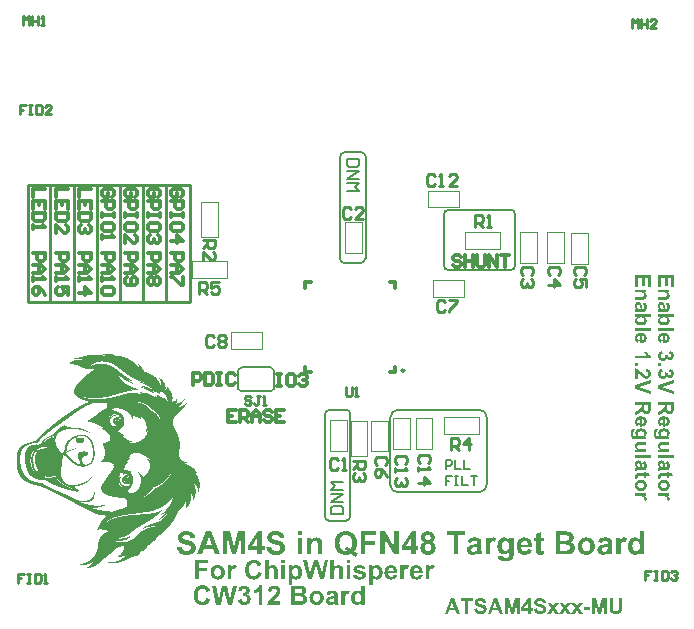
<source format=gto>
G04*
G04 #@! TF.GenerationSoftware,Altium Limited,Altium Designer,22.9.1 (49)*
G04*
G04 Layer_Color=65535*
%FSLAX25Y25*%
%MOIN*%
G70*
G04*
G04 #@! TF.SameCoordinates,F39438FC-3B75-4A19-992D-F472731E60C8*
G04*
G04*
G04 #@! TF.FilePolarity,Positive*
G04*
G01*
G75*
%ADD10C,0.00787*%
%ADD11C,0.00984*%
%ADD12C,0.00500*%
%ADD13C,0.00394*%
%ADD14C,0.01000*%
%ADD15C,0.01181*%
%ADD16C,0.01200*%
%ADD17C,0.00800*%
G36*
X344835Y294693D02*
X345390D01*
Y294669D01*
X345632D01*
Y294645D01*
X345801D01*
Y294621D01*
X345970D01*
Y294597D01*
X346091D01*
Y294573D01*
X346235D01*
Y294548D01*
X346332D01*
Y294524D01*
X346404D01*
Y294500D01*
X346501D01*
Y294476D01*
X346598D01*
Y294452D01*
X346670D01*
Y294428D01*
X346742D01*
Y294404D01*
X346815D01*
Y294379D01*
X346887D01*
Y294355D01*
X346960D01*
Y294331D01*
X347032D01*
Y294307D01*
X347080D01*
Y294283D01*
X347129D01*
Y294259D01*
X347201D01*
Y294235D01*
X347249D01*
Y294210D01*
X347322D01*
Y294186D01*
X347370D01*
Y294162D01*
X347418D01*
Y294138D01*
X347467D01*
Y294114D01*
X347539D01*
Y294090D01*
X347587D01*
Y294066D01*
X347660D01*
Y294041D01*
X347708D01*
Y294017D01*
X347781D01*
Y293993D01*
X347901D01*
Y293969D01*
X348288D01*
Y293945D01*
X348674D01*
Y293921D01*
X348915D01*
Y293897D01*
X349108D01*
Y293872D01*
X349277D01*
Y293848D01*
X349446D01*
Y293824D01*
X349591D01*
Y293800D01*
X349688D01*
Y293776D01*
X349809D01*
Y293752D01*
X349905D01*
Y293728D01*
X350026D01*
Y293703D01*
X350122D01*
Y293679D01*
X350195D01*
Y293655D01*
X350291D01*
Y293631D01*
X350364D01*
Y293607D01*
X350460D01*
Y293583D01*
X350533D01*
Y293559D01*
X350605D01*
Y293534D01*
X350678D01*
Y293510D01*
X350750D01*
Y293486D01*
X350823D01*
Y293462D01*
X350895D01*
Y293438D01*
X350967D01*
Y293414D01*
X351016D01*
Y293390D01*
X351088D01*
Y293365D01*
X351161D01*
Y293341D01*
X351209D01*
Y293317D01*
X351281D01*
Y293293D01*
X351330D01*
Y293269D01*
X351378D01*
Y293245D01*
X351426D01*
Y293221D01*
X351499D01*
Y293196D01*
X351547D01*
Y293172D01*
X351595D01*
Y293148D01*
X351643D01*
Y293124D01*
X351716D01*
Y293100D01*
X351764D01*
Y293076D01*
X351812D01*
Y293052D01*
X351861D01*
Y293027D01*
X351909D01*
Y293003D01*
X351957D01*
Y292979D01*
X352006D01*
Y292955D01*
X352054D01*
Y292931D01*
X352078D01*
Y292907D01*
X352126D01*
Y292883D01*
X352175D01*
Y292858D01*
X352223D01*
Y292834D01*
X352271D01*
Y292810D01*
X352319D01*
Y292786D01*
X352368D01*
Y292762D01*
X352392D01*
Y292738D01*
X352440D01*
Y292714D01*
X352488D01*
Y292689D01*
X352537D01*
Y292665D01*
X352561D01*
Y292641D01*
X352609D01*
Y292617D01*
X352657D01*
Y292593D01*
X352682D01*
Y292569D01*
X352730D01*
Y292545D01*
X352754D01*
Y292520D01*
X352802D01*
Y292496D01*
X352851D01*
Y292472D01*
X352875D01*
Y292448D01*
X352923D01*
Y292424D01*
X352947D01*
Y292400D01*
X352995D01*
Y292376D01*
X353020D01*
Y292351D01*
X353068D01*
Y292327D01*
X353092D01*
Y292303D01*
X353140D01*
Y292279D01*
X353164D01*
Y292255D01*
X353213D01*
Y292231D01*
X353237D01*
Y292207D01*
X353285D01*
Y292182D01*
X353309D01*
Y292158D01*
X353333D01*
Y292134D01*
X353382D01*
Y292110D01*
X353406D01*
Y292086D01*
X353454D01*
Y292062D01*
X353478D01*
Y292038D01*
X353502D01*
Y292013D01*
X353551D01*
Y291989D01*
X353575D01*
Y291965D01*
X353623D01*
Y291941D01*
X353647D01*
Y291917D01*
X353671D01*
Y291893D01*
X353696D01*
Y291869D01*
X353744D01*
Y291844D01*
X353768D01*
Y291820D01*
X353792D01*
Y291796D01*
X353840D01*
Y291772D01*
X353865D01*
Y291748D01*
X353889D01*
Y291724D01*
X353913D01*
Y291700D01*
X353961D01*
Y291675D01*
X353985D01*
Y291651D01*
X354009D01*
Y291627D01*
X354034D01*
Y291603D01*
X354082D01*
Y291579D01*
X354106D01*
Y291555D01*
X354130D01*
Y291531D01*
X354154D01*
Y291506D01*
X354203D01*
Y291482D01*
X354227D01*
Y291458D01*
X354251D01*
Y291434D01*
X354275D01*
Y291410D01*
X354299D01*
Y291386D01*
X354323D01*
Y291362D01*
X354372D01*
Y291337D01*
X354396D01*
Y291313D01*
X354420D01*
Y291289D01*
X354444D01*
Y291265D01*
X354468D01*
Y291241D01*
X354492D01*
Y291217D01*
X354516D01*
Y291193D01*
X354541D01*
Y291168D01*
X354589D01*
Y291144D01*
X354613D01*
Y291120D01*
X354637D01*
Y291096D01*
X354661D01*
Y291072D01*
X354685D01*
Y291048D01*
X354710D01*
Y291024D01*
X354734D01*
Y290999D01*
X354758D01*
Y290975D01*
X354782D01*
Y290951D01*
X354806D01*
Y290927D01*
X354830D01*
Y290903D01*
X354854D01*
Y290879D01*
X354879D01*
Y290855D01*
X354927D01*
Y290830D01*
X354951D01*
Y290806D01*
X354975D01*
Y290782D01*
X354999D01*
Y290758D01*
X355023D01*
Y290734D01*
X355048D01*
Y290710D01*
X355072D01*
Y290686D01*
X355096D01*
Y290661D01*
X355120D01*
Y290637D01*
X355144D01*
Y290613D01*
X355168D01*
Y290589D01*
X355192D01*
Y290565D01*
X355217D01*
Y290541D01*
X355241D01*
Y290517D01*
X355265D01*
Y290492D01*
X355289D01*
Y290468D01*
X355313D01*
Y290444D01*
X355337D01*
Y290420D01*
X355361D01*
Y290396D01*
X355386D01*
Y290372D01*
X355410D01*
Y290348D01*
X355434D01*
Y290323D01*
X355458D01*
Y290299D01*
X355482D01*
Y290275D01*
X355506D01*
Y290251D01*
X355530D01*
Y290203D01*
X355555D01*
Y290179D01*
X355579D01*
Y290154D01*
X355603D01*
Y290130D01*
X355627D01*
Y290106D01*
X355651D01*
Y290082D01*
X355675D01*
Y290058D01*
X355699D01*
Y290034D01*
X355724D01*
Y290010D01*
X355748D01*
Y290058D01*
X355724D01*
Y290154D01*
X355699D01*
Y290227D01*
X355675D01*
Y290323D01*
X355651D01*
Y290396D01*
X355627D01*
Y290468D01*
X355603D01*
Y290541D01*
X355579D01*
Y290613D01*
X355555D01*
Y290686D01*
X355530D01*
Y290758D01*
X355506D01*
Y290806D01*
X355482D01*
Y290855D01*
X355458D01*
Y290927D01*
X355434D01*
Y290975D01*
X355410D01*
Y291048D01*
X355386D01*
Y291072D01*
X355361D01*
Y291120D01*
X355337D01*
Y291168D01*
X355313D01*
Y291193D01*
X355361D01*
Y291168D01*
X355386D01*
Y291144D01*
X355410D01*
Y291120D01*
X355434D01*
Y291096D01*
X355458D01*
Y291072D01*
X355506D01*
Y291048D01*
X355530D01*
Y291024D01*
X355555D01*
Y290999D01*
X355579D01*
Y290975D01*
X355603D01*
Y290951D01*
X355627D01*
Y290927D01*
X355651D01*
Y290903D01*
X355675D01*
Y290879D01*
X355699D01*
Y290855D01*
X355724D01*
Y290830D01*
X355772D01*
Y290806D01*
X355796D01*
Y290782D01*
X355820D01*
Y290758D01*
X355844D01*
Y290734D01*
X355868D01*
Y290710D01*
X355893D01*
Y290686D01*
X355917D01*
Y290661D01*
X355941D01*
Y290637D01*
X355965D01*
Y290613D01*
X355989D01*
Y290589D01*
X356013D01*
Y290565D01*
X356037D01*
Y290541D01*
X356062D01*
Y290492D01*
X356086D01*
Y290468D01*
X356110D01*
Y290444D01*
X356134D01*
Y290420D01*
X356158D01*
Y290396D01*
X356182D01*
Y290372D01*
X356206D01*
Y290348D01*
X356231D01*
Y290323D01*
X356255D01*
Y290299D01*
X356279D01*
Y290275D01*
X356303D01*
Y290227D01*
X356327D01*
Y290203D01*
X356351D01*
Y290179D01*
X356375D01*
Y290154D01*
X356400D01*
Y290130D01*
X356424D01*
Y290082D01*
X356448D01*
Y290058D01*
X356472D01*
Y290034D01*
X356496D01*
Y290010D01*
X356520D01*
Y289961D01*
X356544D01*
Y289937D01*
X356569D01*
Y289913D01*
X356593D01*
Y289865D01*
X356617D01*
Y289841D01*
X356641D01*
Y289816D01*
X356665D01*
Y289768D01*
X356689D01*
Y289744D01*
X356713D01*
Y289696D01*
X356738D01*
Y289672D01*
X356762D01*
Y289647D01*
X356786D01*
Y289599D01*
X356810D01*
Y289551D01*
X356834D01*
Y289527D01*
X356858D01*
Y289478D01*
X356882D01*
Y289454D01*
X356907D01*
Y289406D01*
X356931D01*
Y289358D01*
X356955D01*
Y289334D01*
X356979D01*
Y289285D01*
X357003D01*
Y289237D01*
X357027D01*
Y289189D01*
X357051D01*
Y289140D01*
X357076D01*
Y289092D01*
X357100D01*
Y289044D01*
X357124D01*
Y288996D01*
X357148D01*
Y288947D01*
X357172D01*
Y288899D01*
X357196D01*
Y288827D01*
X357220D01*
Y288778D01*
X357269D01*
Y288754D01*
X357341D01*
Y288730D01*
X357389D01*
Y288706D01*
X357438D01*
Y288682D01*
X357510D01*
Y288658D01*
X357583D01*
Y288633D01*
X357655D01*
Y288609D01*
X357703D01*
Y288585D01*
X357752D01*
Y288561D01*
X357824D01*
Y288537D01*
X357896D01*
Y288513D01*
X357969D01*
Y288489D01*
X358017D01*
Y288464D01*
X358065D01*
Y288440D01*
X358138D01*
Y288416D01*
X358210D01*
Y288392D01*
X358259D01*
Y288368D01*
X358331D01*
Y288344D01*
X358379D01*
Y288320D01*
X358428D01*
Y288295D01*
X358500D01*
Y288271D01*
X358548D01*
Y288247D01*
X358597D01*
Y288223D01*
X358645D01*
Y288199D01*
X358717D01*
Y288175D01*
X358766D01*
Y288151D01*
X358838D01*
Y288126D01*
X358886D01*
Y288102D01*
X358935D01*
Y288078D01*
X358983D01*
Y288054D01*
X359031D01*
Y288030D01*
X359079D01*
Y288006D01*
X359152D01*
Y287982D01*
X359176D01*
Y287957D01*
X359224D01*
Y287933D01*
X359297D01*
Y287909D01*
X359345D01*
Y287885D01*
X359393D01*
Y287861D01*
X359442D01*
Y287837D01*
X359466D01*
Y287813D01*
X359514D01*
Y287788D01*
X359562D01*
Y287764D01*
X359611D01*
Y287740D01*
X359659D01*
Y287716D01*
X359707D01*
Y287692D01*
X359755D01*
Y287668D01*
X359804D01*
Y287644D01*
X359828D01*
Y287619D01*
X359876D01*
Y287595D01*
X359924D01*
Y287571D01*
X359949D01*
Y287547D01*
X359997D01*
Y287523D01*
X360045D01*
Y287499D01*
X360069D01*
Y287475D01*
X360118D01*
Y287450D01*
X360142D01*
Y287426D01*
X360190D01*
Y287402D01*
X360238D01*
Y287378D01*
X360262D01*
Y287354D01*
X360311D01*
Y287330D01*
X360335D01*
Y287306D01*
X360383D01*
Y287281D01*
X360407D01*
Y287257D01*
X360456D01*
Y287233D01*
X360480D01*
Y287209D01*
X360504D01*
Y287185D01*
X360552D01*
Y287161D01*
X360576D01*
Y287137D01*
X360625D01*
Y287112D01*
X360649D01*
Y287088D01*
X360673D01*
Y287064D01*
X360721D01*
Y287040D01*
X360745D01*
Y287016D01*
X360769D01*
Y286992D01*
X360818D01*
Y286968D01*
X360842D01*
Y286943D01*
X360866D01*
Y286919D01*
X360890D01*
Y286895D01*
X360914D01*
Y286871D01*
X360963D01*
Y286847D01*
X360987D01*
Y286823D01*
X361011D01*
Y286799D01*
X361035D01*
Y286774D01*
X361059D01*
Y286750D01*
X361083D01*
Y286726D01*
X361107D01*
Y286702D01*
X361156D01*
Y286678D01*
X361180D01*
Y286654D01*
X361204D01*
Y286630D01*
X361228D01*
Y286605D01*
X361252D01*
Y286581D01*
X361276D01*
Y286557D01*
X361301D01*
Y286533D01*
X361325D01*
Y286509D01*
X361349D01*
Y286485D01*
X361373D01*
Y286461D01*
X361397D01*
Y286436D01*
X361421D01*
Y286412D01*
X361445D01*
Y286388D01*
X361470D01*
Y286364D01*
X361494D01*
Y286340D01*
X361518D01*
Y286292D01*
X361542D01*
Y286267D01*
X361566D01*
Y286243D01*
X361590D01*
Y286219D01*
X361614D01*
Y286195D01*
X361639D01*
Y286171D01*
X361663D01*
Y286123D01*
X361687D01*
Y286098D01*
X361711D01*
Y286074D01*
X361735D01*
Y286050D01*
X361759D01*
Y286026D01*
X361783D01*
Y285978D01*
X361808D01*
Y285954D01*
X361832D01*
Y285929D01*
X361856D01*
Y285881D01*
X361880D01*
Y285857D01*
X361904D01*
Y285833D01*
X361928D01*
Y285785D01*
X361952D01*
Y285760D01*
X361977D01*
Y285712D01*
X362001D01*
Y285688D01*
X362025D01*
Y285640D01*
X362049D01*
Y285616D01*
X362073D01*
Y285567D01*
X362097D01*
Y285543D01*
X362121D01*
Y285495D01*
X362146D01*
Y285447D01*
X362170D01*
Y285422D01*
X362194D01*
Y285374D01*
X362218D01*
Y285326D01*
X362242D01*
Y285278D01*
X362266D01*
Y285229D01*
X362290D01*
Y285205D01*
X362315D01*
Y285157D01*
X362339D01*
Y285109D01*
X362363D01*
Y285060D01*
X362387D01*
Y285012D01*
X362411D01*
Y284964D01*
X362435D01*
Y284915D01*
X362459D01*
Y284843D01*
X362484D01*
Y284795D01*
X362508D01*
Y284722D01*
X362532D01*
Y284674D01*
X362556D01*
Y284626D01*
X362580D01*
Y284553D01*
X362604D01*
Y284481D01*
X362628D01*
Y284408D01*
X362653D01*
Y284360D01*
X362677D01*
Y284288D01*
X362701D01*
Y284215D01*
X362725D01*
Y284143D01*
X362749D01*
Y284046D01*
X362773D01*
Y283950D01*
X362797D01*
Y283926D01*
X362822D01*
Y284070D01*
X362846D01*
Y284819D01*
X362822D01*
Y285036D01*
X362797D01*
Y285181D01*
X362773D01*
Y285326D01*
X362749D01*
Y285447D01*
X362725D01*
Y285543D01*
X362701D01*
Y285640D01*
X362677D01*
Y285712D01*
X362653D01*
Y285760D01*
X362628D01*
Y285857D01*
X362604D01*
Y285905D01*
X362580D01*
Y285978D01*
X362556D01*
Y286026D01*
X362532D01*
Y286074D01*
X362508D01*
Y286123D01*
X362484D01*
Y286195D01*
X362459D01*
Y286243D01*
X362435D01*
Y286267D01*
X362411D01*
Y286316D01*
X362387D01*
Y286364D01*
X362363D01*
Y286412D01*
X362339D01*
Y286461D01*
X362315D01*
Y286485D01*
X362290D01*
Y286509D01*
X362266D01*
Y286557D01*
X362242D01*
Y286581D01*
X362218D01*
Y286630D01*
X362194D01*
Y286654D01*
X362170D01*
Y286678D01*
X362146D01*
Y286726D01*
X362121D01*
Y286750D01*
X362097D01*
Y286774D01*
X362073D01*
Y286799D01*
X362049D01*
Y286823D01*
X362025D01*
Y286847D01*
X362001D01*
Y286871D01*
X361977D01*
Y286919D01*
X362001D01*
Y286895D01*
X362049D01*
Y286871D01*
X362073D01*
Y286847D01*
X362121D01*
Y286823D01*
X362146D01*
Y286799D01*
X362194D01*
Y286774D01*
X362242D01*
Y286750D01*
X362266D01*
Y286726D01*
X362315D01*
Y286702D01*
X362339D01*
Y286678D01*
X362387D01*
Y286654D01*
X362411D01*
Y286630D01*
X362459D01*
Y286605D01*
X362484D01*
Y286581D01*
X362508D01*
Y286557D01*
X362556D01*
Y286533D01*
X362580D01*
Y286509D01*
X362628D01*
Y286485D01*
X362653D01*
Y286461D01*
X362677D01*
Y286436D01*
X362701D01*
Y286412D01*
X362749D01*
Y286388D01*
X362773D01*
Y286364D01*
X362797D01*
Y286340D01*
X362822D01*
Y286316D01*
X362846D01*
Y286292D01*
X362894D01*
Y286267D01*
X362918D01*
Y286243D01*
X362942D01*
Y286219D01*
X362966D01*
Y286195D01*
X362991D01*
Y286171D01*
X363015D01*
Y286147D01*
X363039D01*
Y286123D01*
X363063D01*
Y286098D01*
X363087D01*
Y286074D01*
X363111D01*
Y286050D01*
X363135D01*
Y286026D01*
X363160D01*
Y286002D01*
X363184D01*
Y285978D01*
X363208D01*
Y285954D01*
X363232D01*
Y285929D01*
X363256D01*
Y285905D01*
X363280D01*
Y285881D01*
X363304D01*
Y285857D01*
X363329D01*
Y285833D01*
X363353D01*
Y285809D01*
X363377D01*
Y285785D01*
X363401D01*
Y285760D01*
X363425D01*
Y285736D01*
X363449D01*
Y285688D01*
X363473D01*
Y285664D01*
X363498D01*
Y285640D01*
X363522D01*
Y285616D01*
X363546D01*
Y285591D01*
X363570D01*
Y285543D01*
X363594D01*
Y285519D01*
X363618D01*
Y285495D01*
X363642D01*
Y285447D01*
X363667D01*
Y285422D01*
X363691D01*
Y285374D01*
X363715D01*
Y285350D01*
X363739D01*
Y285302D01*
X363763D01*
Y285278D01*
X363787D01*
Y285253D01*
X363811D01*
Y285205D01*
X363836D01*
Y285157D01*
X363860D01*
Y285133D01*
X363884D01*
Y285084D01*
X363908D01*
Y285036D01*
X363932D01*
Y285012D01*
X363956D01*
Y284964D01*
X363980D01*
Y284915D01*
X364005D01*
Y284867D01*
X364029D01*
Y284819D01*
X364053D01*
Y284771D01*
X364077D01*
Y284722D01*
X364101D01*
Y284650D01*
X364125D01*
Y284602D01*
X364149D01*
Y284529D01*
X364174D01*
Y284481D01*
X364198D01*
Y284408D01*
X364222D01*
Y284336D01*
X364246D01*
Y284264D01*
X364270D01*
Y284191D01*
X364294D01*
Y284095D01*
X364318D01*
Y283974D01*
X364343D01*
Y283853D01*
X364367D01*
Y283708D01*
X364391D01*
Y283491D01*
X364415D01*
Y282912D01*
X364391D01*
Y282694D01*
X364367D01*
Y282525D01*
X364343D01*
Y282453D01*
X364367D01*
Y282477D01*
X364391D01*
Y282501D01*
X364439D01*
Y282525D01*
X364463D01*
Y282549D01*
X364487D01*
Y282574D01*
X364536D01*
Y282598D01*
X364560D01*
Y282622D01*
X364584D01*
Y282646D01*
X364608D01*
Y282670D01*
X364632D01*
Y282694D01*
X364656D01*
Y282718D01*
X364681D01*
Y282743D01*
X364705D01*
Y282767D01*
X364729D01*
Y282815D01*
X364753D01*
Y282839D01*
X364777D01*
Y282863D01*
X364801D01*
Y282912D01*
X364825D01*
Y282936D01*
X364850D01*
Y282984D01*
X364874D01*
Y283032D01*
X364898D01*
Y283081D01*
X364922D01*
Y283129D01*
X364946D01*
Y283201D01*
X364970D01*
Y283298D01*
X364994D01*
Y283443D01*
X365019D01*
Y283612D01*
X364994D01*
Y283636D01*
X365019D01*
Y283660D01*
X365043D01*
Y283612D01*
X365067D01*
Y283588D01*
X365091D01*
Y283563D01*
X365115D01*
Y283539D01*
X365139D01*
Y283515D01*
X365163D01*
Y283491D01*
X365188D01*
Y283443D01*
X365212D01*
Y283419D01*
X365236D01*
Y283394D01*
X365260D01*
Y283370D01*
X365284D01*
Y283346D01*
X365308D01*
Y283298D01*
X365332D01*
Y283274D01*
X365357D01*
Y283250D01*
X365381D01*
Y283201D01*
X365405D01*
Y283177D01*
X365429D01*
Y283153D01*
X365453D01*
Y283105D01*
X365477D01*
Y283081D01*
X365501D01*
Y283056D01*
X365526D01*
Y283008D01*
X365550D01*
Y282984D01*
X365574D01*
Y282936D01*
X365598D01*
Y282912D01*
X365622D01*
Y282887D01*
X365646D01*
Y282839D01*
X365670D01*
Y282815D01*
X365695D01*
Y282767D01*
X365719D01*
Y282743D01*
X365743D01*
Y282694D01*
X365767D01*
Y282670D01*
X365791D01*
Y282622D01*
X365815D01*
Y282598D01*
X365839D01*
Y282549D01*
X365864D01*
Y282525D01*
X365888D01*
Y282477D01*
X365912D01*
Y282429D01*
X365936D01*
Y282405D01*
X365960D01*
Y282356D01*
X365984D01*
Y282308D01*
X366008D01*
Y282284D01*
X366033D01*
Y282236D01*
X366057D01*
Y282187D01*
X366081D01*
Y282139D01*
X366105D01*
Y282091D01*
X366129D01*
Y282067D01*
X366153D01*
Y282018D01*
X366177D01*
Y281970D01*
X366202D01*
Y281922D01*
X366226D01*
Y281873D01*
X366250D01*
Y281825D01*
X366274D01*
Y281777D01*
X366298D01*
Y281704D01*
X366322D01*
Y281656D01*
X366346D01*
Y281608D01*
X366371D01*
Y281560D01*
X366395D01*
Y281511D01*
X366419D01*
Y281439D01*
X366443D01*
Y281366D01*
X366467D01*
Y281318D01*
X366491D01*
Y281246D01*
X366515D01*
Y281197D01*
X366540D01*
Y281101D01*
X366564D01*
Y281028D01*
X366588D01*
Y280932D01*
X366612D01*
Y280859D01*
X366636D01*
Y280787D01*
X366660D01*
Y280666D01*
X366684D01*
Y280546D01*
X366709D01*
Y280401D01*
X366733D01*
Y280183D01*
X366757D01*
Y279701D01*
X366733D01*
Y279507D01*
X366709D01*
Y279363D01*
X366684D01*
Y279242D01*
X366660D01*
Y279145D01*
X366636D01*
Y279097D01*
X366612D01*
Y279025D01*
X366588D01*
Y278952D01*
X366564D01*
Y278904D01*
X366540D01*
Y278831D01*
X366515D01*
Y278783D01*
X366491D01*
Y278735D01*
X366467D01*
Y278662D01*
X366515D01*
Y278687D01*
X366709D01*
Y278711D01*
X366829D01*
Y278735D01*
X366950D01*
Y278759D01*
X367071D01*
Y278783D01*
X367143D01*
Y278807D01*
X367216D01*
Y278831D01*
X367288D01*
Y278856D01*
X367336D01*
Y278880D01*
X367409D01*
Y278904D01*
X367457D01*
Y278928D01*
X367505D01*
Y278952D01*
X367554D01*
Y278976D01*
X367578D01*
Y279000D01*
X367626D01*
Y279025D01*
X367674D01*
Y279049D01*
X367698D01*
Y279073D01*
X367747D01*
Y279097D01*
X367771D01*
Y279121D01*
X367795D01*
Y279145D01*
X367819D01*
Y279169D01*
X367843D01*
Y279194D01*
X367867D01*
Y279218D01*
X367916D01*
Y279266D01*
X367940D01*
Y279290D01*
X367964D01*
Y279314D01*
X367988D01*
Y279338D01*
X368012D01*
Y279363D01*
X368036D01*
Y279411D01*
X368061D01*
Y279435D01*
X368085D01*
Y279483D01*
X368109D01*
Y279532D01*
X368133D01*
Y279580D01*
X368157D01*
Y279652D01*
X368205D01*
Y279556D01*
X368230D01*
Y279483D01*
X368254D01*
Y279338D01*
X368278D01*
Y278735D01*
X368254D01*
Y278614D01*
X368230D01*
Y278542D01*
X368205D01*
Y278469D01*
X368181D01*
Y278397D01*
X368157D01*
Y278349D01*
X368133D01*
Y278300D01*
X368109D01*
Y278252D01*
X368085D01*
Y278204D01*
X368061D01*
Y278180D01*
X368036D01*
Y278131D01*
X368012D01*
Y278107D01*
X367988D01*
Y278083D01*
X367964D01*
Y278035D01*
X367940D01*
Y278011D01*
X367916D01*
Y277986D01*
X367892D01*
Y277962D01*
X367867D01*
Y277938D01*
X367843D01*
Y277914D01*
X367819D01*
Y277890D01*
X367892D01*
Y277914D01*
X367988D01*
Y277938D01*
X368061D01*
Y277962D01*
X368109D01*
Y277986D01*
X368181D01*
Y278011D01*
X368254D01*
Y278035D01*
X368326D01*
Y278059D01*
X368399D01*
Y278083D01*
X368447D01*
Y278107D01*
X368495D01*
Y278131D01*
X368568D01*
Y278155D01*
X368616D01*
Y278180D01*
X368688D01*
Y278204D01*
X368737D01*
Y278228D01*
X368785D01*
Y278252D01*
X368833D01*
Y278276D01*
X368906D01*
Y278300D01*
X368954D01*
Y278324D01*
X369002D01*
Y278349D01*
X369050D01*
Y278373D01*
X369099D01*
Y278397D01*
X369147D01*
Y278421D01*
X369195D01*
Y278445D01*
X369244D01*
Y278469D01*
X369268D01*
Y278493D01*
X369316D01*
Y278518D01*
X369364D01*
Y278542D01*
X369413D01*
Y278566D01*
X369461D01*
Y278590D01*
X369485D01*
Y278614D01*
X369533D01*
Y278638D01*
X369582D01*
Y278662D01*
X369630D01*
Y278687D01*
X369678D01*
Y278711D01*
X369702D01*
Y278735D01*
X369751D01*
Y278759D01*
X369799D01*
Y278783D01*
X369823D01*
Y278807D01*
X369871D01*
Y278831D01*
X369895D01*
Y278856D01*
X369944D01*
Y278880D01*
X369968D01*
Y278904D01*
X370016D01*
Y278928D01*
X370064D01*
Y278952D01*
X370089D01*
Y278976D01*
X370113D01*
Y279000D01*
X370161D01*
Y279025D01*
X370185D01*
Y279049D01*
X370233D01*
Y279073D01*
X370258D01*
Y279097D01*
X370306D01*
Y279121D01*
X370330D01*
Y279145D01*
X370354D01*
Y279169D01*
X370402D01*
Y279194D01*
X370427D01*
Y279218D01*
X370451D01*
Y279242D01*
X370499D01*
Y279266D01*
X370523D01*
Y279290D01*
X370547D01*
Y279314D01*
X370596D01*
Y279338D01*
X370620D01*
Y279363D01*
X370644D01*
Y279387D01*
X370668D01*
Y279411D01*
X370716D01*
Y279435D01*
X370740D01*
Y279459D01*
X370765D01*
Y279483D01*
X370789D01*
Y279507D01*
X370837D01*
Y279532D01*
X370861D01*
Y279556D01*
X370885D01*
Y279580D01*
X370909D01*
Y279604D01*
X370934D01*
Y279628D01*
X370958D01*
Y279652D01*
X371006D01*
Y279676D01*
X371030D01*
Y279701D01*
X371054D01*
Y279725D01*
X371078D01*
Y279749D01*
X371103D01*
Y279773D01*
X371127D01*
Y279797D01*
X371151D01*
Y279821D01*
X371175D01*
Y279845D01*
X371199D01*
Y279870D01*
X371223D01*
Y279894D01*
X371247D01*
Y279918D01*
X371272D01*
Y279870D01*
X371247D01*
Y279845D01*
X371223D01*
Y279821D01*
X371199D01*
Y279773D01*
X371175D01*
Y279749D01*
X371151D01*
Y279725D01*
X371127D01*
Y279701D01*
X371103D01*
Y279652D01*
X371078D01*
Y279628D01*
X371054D01*
Y279604D01*
X371030D01*
Y279580D01*
X371006D01*
Y279532D01*
X370982D01*
Y279507D01*
X370958D01*
Y279483D01*
X370934D01*
Y279459D01*
X370909D01*
Y279411D01*
X370885D01*
Y279387D01*
X370861D01*
Y279363D01*
X370837D01*
Y279338D01*
X370813D01*
Y279290D01*
X370789D01*
Y279266D01*
X370765D01*
Y279242D01*
X370740D01*
Y279218D01*
X370716D01*
Y279169D01*
X370692D01*
Y279145D01*
X370668D01*
Y279121D01*
X370644D01*
Y279097D01*
X370620D01*
Y279073D01*
X370596D01*
Y279025D01*
X370571D01*
Y279000D01*
X370547D01*
Y278976D01*
X370523D01*
Y278952D01*
X370499D01*
Y278904D01*
X370475D01*
Y278880D01*
X370451D01*
Y278856D01*
X370427D01*
Y278831D01*
X370402D01*
Y278807D01*
X370378D01*
Y278783D01*
X370354D01*
Y278735D01*
X370330D01*
Y278711D01*
X370306D01*
Y278687D01*
X370282D01*
Y278662D01*
X370258D01*
Y278638D01*
X370233D01*
Y278590D01*
X370209D01*
Y278566D01*
X370185D01*
Y278542D01*
X370161D01*
Y278518D01*
X370137D01*
Y278493D01*
X370113D01*
Y278469D01*
X370089D01*
Y278445D01*
X370064D01*
Y278421D01*
X370040D01*
Y278373D01*
X370016D01*
Y278349D01*
X369992D01*
Y278324D01*
X369968D01*
Y278300D01*
X369944D01*
Y278276D01*
X369920D01*
Y278252D01*
X369895D01*
Y278228D01*
X369871D01*
Y278204D01*
X369847D01*
Y278155D01*
X369823D01*
Y278131D01*
X369799D01*
Y278107D01*
X369775D01*
Y278083D01*
X369751D01*
Y278059D01*
X369726D01*
Y278035D01*
X369702D01*
Y278011D01*
X369678D01*
Y277986D01*
X369654D01*
Y277962D01*
X369630D01*
Y277938D01*
X369606D01*
Y277914D01*
X369582D01*
Y277890D01*
X369557D01*
Y277866D01*
X369533D01*
Y277817D01*
X369509D01*
Y277793D01*
X369485D01*
Y277769D01*
X369461D01*
Y277745D01*
X369437D01*
Y277721D01*
X369413D01*
Y277697D01*
X369388D01*
Y277673D01*
X369364D01*
Y277648D01*
X369340D01*
Y277624D01*
X369316D01*
Y277600D01*
X369292D01*
Y277576D01*
X369268D01*
Y277552D01*
X369244D01*
Y277528D01*
X369219D01*
Y277504D01*
X369195D01*
Y277479D01*
X369171D01*
Y277455D01*
X369147D01*
Y277431D01*
X369123D01*
Y277407D01*
X369099D01*
Y277383D01*
X369075D01*
Y277359D01*
X369050D01*
Y277335D01*
X369002D01*
Y277310D01*
X368978D01*
Y277286D01*
X368954D01*
Y277262D01*
X368930D01*
Y277238D01*
X368906D01*
Y277214D01*
X368881D01*
Y277190D01*
X368857D01*
Y277166D01*
X368833D01*
Y277141D01*
X368785D01*
Y277117D01*
X368761D01*
Y277093D01*
X368737D01*
Y277069D01*
X368712D01*
Y277045D01*
X368688D01*
Y277021D01*
X368640D01*
Y276997D01*
X368616D01*
Y276972D01*
X368592D01*
Y276948D01*
X368568D01*
Y276924D01*
X368519D01*
Y276900D01*
X368495D01*
Y276876D01*
X368447D01*
Y276852D01*
X368423D01*
Y276828D01*
X368374D01*
Y276803D01*
X368350D01*
Y276779D01*
X368302D01*
Y276755D01*
X368423D01*
Y276779D01*
X368519D01*
Y276803D01*
X368616D01*
Y276828D01*
X368712D01*
Y276852D01*
X368785D01*
Y276876D01*
X368857D01*
Y276900D01*
X368954D01*
Y276924D01*
X369026D01*
Y276948D01*
X369099D01*
Y276972D01*
X369171D01*
Y276997D01*
X369244D01*
Y277021D01*
X369316D01*
Y277045D01*
X369364D01*
Y277069D01*
X369437D01*
Y277093D01*
X369485D01*
Y277117D01*
X369557D01*
Y277141D01*
X369630D01*
Y277166D01*
X369678D01*
Y277190D01*
X369726D01*
Y277214D01*
X369799D01*
Y277238D01*
X369847D01*
Y277262D01*
X369895D01*
Y277286D01*
X369968D01*
Y277310D01*
X370016D01*
Y277335D01*
X370064D01*
Y277359D01*
X370113D01*
Y277383D01*
X370161D01*
Y277407D01*
X370209D01*
Y277431D01*
X370258D01*
Y277455D01*
X370306D01*
Y277479D01*
X370354D01*
Y277504D01*
X370402D01*
Y277528D01*
X370427D01*
Y277552D01*
X370475D01*
Y277576D01*
X370523D01*
Y277600D01*
X370571D01*
Y277624D01*
X370596D01*
Y277648D01*
X370644D01*
Y277673D01*
X370692D01*
Y277697D01*
X370740D01*
Y277721D01*
X370765D01*
Y277745D01*
X370813D01*
Y277769D01*
X370837D01*
Y277793D01*
X370885D01*
Y277817D01*
X370934D01*
Y277842D01*
X370958D01*
Y277866D01*
X371006D01*
Y277890D01*
X371030D01*
Y277914D01*
X371078D01*
Y277938D01*
X371103D01*
Y277962D01*
X371127D01*
Y277986D01*
X371175D01*
Y278011D01*
X371199D01*
Y278035D01*
X371247D01*
Y278059D01*
X371272D01*
Y278083D01*
X371296D01*
Y278107D01*
X371344D01*
Y278131D01*
X371368D01*
Y278155D01*
X371392D01*
Y278180D01*
X371416D01*
Y278204D01*
X371465D01*
Y278228D01*
X371489D01*
Y278252D01*
X371513D01*
Y278276D01*
X371537D01*
Y278300D01*
X371561D01*
Y278324D01*
X371610D01*
Y278300D01*
X371585D01*
Y278276D01*
X371561D01*
Y278228D01*
X371537D01*
Y278204D01*
X371513D01*
Y278155D01*
X371489D01*
Y278107D01*
X371465D01*
Y278083D01*
X371441D01*
Y278035D01*
X371416D01*
Y278011D01*
X371392D01*
Y277962D01*
X371368D01*
Y277914D01*
X371344D01*
Y277890D01*
X371320D01*
Y277842D01*
X371296D01*
Y277817D01*
X371272D01*
Y277769D01*
X371247D01*
Y277745D01*
X371223D01*
Y277697D01*
X371199D01*
Y277673D01*
X371175D01*
Y277648D01*
X371151D01*
Y277600D01*
X371127D01*
Y277576D01*
X371103D01*
Y277528D01*
X371078D01*
Y277504D01*
X371054D01*
Y277455D01*
X371030D01*
Y277431D01*
X371006D01*
Y277383D01*
X370982D01*
Y277359D01*
X370958D01*
Y277335D01*
X370934D01*
Y277286D01*
X370909D01*
Y277262D01*
X370885D01*
Y277238D01*
X370861D01*
Y277190D01*
X370837D01*
Y277166D01*
X370813D01*
Y277141D01*
X370789D01*
Y277093D01*
X370765D01*
Y277069D01*
X370740D01*
Y277021D01*
X370716D01*
Y276997D01*
X370692D01*
Y276972D01*
X370668D01*
Y276948D01*
X370644D01*
Y276900D01*
X370620D01*
Y276876D01*
X370596D01*
Y276852D01*
X370571D01*
Y276803D01*
X370547D01*
Y276779D01*
X370523D01*
Y276755D01*
X370499D01*
Y276707D01*
X370475D01*
Y276683D01*
X370451D01*
Y276659D01*
X370427D01*
Y276634D01*
X370402D01*
Y276610D01*
X370378D01*
Y276562D01*
X370354D01*
Y276538D01*
X370330D01*
Y276514D01*
X370306D01*
Y276490D01*
X370282D01*
Y276441D01*
X370258D01*
Y276417D01*
X370233D01*
Y276393D01*
X370209D01*
Y276369D01*
X370185D01*
Y276345D01*
X370161D01*
Y276296D01*
X370137D01*
Y276272D01*
X370113D01*
Y276248D01*
X370089D01*
Y276224D01*
X370064D01*
Y276200D01*
X370040D01*
Y276176D01*
X370016D01*
Y276127D01*
X369992D01*
Y276103D01*
X369968D01*
Y276079D01*
X369944D01*
Y276055D01*
X369920D01*
Y276031D01*
X369895D01*
Y276007D01*
X369871D01*
Y275983D01*
X369847D01*
Y275958D01*
X369823D01*
Y275934D01*
X369799D01*
Y275910D01*
X369775D01*
Y275862D01*
X369751D01*
Y275838D01*
X369726D01*
Y275814D01*
X369702D01*
Y275789D01*
X369678D01*
Y275765D01*
X369654D01*
Y275741D01*
X369630D01*
Y275717D01*
X369606D01*
Y275693D01*
X369582D01*
Y275669D01*
X369557D01*
Y275645D01*
X369533D01*
Y275620D01*
X369509D01*
Y275596D01*
X369485D01*
Y275572D01*
X369461D01*
Y275548D01*
X369437D01*
Y275524D01*
X369413D01*
Y275500D01*
X369388D01*
Y275476D01*
X369364D01*
Y275451D01*
X369340D01*
Y275427D01*
X369316D01*
Y275403D01*
X369292D01*
Y275379D01*
X369268D01*
Y275355D01*
X369244D01*
Y275331D01*
X369219D01*
Y275307D01*
X369195D01*
Y275282D01*
X369147D01*
Y275258D01*
X369123D01*
Y275234D01*
X369099D01*
Y275210D01*
X369075D01*
Y275186D01*
X369050D01*
Y275162D01*
X369026D01*
Y275138D01*
X369002D01*
Y275113D01*
X368978D01*
Y275089D01*
X368954D01*
Y275065D01*
X368906D01*
Y275041D01*
X368881D01*
Y275017D01*
X368857D01*
Y274993D01*
X368833D01*
Y274969D01*
X368809D01*
Y274944D01*
X368761D01*
Y274920D01*
X368737D01*
Y274896D01*
X368712D01*
Y274872D01*
X368688D01*
Y274848D01*
X368664D01*
Y274824D01*
X368616D01*
Y274800D01*
X368592D01*
Y274775D01*
X368568D01*
Y274751D01*
X368519D01*
Y274727D01*
X368495D01*
Y274703D01*
X368471D01*
Y274679D01*
X368423D01*
Y274655D01*
X368399D01*
Y274631D01*
X368350D01*
Y274606D01*
X368326D01*
Y274582D01*
X368302D01*
Y274558D01*
X368254D01*
Y274534D01*
X368230D01*
Y274510D01*
X368205D01*
Y274486D01*
X368181D01*
Y274462D01*
X368133D01*
Y274437D01*
X368109D01*
Y274413D01*
X368085D01*
Y274389D01*
X368061D01*
Y274365D01*
X368012D01*
Y274341D01*
X367988D01*
Y274317D01*
X367964D01*
Y274293D01*
X367940D01*
Y274268D01*
X367916D01*
Y274244D01*
X367892D01*
Y274220D01*
X367867D01*
Y274196D01*
X367843D01*
Y274172D01*
X367819D01*
Y274148D01*
X367795D01*
Y274124D01*
X367771D01*
Y274099D01*
X367747D01*
Y274075D01*
X367723D01*
Y274051D01*
X367698D01*
Y274027D01*
X367674D01*
Y274003D01*
X367650D01*
Y273979D01*
X367626D01*
Y273955D01*
X367602D01*
Y273906D01*
X367578D01*
Y273882D01*
X367554D01*
Y273858D01*
X367529D01*
Y273834D01*
X367505D01*
Y273786D01*
X367481D01*
Y273761D01*
X367457D01*
Y273737D01*
X367433D01*
Y273689D01*
X367409D01*
Y273665D01*
X367385D01*
Y273617D01*
X367360D01*
Y273592D01*
X367336D01*
Y273568D01*
X367312D01*
Y273520D01*
X367288D01*
Y273472D01*
X367264D01*
Y273423D01*
X367240D01*
Y273399D01*
X367216D01*
Y273351D01*
X367191D01*
Y273303D01*
X367167D01*
Y273254D01*
X367143D01*
Y273206D01*
X367119D01*
Y273158D01*
X367095D01*
Y273085D01*
X367071D01*
Y273037D01*
X367047D01*
Y272965D01*
X367022D01*
Y272892D01*
X366998D01*
Y272820D01*
X366974D01*
Y272747D01*
X366950D01*
Y272651D01*
X366926D01*
Y272530D01*
X366902D01*
Y272385D01*
X366878D01*
Y272192D01*
X366853D01*
Y271589D01*
X366878D01*
Y271395D01*
X366902D01*
Y271251D01*
X366926D01*
Y271106D01*
X366950D01*
Y271009D01*
X366974D01*
Y270913D01*
X366998D01*
Y270816D01*
X367022D01*
Y270744D01*
X367047D01*
Y270647D01*
X367071D01*
Y270575D01*
X367095D01*
Y270502D01*
X367119D01*
Y270454D01*
X367143D01*
Y270381D01*
X367167D01*
Y270309D01*
X367191D01*
Y270261D01*
X367216D01*
Y270188D01*
X367240D01*
Y270140D01*
X367264D01*
Y270092D01*
X367288D01*
Y270043D01*
X367312D01*
Y269971D01*
X367336D01*
Y269923D01*
X367360D01*
Y269874D01*
X367385D01*
Y269826D01*
X367409D01*
Y269778D01*
X367433D01*
Y269730D01*
X367457D01*
Y269681D01*
X367481D01*
Y269633D01*
X367505D01*
Y269609D01*
X367529D01*
Y269561D01*
X367554D01*
Y269512D01*
X367578D01*
Y269464D01*
X367602D01*
Y269416D01*
X367626D01*
Y269392D01*
X367650D01*
Y269343D01*
X367674D01*
Y269295D01*
X367698D01*
Y269247D01*
X367723D01*
Y269223D01*
X367747D01*
Y269174D01*
X367771D01*
Y269150D01*
X367795D01*
Y269102D01*
X367819D01*
Y269054D01*
X367843D01*
Y269005D01*
X367867D01*
Y268981D01*
X367892D01*
Y268933D01*
X367916D01*
Y268885D01*
X367940D01*
Y268836D01*
X367964D01*
Y268788D01*
X367988D01*
Y268764D01*
X368012D01*
Y268716D01*
X368036D01*
Y268667D01*
X368061D01*
Y268619D01*
X368085D01*
Y268571D01*
X368109D01*
Y268522D01*
X368133D01*
Y268474D01*
X368157D01*
Y268426D01*
X368181D01*
Y268378D01*
X368205D01*
Y268329D01*
X368230D01*
Y268281D01*
X368254D01*
Y268233D01*
X368278D01*
Y268160D01*
X368302D01*
Y268112D01*
X368326D01*
Y268064D01*
X368350D01*
Y268015D01*
X368374D01*
Y267943D01*
X368399D01*
Y267895D01*
X368423D01*
Y267822D01*
X368447D01*
Y267774D01*
X368471D01*
Y267702D01*
X368495D01*
Y267653D01*
X368519D01*
Y267581D01*
X368543D01*
Y267508D01*
X368568D01*
Y267436D01*
X368592D01*
Y267388D01*
X368616D01*
Y267315D01*
X368640D01*
Y267243D01*
X368664D01*
Y267170D01*
X368688D01*
Y267098D01*
X368712D01*
Y267026D01*
X368737D01*
Y266953D01*
X368761D01*
Y266857D01*
X368785D01*
Y266784D01*
X368809D01*
Y266688D01*
X368833D01*
Y266591D01*
X368857D01*
Y266519D01*
X368881D01*
Y266422D01*
X368906D01*
Y266301D01*
X368930D01*
Y266205D01*
X368954D01*
Y266084D01*
X368978D01*
Y265987D01*
X369002D01*
Y265843D01*
X369026D01*
Y265698D01*
X369050D01*
Y265553D01*
X369075D01*
Y265384D01*
X369099D01*
Y265215D01*
X369123D01*
Y264949D01*
X369147D01*
Y264587D01*
X369171D01*
Y263718D01*
X369147D01*
Y263356D01*
X369123D01*
Y263139D01*
X369099D01*
Y262994D01*
X369075D01*
Y262849D01*
X369050D01*
Y262704D01*
X369026D01*
Y262583D01*
X369002D01*
Y262463D01*
X368978D01*
Y262366D01*
X368954D01*
Y262269D01*
X368930D01*
Y262173D01*
X368906D01*
Y262052D01*
X368881D01*
Y261931D01*
X368857D01*
Y261811D01*
X368833D01*
Y261618D01*
X368809D01*
Y260966D01*
X368833D01*
Y260797D01*
X368857D01*
Y260676D01*
X368881D01*
Y260579D01*
X368906D01*
Y260483D01*
X368930D01*
Y260386D01*
X368954D01*
Y260338D01*
X368978D01*
Y260266D01*
X369002D01*
Y260217D01*
X369026D01*
Y260145D01*
X369050D01*
Y260097D01*
X369075D01*
Y260048D01*
X369099D01*
Y260000D01*
X369123D01*
Y259952D01*
X369147D01*
Y259903D01*
X369171D01*
Y259855D01*
X369195D01*
Y259831D01*
X369219D01*
Y259783D01*
X369244D01*
Y259759D01*
X369268D01*
Y259710D01*
X369292D01*
Y259686D01*
X369316D01*
Y259662D01*
X369340D01*
Y259614D01*
X369364D01*
Y259590D01*
X369388D01*
Y259565D01*
X369413D01*
Y259541D01*
X369437D01*
Y259493D01*
X369461D01*
Y259469D01*
X369485D01*
Y259445D01*
X369509D01*
Y259421D01*
X369533D01*
Y259396D01*
X369557D01*
Y259372D01*
X369582D01*
Y259348D01*
X369606D01*
Y259324D01*
X369630D01*
Y259300D01*
X369654D01*
Y259276D01*
X369678D01*
Y259252D01*
X369702D01*
Y259227D01*
X369726D01*
Y259203D01*
X369775D01*
Y259179D01*
X369799D01*
Y259155D01*
X369823D01*
Y259131D01*
X369847D01*
Y259107D01*
X369895D01*
Y259083D01*
X369920D01*
Y259058D01*
X369968D01*
Y259034D01*
X369992D01*
Y259010D01*
X370016D01*
Y258986D01*
X370064D01*
Y258962D01*
X370113D01*
Y258938D01*
X370137D01*
Y258914D01*
X370185D01*
Y258889D01*
X370233D01*
Y258865D01*
X370282D01*
Y258841D01*
X370330D01*
Y258817D01*
X370378D01*
Y258793D01*
X370427D01*
Y258769D01*
X370475D01*
Y258745D01*
X370523D01*
Y258720D01*
X370596D01*
Y258696D01*
X370668D01*
Y258672D01*
X370716D01*
Y258648D01*
X370789D01*
Y258624D01*
X370861D01*
Y258600D01*
X370958D01*
Y258576D01*
X371054D01*
Y258551D01*
X371175D01*
Y258527D01*
X371296D01*
Y258503D01*
X371465D01*
Y258479D01*
X371561D01*
Y258455D01*
X371513D01*
Y258431D01*
X371465D01*
Y258407D01*
X371441D01*
Y258382D01*
X371392D01*
Y258358D01*
X371344D01*
Y258334D01*
X371296D01*
Y258310D01*
X371247D01*
Y258286D01*
X371199D01*
Y258262D01*
X371127D01*
Y258238D01*
X371054D01*
Y258213D01*
X370958D01*
Y258189D01*
X370644D01*
Y258141D01*
X370716D01*
Y258117D01*
X370813D01*
Y258093D01*
X370885D01*
Y258069D01*
X370958D01*
Y258044D01*
X371006D01*
Y258020D01*
X371054D01*
Y257996D01*
X371127D01*
Y257972D01*
X371199D01*
Y257948D01*
X371272D01*
Y257924D01*
X371320D01*
Y257900D01*
X371368D01*
Y257875D01*
X371441D01*
Y257851D01*
X371489D01*
Y257827D01*
X371561D01*
Y257803D01*
X371610D01*
Y257779D01*
X371658D01*
Y257755D01*
X371706D01*
Y257731D01*
X371754D01*
Y257706D01*
X371827D01*
Y257682D01*
X371851D01*
Y257658D01*
X371899D01*
Y257634D01*
X371948D01*
Y257610D01*
X372020D01*
Y257586D01*
X372068D01*
Y257562D01*
X372092D01*
Y257537D01*
X372141D01*
Y257513D01*
X372189D01*
Y257489D01*
X372237D01*
Y257465D01*
X372286D01*
Y257441D01*
X372334D01*
Y257417D01*
X372358D01*
Y257393D01*
X372406D01*
Y257368D01*
X372455D01*
Y257344D01*
X372503D01*
Y257320D01*
X372551D01*
Y257296D01*
X372575D01*
Y257272D01*
X372624D01*
Y257248D01*
X372648D01*
Y257224D01*
X372696D01*
Y257199D01*
X372744D01*
Y257175D01*
X372768D01*
Y257151D01*
X372817D01*
Y257127D01*
X372841D01*
Y257103D01*
X372889D01*
Y257079D01*
X372913D01*
Y257055D01*
X372962D01*
Y257030D01*
X372986D01*
Y257006D01*
X373034D01*
Y256982D01*
X373058D01*
Y256958D01*
X373106D01*
Y256934D01*
X373131D01*
Y256910D01*
X373155D01*
Y256886D01*
X373203D01*
Y256861D01*
X373227D01*
Y256837D01*
X373275D01*
Y256813D01*
X373300D01*
Y256789D01*
X373324D01*
Y256765D01*
X373348D01*
Y256741D01*
X373396D01*
Y256717D01*
X373420D01*
Y256692D01*
X373444D01*
Y256668D01*
X373469D01*
Y256644D01*
X373493D01*
Y256620D01*
X373541D01*
Y256596D01*
X373565D01*
Y256572D01*
X373589D01*
Y256548D01*
X373613D01*
Y256523D01*
X373638D01*
Y256499D01*
X373662D01*
Y256475D01*
X373710D01*
Y256451D01*
X373734D01*
Y256427D01*
X373758D01*
Y256403D01*
X373782D01*
Y256379D01*
X373807D01*
Y256354D01*
X373831D01*
Y256330D01*
X373855D01*
Y256306D01*
X373879D01*
Y256282D01*
X373903D01*
Y256258D01*
X373927D01*
Y256234D01*
X373951D01*
Y256210D01*
X373976D01*
Y256185D01*
X374000D01*
Y256161D01*
X374024D01*
Y256137D01*
X374048D01*
Y256113D01*
X374072D01*
Y256089D01*
X374096D01*
Y256041D01*
X374120D01*
Y256016D01*
X374145D01*
Y255992D01*
X374169D01*
Y255968D01*
X374193D01*
Y255944D01*
X374217D01*
Y255896D01*
X374241D01*
Y255872D01*
X374265D01*
Y255847D01*
X374289D01*
Y255823D01*
X374314D01*
Y255775D01*
X374338D01*
Y255751D01*
X374362D01*
Y255727D01*
X374386D01*
Y255678D01*
X374410D01*
Y255654D01*
X374434D01*
Y255630D01*
X374458D01*
Y255582D01*
X374483D01*
Y255558D01*
X374507D01*
Y255509D01*
X374531D01*
Y255485D01*
X374555D01*
Y255437D01*
X374579D01*
Y255389D01*
X374603D01*
Y255365D01*
X374627D01*
Y255316D01*
X374652D01*
Y255268D01*
X374676D01*
Y255244D01*
X374700D01*
Y255196D01*
X374724D01*
Y255147D01*
X374748D01*
Y255075D01*
X374772D01*
Y255051D01*
X374796D01*
Y255002D01*
X374821D01*
Y254930D01*
X374845D01*
Y254882D01*
X374869D01*
Y254809D01*
X374845D01*
Y254833D01*
X374821D01*
Y254858D01*
X374796D01*
Y254882D01*
X374748D01*
Y254906D01*
X374700D01*
Y254930D01*
X374676D01*
Y254954D01*
X374627D01*
Y254978D01*
X374579D01*
Y255002D01*
X374507D01*
Y255027D01*
X374434D01*
Y255051D01*
X374338D01*
Y255075D01*
X374217D01*
Y255099D01*
X374145D01*
Y255051D01*
X374169D01*
Y255027D01*
X374193D01*
Y255002D01*
X374217D01*
Y254978D01*
X374241D01*
Y254954D01*
X374265D01*
Y254930D01*
X374289D01*
Y254906D01*
X374314D01*
Y254882D01*
X374338D01*
Y254858D01*
X374362D01*
Y254809D01*
X374386D01*
Y254785D01*
X374410D01*
Y254761D01*
X374434D01*
Y254737D01*
X374458D01*
Y254713D01*
X374483D01*
Y254664D01*
X374507D01*
Y254640D01*
X374531D01*
Y254616D01*
X374555D01*
Y254568D01*
X374579D01*
Y254544D01*
X374603D01*
Y254520D01*
X374627D01*
Y254471D01*
X374652D01*
Y254447D01*
X374676D01*
Y254423D01*
X374700D01*
Y254375D01*
X374724D01*
Y254326D01*
X374748D01*
Y254302D01*
X374772D01*
Y254278D01*
X374796D01*
Y254230D01*
X374821D01*
Y254206D01*
X374845D01*
Y254157D01*
X374869D01*
Y254109D01*
X374893D01*
Y254085D01*
X374917D01*
Y254037D01*
X374941D01*
Y253988D01*
X374965D01*
Y253964D01*
X374990D01*
Y253916D01*
X375014D01*
Y253868D01*
X375038D01*
Y253819D01*
X375062D01*
Y253795D01*
X375086D01*
Y253723D01*
X375110D01*
Y253675D01*
X375134D01*
Y253650D01*
X375159D01*
Y253602D01*
X375183D01*
Y253554D01*
X375207D01*
Y253481D01*
X375231D01*
Y253433D01*
X375255D01*
Y253385D01*
X375279D01*
Y253337D01*
X375303D01*
Y253288D01*
X375328D01*
Y253216D01*
X375352D01*
Y253168D01*
X375376D01*
Y253095D01*
X375400D01*
Y253047D01*
X375424D01*
Y252974D01*
X375448D01*
Y252902D01*
X375472D01*
Y252830D01*
X375497D01*
Y252757D01*
X375521D01*
Y252685D01*
X375545D01*
Y252612D01*
X375569D01*
Y252540D01*
X375593D01*
Y252443D01*
X375617D01*
Y252347D01*
X375641D01*
Y252250D01*
X375666D01*
Y252154D01*
X375690D01*
Y252033D01*
X375714D01*
Y251888D01*
X375738D01*
Y251719D01*
X375762D01*
Y251550D01*
X375786D01*
Y251309D01*
X375810D01*
Y250415D01*
X375786D01*
Y250198D01*
X375762D01*
Y250005D01*
X375738D01*
Y249836D01*
X375714D01*
Y249691D01*
X375690D01*
Y249546D01*
X375666D01*
Y249450D01*
X375641D01*
Y249353D01*
X375617D01*
Y249256D01*
X375593D01*
Y249136D01*
X375569D01*
Y249063D01*
X375545D01*
Y248967D01*
X375521D01*
Y248894D01*
X375497D01*
Y248822D01*
X375472D01*
Y248749D01*
X375448D01*
Y248653D01*
X375424D01*
Y248605D01*
X375400D01*
Y248532D01*
X375376D01*
Y248460D01*
X375352D01*
Y248411D01*
X375328D01*
Y248339D01*
X375303D01*
Y248460D01*
X375328D01*
Y248967D01*
X375303D01*
Y249160D01*
X375279D01*
Y249256D01*
X375255D01*
Y249377D01*
X375231D01*
Y249474D01*
X375207D01*
Y249546D01*
X375183D01*
Y249619D01*
X375159D01*
Y249691D01*
X375134D01*
Y249739D01*
X375110D01*
Y249812D01*
X375086D01*
Y249860D01*
X375062D01*
Y249908D01*
X375038D01*
Y249957D01*
X375014D01*
Y250005D01*
X374990D01*
Y250053D01*
X374965D01*
Y250101D01*
X374941D01*
Y250150D01*
X374917D01*
Y250198D01*
X374893D01*
Y250222D01*
X374869D01*
Y250270D01*
X374845D01*
Y250295D01*
X374821D01*
Y250343D01*
X374796D01*
Y250367D01*
X374772D01*
Y250415D01*
X374748D01*
Y250439D01*
X374724D01*
Y250488D01*
X374700D01*
Y250512D01*
X374676D01*
Y250536D01*
X374652D01*
Y250560D01*
X374627D01*
Y250608D01*
X374603D01*
Y250633D01*
X374579D01*
Y250657D01*
X374555D01*
Y250681D01*
X374531D01*
Y250705D01*
X374507D01*
Y250753D01*
X374483D01*
Y250777D01*
X374458D01*
Y250802D01*
X374434D01*
Y250826D01*
X374410D01*
Y250850D01*
X374386D01*
Y250874D01*
X374362D01*
Y250898D01*
X374338D01*
Y250922D01*
X374314D01*
Y250946D01*
X374289D01*
Y250971D01*
X374265D01*
Y250995D01*
X374241D01*
Y251019D01*
X374217D01*
Y251043D01*
X374169D01*
Y251067D01*
X374145D01*
Y251091D01*
X374120D01*
Y251115D01*
X374096D01*
Y251140D01*
X374072D01*
Y251164D01*
X374024D01*
Y251115D01*
X374048D01*
Y251043D01*
X374072D01*
Y250971D01*
X374096D01*
Y250898D01*
X374120D01*
Y250826D01*
X374145D01*
Y250729D01*
X374169D01*
Y250657D01*
X374193D01*
Y250584D01*
X374217D01*
Y250488D01*
X374241D01*
Y250367D01*
X374265D01*
Y250246D01*
X374289D01*
Y250150D01*
X374314D01*
Y250029D01*
X374338D01*
Y249884D01*
X374362D01*
Y249715D01*
X374386D01*
Y249498D01*
X374410D01*
Y249256D01*
X374434D01*
Y248267D01*
X374410D01*
Y248049D01*
X374386D01*
Y247832D01*
X374362D01*
Y247663D01*
X374338D01*
Y247518D01*
X374314D01*
Y247397D01*
X374289D01*
Y247301D01*
X374265D01*
Y247204D01*
X374241D01*
Y247108D01*
X374217D01*
Y247011D01*
X374193D01*
Y246915D01*
X374169D01*
Y246866D01*
X374145D01*
Y246770D01*
X374120D01*
Y246697D01*
X374096D01*
Y246625D01*
X374072D01*
Y246552D01*
X374048D01*
Y246504D01*
X374024D01*
Y246432D01*
X374000D01*
Y246383D01*
X373976D01*
Y246311D01*
X373951D01*
Y246239D01*
X373927D01*
Y246190D01*
X373903D01*
Y246142D01*
X373879D01*
Y246094D01*
X373855D01*
Y246045D01*
X373831D01*
Y245973D01*
X373807D01*
Y245925D01*
X373782D01*
Y245901D01*
X373758D01*
Y245852D01*
X373734D01*
Y245804D01*
X373710D01*
Y245732D01*
X373686D01*
Y245756D01*
X373662D01*
Y246166D01*
X373638D01*
Y246383D01*
X373613D01*
Y246528D01*
X373589D01*
Y246649D01*
X373565D01*
Y246770D01*
X373541D01*
Y246842D01*
X373517D01*
Y246915D01*
X373493D01*
Y247011D01*
X373469D01*
Y247059D01*
X373444D01*
Y247132D01*
X373420D01*
Y247180D01*
X373396D01*
Y247253D01*
X373372D01*
Y247301D01*
X373348D01*
Y247349D01*
X373324D01*
Y247397D01*
X373300D01*
Y247446D01*
X373275D01*
Y247470D01*
X373251D01*
Y247518D01*
X373227D01*
Y247566D01*
X373203D01*
Y247591D01*
X373179D01*
Y247639D01*
X373155D01*
Y247663D01*
X373131D01*
Y247687D01*
X373106D01*
Y247711D01*
X373082D01*
Y247760D01*
X373058D01*
Y247735D01*
X373034D01*
Y247711D01*
X373058D01*
Y247277D01*
X373034D01*
Y246939D01*
X373010D01*
Y246721D01*
X372986D01*
Y246528D01*
X372962D01*
Y246383D01*
X372937D01*
Y246263D01*
X372913D01*
Y246166D01*
X372889D01*
Y246045D01*
X372865D01*
Y245925D01*
X372841D01*
Y245828D01*
X372817D01*
Y245756D01*
X372793D01*
Y245683D01*
X372768D01*
Y245587D01*
X372744D01*
Y245514D01*
X372720D01*
Y245418D01*
X372696D01*
Y245369D01*
X372672D01*
Y245297D01*
X372648D01*
Y245225D01*
X372624D01*
Y245152D01*
X372599D01*
Y245080D01*
X372575D01*
Y245031D01*
X372551D01*
Y244983D01*
X372527D01*
Y244911D01*
X372503D01*
Y244862D01*
X372479D01*
Y244790D01*
X372455D01*
Y244742D01*
X372430D01*
Y244693D01*
X372406D01*
Y244645D01*
X372382D01*
Y244597D01*
X372358D01*
Y244549D01*
X372334D01*
Y244500D01*
X372310D01*
Y244452D01*
X372286D01*
Y244404D01*
X372261D01*
Y244355D01*
X372237D01*
Y244307D01*
X372213D01*
Y244259D01*
X372189D01*
Y244211D01*
X372165D01*
Y244186D01*
X372141D01*
Y244138D01*
X372117D01*
Y244090D01*
X372092D01*
Y244042D01*
X372068D01*
Y244017D01*
X372044D01*
Y243969D01*
X372020D01*
Y243945D01*
X371996D01*
Y243897D01*
X371972D01*
Y243848D01*
X371948D01*
Y243824D01*
X371923D01*
Y243800D01*
X371899D01*
Y243752D01*
X371875D01*
Y243704D01*
X371851D01*
Y243679D01*
X371827D01*
Y243655D01*
X371803D01*
Y243607D01*
X371779D01*
Y243583D01*
X371754D01*
Y243535D01*
X371730D01*
Y243510D01*
X371706D01*
Y243486D01*
X371682D01*
Y243438D01*
X371658D01*
Y243414D01*
X371634D01*
Y243390D01*
X371610D01*
Y243366D01*
X371585D01*
Y243317D01*
X371561D01*
Y243293D01*
X371537D01*
Y243269D01*
X371513D01*
Y243245D01*
X371489D01*
Y243221D01*
X371465D01*
Y243172D01*
X371441D01*
Y243148D01*
X371416D01*
Y243124D01*
X371392D01*
Y243100D01*
X371368D01*
Y243076D01*
X371344D01*
Y243052D01*
X371320D01*
Y243028D01*
X371296D01*
Y242979D01*
X371272D01*
Y242955D01*
X371247D01*
Y242931D01*
X371223D01*
Y243052D01*
X371247D01*
Y243221D01*
X371272D01*
Y243462D01*
X371296D01*
Y244476D01*
X371272D01*
Y244669D01*
X371247D01*
Y244814D01*
X371223D01*
Y244911D01*
X371199D01*
Y245007D01*
X371175D01*
Y245080D01*
X371151D01*
Y245152D01*
X371127D01*
Y245225D01*
X371078D01*
Y245176D01*
X371054D01*
Y245128D01*
X371030D01*
Y245056D01*
X371006D01*
Y244983D01*
X370982D01*
Y244935D01*
X370958D01*
Y244887D01*
X370934D01*
Y244838D01*
X370909D01*
Y244766D01*
X370885D01*
Y244718D01*
X370861D01*
Y244669D01*
X370837D01*
Y244621D01*
X370813D01*
Y244573D01*
X370789D01*
Y244524D01*
X370765D01*
Y244476D01*
X370740D01*
Y244428D01*
X370716D01*
Y244404D01*
X370692D01*
Y244355D01*
X370668D01*
Y244307D01*
X370644D01*
Y244283D01*
X370620D01*
Y244235D01*
X370596D01*
Y244186D01*
X370571D01*
Y244162D01*
X370547D01*
Y244114D01*
X370523D01*
Y244066D01*
X370499D01*
Y244042D01*
X370475D01*
Y243993D01*
X370451D01*
Y243969D01*
X370427D01*
Y243921D01*
X370402D01*
Y243897D01*
X370378D01*
Y243848D01*
X370354D01*
Y243824D01*
X370330D01*
Y243800D01*
X370306D01*
Y243752D01*
X370282D01*
Y243728D01*
X370258D01*
Y243679D01*
X370233D01*
Y243655D01*
X370209D01*
Y243631D01*
X370185D01*
Y243607D01*
X370161D01*
Y243559D01*
X370137D01*
Y243535D01*
X370113D01*
Y243510D01*
X370089D01*
Y243486D01*
X370064D01*
Y243438D01*
X370040D01*
Y243414D01*
X370016D01*
Y243390D01*
X369992D01*
Y243366D01*
X369968D01*
Y243341D01*
X369944D01*
Y243317D01*
X369920D01*
Y243293D01*
X369895D01*
Y243269D01*
X369871D01*
Y243245D01*
X369847D01*
Y243221D01*
X369823D01*
Y243172D01*
X369799D01*
Y243148D01*
X369775D01*
Y243124D01*
X369751D01*
Y243100D01*
X369702D01*
Y243076D01*
X369678D01*
Y243052D01*
X369654D01*
Y243028D01*
X369630D01*
Y243003D01*
X369606D01*
Y242979D01*
X369582D01*
Y242955D01*
X369557D01*
Y242931D01*
X369533D01*
Y242907D01*
X369509D01*
Y242883D01*
X369461D01*
Y242859D01*
X369437D01*
Y242834D01*
X369413D01*
Y242810D01*
X369388D01*
Y242786D01*
X369340D01*
Y242762D01*
X369316D01*
Y242738D01*
X369292D01*
Y242714D01*
X369244D01*
Y242690D01*
X369219D01*
Y242665D01*
X369195D01*
Y242641D01*
X369147D01*
Y242617D01*
X369123D01*
Y242593D01*
X369075D01*
Y242569D01*
X369050D01*
Y242545D01*
X369002D01*
Y242521D01*
X368978D01*
Y242496D01*
X368930D01*
Y242472D01*
X368881D01*
Y242448D01*
X368833D01*
Y242424D01*
X368809D01*
Y242400D01*
X368785D01*
Y242376D01*
X368761D01*
Y242303D01*
X368737D01*
Y242255D01*
X368712D01*
Y242207D01*
X368688D01*
Y242134D01*
X368664D01*
Y242062D01*
X368640D01*
Y242014D01*
X368616D01*
Y241965D01*
X368592D01*
Y241917D01*
X368568D01*
Y241845D01*
X368543D01*
Y241796D01*
X368519D01*
Y241724D01*
X368495D01*
Y241676D01*
X368471D01*
Y241627D01*
X368447D01*
Y241579D01*
X368423D01*
Y241507D01*
X368399D01*
Y241458D01*
X368374D01*
Y241410D01*
X368350D01*
Y241362D01*
X368326D01*
Y241313D01*
X368302D01*
Y241265D01*
X368278D01*
Y241193D01*
X368254D01*
Y241144D01*
X368230D01*
Y241120D01*
X368205D01*
Y241072D01*
X368181D01*
Y241000D01*
X368157D01*
Y240951D01*
X368133D01*
Y240903D01*
X368109D01*
Y240855D01*
X368085D01*
Y240806D01*
X368061D01*
Y240758D01*
X368036D01*
Y240710D01*
X368012D01*
Y240662D01*
X367988D01*
Y240613D01*
X367964D01*
Y240589D01*
X367940D01*
Y240541D01*
X367916D01*
Y240493D01*
X367892D01*
Y240444D01*
X367867D01*
Y240396D01*
X367843D01*
Y240348D01*
X367819D01*
Y240299D01*
X367795D01*
Y240251D01*
X367771D01*
Y240227D01*
X367747D01*
Y240179D01*
X367723D01*
Y240130D01*
X367698D01*
Y240082D01*
X367674D01*
Y240034D01*
X367650D01*
Y240010D01*
X367626D01*
Y239961D01*
X367602D01*
Y239913D01*
X367578D01*
Y239889D01*
X367554D01*
Y239841D01*
X367529D01*
Y239792D01*
X367505D01*
Y239744D01*
X367481D01*
Y239720D01*
X367457D01*
Y239672D01*
X367433D01*
Y239623D01*
X367409D01*
Y239575D01*
X367385D01*
Y239551D01*
X367360D01*
Y239503D01*
X367336D01*
Y239479D01*
X367312D01*
Y239430D01*
X367288D01*
Y239382D01*
X367264D01*
Y239358D01*
X367240D01*
Y239310D01*
X367216D01*
Y239285D01*
X367191D01*
Y239237D01*
X367167D01*
Y239189D01*
X367143D01*
Y239165D01*
X367119D01*
Y239116D01*
X367095D01*
Y239092D01*
X367071D01*
Y239044D01*
X367047D01*
Y238996D01*
X367022D01*
Y238972D01*
X366998D01*
Y238923D01*
X366974D01*
Y238899D01*
X366950D01*
Y238851D01*
X366926D01*
Y238827D01*
X366902D01*
Y238778D01*
X366878D01*
Y238754D01*
X366853D01*
Y238706D01*
X366829D01*
Y238682D01*
X366805D01*
Y238634D01*
X366781D01*
Y238609D01*
X366757D01*
Y238585D01*
X366733D01*
Y238537D01*
X366709D01*
Y238513D01*
X366684D01*
Y238465D01*
X366660D01*
Y238440D01*
X366636D01*
Y238392D01*
X366612D01*
Y238368D01*
X366588D01*
Y238320D01*
X366564D01*
Y238296D01*
X366540D01*
Y238247D01*
X366515D01*
Y238223D01*
X366491D01*
Y238199D01*
X366467D01*
Y238151D01*
X366443D01*
Y238127D01*
X366419D01*
Y238102D01*
X366395D01*
Y238054D01*
X366371D01*
Y238030D01*
X366346D01*
Y237982D01*
X366322D01*
Y237958D01*
X366298D01*
Y237933D01*
X366274D01*
Y237885D01*
X366250D01*
Y237861D01*
X366226D01*
Y237837D01*
X366202D01*
Y237789D01*
X366177D01*
Y237764D01*
X366153D01*
Y237740D01*
X366129D01*
Y237716D01*
X366105D01*
Y237668D01*
X366081D01*
Y237644D01*
X366057D01*
Y237620D01*
X366033D01*
Y237571D01*
X366008D01*
Y237547D01*
X365984D01*
Y237523D01*
X365960D01*
Y237475D01*
X365936D01*
Y237451D01*
X365912D01*
Y237426D01*
X365888D01*
Y237402D01*
X365864D01*
Y237354D01*
X365839D01*
Y237330D01*
X365815D01*
Y237306D01*
X365791D01*
Y237282D01*
X365767D01*
Y237257D01*
X365743D01*
Y237209D01*
X365719D01*
Y237185D01*
X365695D01*
Y237161D01*
X365670D01*
Y237137D01*
X365646D01*
Y237088D01*
X365622D01*
Y237064D01*
X365598D01*
Y237040D01*
X365574D01*
Y237016D01*
X365550D01*
Y236992D01*
X365526D01*
Y236968D01*
X365501D01*
Y236919D01*
X365477D01*
Y236895D01*
X365453D01*
Y236871D01*
X365429D01*
Y236847D01*
X365405D01*
Y236823D01*
X365381D01*
Y236775D01*
X365357D01*
Y236750D01*
X365332D01*
Y236726D01*
X365308D01*
Y236702D01*
X365284D01*
Y236678D01*
X365260D01*
Y236654D01*
X365236D01*
Y236630D01*
X365212D01*
Y236581D01*
X365188D01*
Y236557D01*
X365163D01*
Y236533D01*
X365139D01*
Y236509D01*
X365115D01*
Y236485D01*
X365091D01*
Y236461D01*
X365067D01*
Y236437D01*
X365043D01*
Y236412D01*
X365019D01*
Y236388D01*
X364994D01*
Y236364D01*
X364970D01*
Y236340D01*
X364946D01*
Y236292D01*
X364922D01*
Y236268D01*
X364898D01*
Y236243D01*
X364874D01*
Y236219D01*
X364850D01*
Y236195D01*
X364825D01*
Y236171D01*
X364801D01*
Y236147D01*
X364777D01*
Y236123D01*
X364753D01*
Y236099D01*
X364729D01*
Y236074D01*
X364705D01*
Y236050D01*
X364681D01*
Y236026D01*
X364656D01*
Y236002D01*
X364632D01*
Y235978D01*
X364608D01*
Y235954D01*
X364584D01*
Y235930D01*
X364560D01*
Y235905D01*
X364536D01*
Y235881D01*
X364512D01*
Y235857D01*
X364487D01*
Y235833D01*
X364463D01*
Y235809D01*
X364439D01*
Y235785D01*
X364415D01*
Y235761D01*
X364391D01*
Y235736D01*
X364367D01*
Y235712D01*
X364343D01*
Y235688D01*
X364318D01*
Y235664D01*
X364294D01*
Y235640D01*
X364270D01*
Y235616D01*
X364246D01*
Y235592D01*
X364222D01*
Y235567D01*
X364198D01*
Y235543D01*
X364149D01*
Y235519D01*
X364125D01*
Y235495D01*
X364101D01*
Y235471D01*
X364077D01*
Y235447D01*
X364053D01*
Y235423D01*
X364029D01*
Y235398D01*
X364005D01*
Y235374D01*
X363980D01*
Y235350D01*
X363956D01*
Y235326D01*
X363932D01*
Y235302D01*
X363884D01*
Y235278D01*
X363860D01*
Y235254D01*
X363836D01*
Y235229D01*
X363811D01*
Y235205D01*
X363787D01*
Y235181D01*
X363763D01*
Y235157D01*
X363715D01*
Y235133D01*
X363691D01*
Y235109D01*
X363667D01*
Y235085D01*
X363642D01*
Y235060D01*
X363618D01*
Y235036D01*
X363570D01*
Y235012D01*
X363546D01*
Y234988D01*
X363522D01*
Y234964D01*
X363498D01*
Y234940D01*
X363449D01*
Y234916D01*
X363425D01*
Y234891D01*
X363401D01*
Y234867D01*
X363377D01*
Y234843D01*
X363353D01*
Y234819D01*
X363304D01*
Y234795D01*
X363280D01*
Y234771D01*
X363256D01*
Y234747D01*
X363208D01*
Y234722D01*
X363184D01*
Y234698D01*
X363160D01*
Y234674D01*
X363111D01*
Y234650D01*
X363087D01*
Y234626D01*
X363063D01*
Y234602D01*
X363015D01*
Y234578D01*
X362991D01*
Y234553D01*
X362942D01*
Y234529D01*
X362918D01*
Y234505D01*
X362894D01*
Y234481D01*
X362846D01*
Y234457D01*
X362797D01*
Y234433D01*
X362773D01*
Y234409D01*
X362749D01*
Y234384D01*
X362701D01*
Y234360D01*
X362653D01*
Y234336D01*
X362628D01*
Y234312D01*
X362580D01*
Y234288D01*
X362556D01*
Y234264D01*
X362508D01*
Y234240D01*
X362459D01*
Y234215D01*
X362435D01*
Y234191D01*
X362387D01*
Y234167D01*
X362339D01*
Y234143D01*
X362315D01*
Y234119D01*
X362266D01*
Y234095D01*
X362218D01*
Y234071D01*
X362170D01*
Y234046D01*
X362121D01*
Y234022D01*
X362073D01*
Y233998D01*
X362049D01*
Y233974D01*
X362025D01*
Y233926D01*
X362001D01*
Y233902D01*
X361977D01*
Y233853D01*
X361952D01*
Y233805D01*
X361928D01*
Y233781D01*
X361904D01*
Y233757D01*
X361880D01*
Y233708D01*
X361856D01*
Y233684D01*
X361832D01*
Y233636D01*
X361808D01*
Y233612D01*
X361783D01*
Y233588D01*
X361759D01*
Y233539D01*
X361735D01*
Y233515D01*
X361711D01*
Y233491D01*
X361687D01*
Y233443D01*
X361663D01*
Y233419D01*
X361639D01*
Y233395D01*
X361614D01*
Y233346D01*
X361590D01*
Y233322D01*
X361566D01*
Y233298D01*
X361542D01*
Y233274D01*
X361518D01*
Y233250D01*
X361494D01*
Y233201D01*
X361470D01*
Y233177D01*
X361445D01*
Y233153D01*
X361421D01*
Y233129D01*
X361397D01*
Y233105D01*
X361373D01*
Y233057D01*
X361349D01*
Y233032D01*
X361325D01*
Y233008D01*
X361301D01*
Y232984D01*
X361276D01*
Y232960D01*
X361252D01*
Y232936D01*
X361228D01*
Y232888D01*
X361204D01*
Y232863D01*
X361180D01*
Y232839D01*
X361156D01*
Y232815D01*
X361132D01*
Y232791D01*
X361107D01*
Y232767D01*
X361083D01*
Y232743D01*
X361059D01*
Y232719D01*
X361035D01*
Y232694D01*
X361011D01*
Y232670D01*
X360987D01*
Y232646D01*
X360963D01*
Y232622D01*
X360938D01*
Y232598D01*
X360914D01*
Y232574D01*
X360890D01*
Y232550D01*
X360866D01*
Y232525D01*
X360842D01*
Y232501D01*
X360818D01*
Y232477D01*
X360794D01*
Y232453D01*
X360769D01*
Y232429D01*
X360745D01*
Y232405D01*
X360721D01*
Y232381D01*
X360697D01*
Y232356D01*
X360673D01*
Y232332D01*
X360649D01*
Y232308D01*
X360625D01*
Y232284D01*
X360600D01*
Y232260D01*
X360576D01*
Y232236D01*
X360552D01*
Y232212D01*
X360528D01*
Y232187D01*
X360504D01*
Y232163D01*
X360480D01*
Y232139D01*
X360431D01*
Y232115D01*
X360407D01*
Y232091D01*
X360383D01*
Y232067D01*
X360359D01*
Y232043D01*
X360335D01*
Y232018D01*
X360311D01*
Y231994D01*
X360287D01*
Y231970D01*
X360238D01*
Y231946D01*
X360214D01*
Y231922D01*
X360190D01*
Y231898D01*
X360166D01*
Y231874D01*
X360142D01*
Y231849D01*
X360118D01*
Y231825D01*
X360069D01*
Y231801D01*
X360045D01*
Y231777D01*
X360021D01*
Y231753D01*
X359997D01*
Y231729D01*
X359973D01*
Y231705D01*
X359924D01*
Y231680D01*
X359900D01*
Y231656D01*
X359876D01*
Y231632D01*
X359852D01*
Y231608D01*
X359804D01*
Y231584D01*
X359780D01*
Y231560D01*
X359755D01*
Y231536D01*
X359731D01*
Y231511D01*
X359683D01*
Y231487D01*
X359659D01*
Y231463D01*
X359635D01*
Y231439D01*
X359586D01*
Y231415D01*
X359562D01*
Y231391D01*
X359538D01*
Y231367D01*
X359490D01*
Y231342D01*
X359466D01*
Y231318D01*
X359442D01*
Y231294D01*
X359393D01*
Y231270D01*
X359369D01*
Y231246D01*
X359345D01*
Y231222D01*
X359297D01*
Y231198D01*
X359273D01*
Y231173D01*
X359224D01*
Y231149D01*
X359200D01*
Y231125D01*
X359176D01*
Y231101D01*
X359128D01*
Y231077D01*
X359104D01*
Y231053D01*
X359055D01*
Y231029D01*
X359031D01*
Y231004D01*
X358983D01*
Y230980D01*
X358959D01*
Y230956D01*
X358935D01*
Y230932D01*
X358886D01*
Y230908D01*
X358862D01*
Y230884D01*
X358814D01*
Y230860D01*
X358790D01*
Y230835D01*
X358741D01*
Y230811D01*
X358717D01*
Y230787D01*
X358669D01*
Y230763D01*
X358645D01*
Y230739D01*
X358621D01*
Y230715D01*
X358572D01*
Y230691D01*
X358548D01*
Y230666D01*
X358524D01*
Y230642D01*
X358476D01*
Y230618D01*
X358452D01*
Y230594D01*
X358428D01*
Y230570D01*
X358403D01*
Y230546D01*
X358379D01*
Y230522D01*
X358355D01*
Y230497D01*
X358331D01*
Y230473D01*
X358307D01*
Y230449D01*
X358283D01*
Y230425D01*
X358259D01*
Y230401D01*
X358234D01*
Y230377D01*
X358210D01*
Y230328D01*
X358186D01*
Y230304D01*
X358162D01*
Y230256D01*
X358138D01*
Y230184D01*
X358114D01*
Y230111D01*
X358090D01*
Y230039D01*
X358065D01*
Y229966D01*
X358041D01*
Y229918D01*
X358017D01*
Y229846D01*
X357993D01*
Y229797D01*
X357969D01*
Y229773D01*
X357945D01*
Y229725D01*
X357921D01*
Y229701D01*
X357896D01*
Y229652D01*
X357872D01*
Y229628D01*
X357848D01*
Y229580D01*
X357824D01*
Y229556D01*
X357800D01*
Y229532D01*
X357776D01*
Y229508D01*
X357752D01*
Y229483D01*
X357727D01*
Y229459D01*
X357703D01*
Y229435D01*
X357679D01*
Y229411D01*
X357655D01*
Y229387D01*
X357631D01*
Y229363D01*
X357607D01*
Y229339D01*
X357583D01*
Y229314D01*
X357534D01*
Y229290D01*
X357510D01*
Y229266D01*
X357462D01*
Y229242D01*
X357438D01*
Y229218D01*
X357389D01*
Y229194D01*
X357341D01*
Y229170D01*
X357293D01*
Y229145D01*
X357245D01*
Y229121D01*
X357196D01*
Y229097D01*
X357124D01*
Y229073D01*
X357076D01*
Y229049D01*
X357003D01*
Y229025D01*
X356907D01*
Y229001D01*
X356810D01*
Y228976D01*
X356689D01*
Y228952D01*
X356569D01*
Y228928D01*
X356327D01*
Y228904D01*
X356158D01*
Y228807D01*
X356134D01*
Y228663D01*
X356110D01*
Y228566D01*
X356086D01*
Y228445D01*
X356062D01*
Y228373D01*
X356037D01*
Y228300D01*
X356013D01*
Y228252D01*
X355989D01*
Y228204D01*
X355965D01*
Y228156D01*
X355941D01*
Y228107D01*
X355917D01*
Y228059D01*
X355893D01*
Y228011D01*
X355868D01*
Y227987D01*
X355844D01*
Y227938D01*
X355820D01*
Y227914D01*
X355796D01*
Y227866D01*
X355772D01*
Y227842D01*
X355748D01*
Y227818D01*
X355724D01*
Y227793D01*
X355699D01*
Y227769D01*
X355675D01*
Y227745D01*
X355651D01*
Y227721D01*
X355627D01*
Y227697D01*
X355603D01*
Y227673D01*
X355579D01*
Y227649D01*
X355555D01*
Y227624D01*
X355506D01*
Y227600D01*
X355482D01*
Y227576D01*
X355458D01*
Y227552D01*
X355434D01*
Y227528D01*
X355386D01*
Y227504D01*
X355337D01*
Y227480D01*
X355313D01*
Y227455D01*
X355265D01*
Y227431D01*
X355217D01*
Y227407D01*
X355168D01*
Y227383D01*
X355120D01*
Y227359D01*
X355072D01*
Y227335D01*
X355023D01*
Y227311D01*
X354975D01*
Y227286D01*
X354903D01*
Y227262D01*
X354830D01*
Y227238D01*
X354758D01*
Y227214D01*
X354685D01*
Y227190D01*
X354589D01*
Y227166D01*
X354468D01*
Y227142D01*
X354347D01*
Y227117D01*
X354227D01*
Y227093D01*
X354058D01*
Y227069D01*
X353768D01*
Y227045D01*
X353213D01*
Y227021D01*
X353189D01*
Y226997D01*
X353140D01*
Y226973D01*
X353116D01*
Y226948D01*
X353068D01*
Y226924D01*
X353044D01*
Y226900D01*
X352995D01*
Y226876D01*
X352971D01*
Y226852D01*
X352923D01*
Y226828D01*
X352899D01*
Y226804D01*
X352851D01*
Y226779D01*
X352802D01*
Y226755D01*
X352778D01*
Y226731D01*
X352730D01*
Y226707D01*
X352706D01*
Y226683D01*
X352657D01*
Y226659D01*
X352609D01*
Y226635D01*
X352561D01*
Y226610D01*
X352537D01*
Y226586D01*
X352488D01*
Y226562D01*
X352440D01*
Y226538D01*
X352416D01*
Y226514D01*
X352368D01*
Y226490D01*
X352319D01*
Y226466D01*
X352271D01*
Y226441D01*
X352247D01*
Y226417D01*
X352199D01*
Y226393D01*
X352150D01*
Y226369D01*
X352102D01*
Y226345D01*
X352054D01*
Y226321D01*
X352006D01*
Y226297D01*
X351957D01*
Y226272D01*
X351933D01*
Y226248D01*
X351885D01*
Y226224D01*
X351837D01*
Y226200D01*
X351788D01*
Y226176D01*
X351740D01*
Y226152D01*
X351692D01*
Y226128D01*
X351643D01*
Y226103D01*
X351595D01*
Y226079D01*
X351547D01*
Y226055D01*
X351499D01*
Y226031D01*
X351450D01*
Y226007D01*
X351402D01*
Y225983D01*
X351354D01*
Y225959D01*
X351305D01*
Y225934D01*
X351233D01*
Y225910D01*
X351185D01*
Y225886D01*
X351136D01*
Y225862D01*
X351088D01*
Y225838D01*
X351040D01*
Y225814D01*
X350967D01*
Y225790D01*
X350919D01*
Y225765D01*
X350871D01*
Y225741D01*
X350823D01*
Y225717D01*
X350750D01*
Y225693D01*
X350702D01*
Y225669D01*
X350629D01*
Y225645D01*
X350581D01*
Y225621D01*
X350533D01*
Y225596D01*
X350460D01*
Y225572D01*
X350388D01*
Y225548D01*
X350316D01*
Y225524D01*
X350267D01*
Y225500D01*
X350195D01*
Y225476D01*
X350147D01*
Y225452D01*
X350074D01*
Y225427D01*
X350002D01*
Y225403D01*
X349929D01*
Y225379D01*
X349881D01*
Y225355D01*
X349809D01*
Y225331D01*
X349712D01*
Y225307D01*
X349640D01*
Y225283D01*
X349567D01*
Y225258D01*
X349495D01*
Y225234D01*
X349422D01*
Y225210D01*
X349326D01*
Y225186D01*
X349229D01*
Y225162D01*
X349157D01*
Y225138D01*
X349060D01*
Y225114D01*
X348988D01*
Y225089D01*
X348867D01*
Y225065D01*
X348770D01*
Y225041D01*
X348650D01*
Y225017D01*
X348553D01*
Y224993D01*
X348432D01*
Y224969D01*
X348312D01*
Y224945D01*
X348143D01*
Y224920D01*
X347974D01*
Y224896D01*
X347805D01*
Y224872D01*
X347612D01*
Y224848D01*
X347225D01*
Y224824D01*
X346718D01*
Y224848D01*
X346356D01*
Y224872D01*
X346163D01*
Y224896D01*
X346018D01*
Y224920D01*
X345873D01*
Y224945D01*
X345753D01*
Y224969D01*
X345656D01*
Y224993D01*
X345559D01*
Y225017D01*
X345487D01*
Y225041D01*
X345390D01*
Y225065D01*
X345318D01*
Y225089D01*
X345487D01*
Y225114D01*
X345922D01*
Y225138D01*
X346211D01*
Y225162D01*
X346453D01*
Y225186D01*
X346670D01*
Y225210D01*
X346863D01*
Y225234D01*
X347008D01*
Y225258D01*
X347129D01*
Y225283D01*
X347274D01*
Y225307D01*
X347418D01*
Y225331D01*
X347539D01*
Y225355D01*
X347636D01*
Y225379D01*
X347732D01*
Y225403D01*
X347829D01*
Y225427D01*
X347925D01*
Y225452D01*
X348022D01*
Y225476D01*
X348094D01*
Y225500D01*
X348167D01*
Y225524D01*
X348239D01*
Y225548D01*
X348336D01*
Y225572D01*
X348408D01*
Y225596D01*
X348481D01*
Y225621D01*
X348553D01*
Y225645D01*
X348601D01*
Y225669D01*
X348674D01*
Y225693D01*
X348746D01*
Y225717D01*
X348795D01*
Y225741D01*
X348843D01*
Y225765D01*
X348915D01*
Y225790D01*
X348964D01*
Y225814D01*
X349012D01*
Y225838D01*
X349084D01*
Y225862D01*
X349133D01*
Y225886D01*
X349181D01*
Y225910D01*
X349229D01*
Y225934D01*
X349277D01*
Y225959D01*
X349326D01*
Y225983D01*
X349350D01*
Y226007D01*
X349398D01*
Y226031D01*
X349446D01*
Y226055D01*
X349495D01*
Y226079D01*
X349543D01*
Y226103D01*
X349567D01*
Y226128D01*
X349615D01*
Y226152D01*
X349664D01*
Y226176D01*
X349688D01*
Y226200D01*
X349736D01*
Y226224D01*
X349784D01*
Y226248D01*
X349809D01*
Y226272D01*
X349833D01*
Y226297D01*
X349881D01*
Y226321D01*
X349905D01*
Y226345D01*
X349953D01*
Y226369D01*
X349978D01*
Y226393D01*
X350026D01*
Y226417D01*
X350050D01*
Y226441D01*
X350074D01*
Y226466D01*
X350122D01*
Y226490D01*
X350147D01*
Y226514D01*
X350171D01*
Y226538D01*
X350195D01*
Y226562D01*
X350243D01*
Y226586D01*
X350267D01*
Y226610D01*
X350291D01*
Y226635D01*
X350316D01*
Y226659D01*
X350340D01*
Y226683D01*
X350388D01*
Y226707D01*
X350412D01*
Y226731D01*
X350436D01*
Y226755D01*
X350460D01*
Y226779D01*
X350485D01*
Y226804D01*
X350509D01*
Y226828D01*
X350533D01*
Y226852D01*
X350557D01*
Y226876D01*
X350581D01*
Y226900D01*
X350605D01*
Y226924D01*
X350629D01*
Y226948D01*
X350654D01*
Y226973D01*
X350678D01*
Y226997D01*
X350702D01*
Y227021D01*
X350726D01*
Y227045D01*
X350750D01*
Y227069D01*
X350774D01*
Y227093D01*
X350798D01*
Y227117D01*
X350823D01*
Y227142D01*
X350847D01*
Y227166D01*
X350871D01*
Y227214D01*
X350895D01*
Y227238D01*
X350919D01*
Y227262D01*
X350943D01*
Y227286D01*
X350967D01*
Y227311D01*
X350992D01*
Y227335D01*
X351016D01*
Y227383D01*
X351040D01*
Y227407D01*
X351064D01*
Y227431D01*
X351088D01*
Y227455D01*
X351112D01*
Y227504D01*
X351136D01*
Y227528D01*
X351161D01*
Y227576D01*
X351185D01*
Y227600D01*
X351209D01*
Y227624D01*
X351233D01*
Y227673D01*
X351257D01*
Y227697D01*
X351281D01*
Y227745D01*
X351257D01*
Y227721D01*
X351233D01*
Y227697D01*
X351209D01*
Y227673D01*
X351161D01*
Y227649D01*
X351112D01*
Y227624D01*
X351064D01*
Y227600D01*
X351040D01*
Y227576D01*
X350992D01*
Y227552D01*
X350943D01*
Y227528D01*
X350919D01*
Y227504D01*
X350871D01*
Y227480D01*
X350823D01*
Y227455D01*
X350774D01*
Y227431D01*
X350750D01*
Y227407D01*
X350702D01*
Y227383D01*
X350654D01*
Y227359D01*
X350605D01*
Y227335D01*
X350557D01*
Y227311D01*
X350509D01*
Y227286D01*
X350460D01*
Y227262D01*
X350412D01*
Y227238D01*
X350340D01*
Y227214D01*
X350291D01*
Y227190D01*
X350243D01*
Y227166D01*
X350195D01*
Y227142D01*
X350122D01*
Y227117D01*
X350074D01*
Y227093D01*
X350026D01*
Y227069D01*
X349953D01*
Y227045D01*
X349881D01*
Y227021D01*
X349809D01*
Y226997D01*
X349736D01*
Y226973D01*
X349664D01*
Y226948D01*
X349567D01*
Y226924D01*
X349471D01*
Y226900D01*
X349374D01*
Y226876D01*
X349277D01*
Y226852D01*
X349157D01*
Y226828D01*
X349012D01*
Y226804D01*
X348698D01*
Y226779D01*
X348505D01*
Y226804D01*
X348263D01*
Y226828D01*
X348191D01*
Y226852D01*
X348215D01*
Y226876D01*
X348263D01*
Y226900D01*
X348312D01*
Y226924D01*
X348336D01*
Y226948D01*
X348384D01*
Y226973D01*
X348432D01*
Y226997D01*
X348457D01*
Y227021D01*
X348505D01*
Y227045D01*
X348529D01*
Y227069D01*
X348577D01*
Y227093D01*
X348601D01*
Y227117D01*
X348626D01*
Y227142D01*
X348674D01*
Y227166D01*
X348698D01*
Y227190D01*
X348746D01*
Y227214D01*
X348770D01*
Y227238D01*
X348795D01*
Y227262D01*
X348843D01*
Y227286D01*
X348867D01*
Y227311D01*
X348915D01*
Y227335D01*
X348939D01*
Y227359D01*
X348964D01*
Y227383D01*
X348988D01*
Y227407D01*
X349036D01*
Y227431D01*
X349060D01*
Y227455D01*
X349084D01*
Y227480D01*
X349108D01*
Y227504D01*
X349133D01*
Y227528D01*
X349181D01*
Y227552D01*
X349205D01*
Y227576D01*
X349229D01*
Y227600D01*
X349253D01*
Y227624D01*
X349277D01*
Y227649D01*
X349302D01*
Y227673D01*
X349326D01*
Y227697D01*
X349374D01*
Y227721D01*
X349398D01*
Y227745D01*
X349422D01*
Y227769D01*
X349446D01*
Y227793D01*
X349471D01*
Y227818D01*
X349495D01*
Y227842D01*
X349519D01*
Y227866D01*
X349543D01*
Y227890D01*
X349567D01*
Y227914D01*
X349591D01*
Y227938D01*
X349615D01*
Y227962D01*
X349640D01*
Y228011D01*
X349664D01*
Y228035D01*
X349688D01*
Y228059D01*
X349712D01*
Y228083D01*
X349736D01*
Y228107D01*
X349760D01*
Y228131D01*
X349784D01*
Y228156D01*
X349809D01*
Y228204D01*
X349833D01*
Y228228D01*
X349857D01*
Y228252D01*
X349881D01*
Y228276D01*
X349905D01*
Y228325D01*
X349929D01*
Y228349D01*
X349953D01*
Y228373D01*
X349978D01*
Y228421D01*
X350002D01*
Y228445D01*
X350026D01*
Y228494D01*
X350050D01*
Y228518D01*
X350074D01*
Y228566D01*
X350098D01*
Y228590D01*
X350122D01*
Y228638D01*
X350147D01*
Y228687D01*
X350171D01*
Y228711D01*
X350195D01*
Y228759D01*
X350219D01*
Y228807D01*
X350243D01*
Y228856D01*
X350267D01*
Y228904D01*
X350291D01*
Y228952D01*
X350316D01*
Y229001D01*
X350340D01*
Y229073D01*
X350364D01*
Y229145D01*
X350388D01*
Y229218D01*
X350412D01*
Y229314D01*
X350436D01*
Y229387D01*
X350460D01*
Y229508D01*
X350485D01*
Y229725D01*
X350509D01*
Y229966D01*
X350485D01*
Y230184D01*
X350460D01*
Y230304D01*
X350436D01*
Y230401D01*
X350412D01*
Y230473D01*
X350388D01*
Y230546D01*
X350364D01*
Y230570D01*
X350340D01*
Y230594D01*
X350316D01*
Y230570D01*
X350219D01*
Y230546D01*
X350074D01*
Y230522D01*
X349953D01*
Y230497D01*
X349833D01*
Y230473D01*
X349712D01*
Y230449D01*
X349615D01*
Y230425D01*
X349519D01*
Y230401D01*
X349422D01*
Y230377D01*
X349326D01*
Y230353D01*
X349253D01*
Y230328D01*
X349181D01*
Y230304D01*
X349108D01*
Y230280D01*
X349036D01*
Y230256D01*
X348964D01*
Y230232D01*
X348915D01*
Y230208D01*
X348843D01*
Y230184D01*
X348795D01*
Y230159D01*
X348746D01*
Y230135D01*
X348674D01*
Y230111D01*
X348626D01*
Y230087D01*
X348577D01*
Y230063D01*
X348553D01*
Y230039D01*
X348505D01*
Y230015D01*
X348457D01*
Y229990D01*
X348408D01*
Y229966D01*
X348360D01*
Y229942D01*
X348336D01*
Y229918D01*
X348288D01*
Y229894D01*
X348263D01*
Y229870D01*
X348215D01*
Y229846D01*
X348191D01*
Y229821D01*
X348167D01*
Y229797D01*
X348119D01*
Y229773D01*
X348094D01*
Y229749D01*
X348046D01*
Y229725D01*
X348022D01*
Y229701D01*
X347998D01*
Y229677D01*
X347974D01*
Y229652D01*
X347925D01*
Y229628D01*
X347901D01*
Y229604D01*
X347877D01*
Y229580D01*
X347853D01*
Y229556D01*
X347805D01*
Y229532D01*
X347781D01*
Y229508D01*
X347756D01*
Y229483D01*
X347732D01*
Y229459D01*
X347708D01*
Y229435D01*
X347684D01*
Y229411D01*
X347660D01*
Y229387D01*
X347612D01*
Y229363D01*
X347587D01*
Y229339D01*
X347563D01*
Y229314D01*
X347539D01*
Y229290D01*
X347515D01*
Y229266D01*
X347491D01*
Y229242D01*
X347467D01*
Y229218D01*
X347443D01*
Y229194D01*
X347418D01*
Y229170D01*
X347370D01*
Y229145D01*
X347346D01*
Y229121D01*
X347322D01*
Y229097D01*
X347298D01*
Y229073D01*
X347274D01*
Y229049D01*
X347249D01*
Y229025D01*
X347225D01*
Y229001D01*
X347177D01*
Y228976D01*
X347153D01*
Y228952D01*
X347129D01*
Y228928D01*
X347105D01*
Y228904D01*
X347080D01*
Y228880D01*
X347056D01*
Y228856D01*
X347032D01*
Y228832D01*
X347008D01*
Y228807D01*
X346960D01*
Y228783D01*
X346936D01*
Y228759D01*
X346911D01*
Y228735D01*
X346887D01*
Y228711D01*
X346863D01*
Y228687D01*
X346839D01*
Y228663D01*
X346815D01*
Y228638D01*
X346767D01*
Y228614D01*
X346742D01*
Y228590D01*
X346718D01*
Y228566D01*
X346694D01*
Y228542D01*
X346670D01*
Y228518D01*
X346622D01*
Y228494D01*
X346598D01*
Y228469D01*
X346573D01*
Y228445D01*
X346549D01*
Y228421D01*
X346525D01*
Y228397D01*
X346501D01*
Y228373D01*
X346453D01*
Y228349D01*
X346429D01*
Y228325D01*
X346404D01*
Y228300D01*
X346380D01*
Y228276D01*
X346332D01*
Y228252D01*
X346308D01*
Y228228D01*
X346284D01*
Y228204D01*
X346260D01*
Y228180D01*
X346211D01*
Y228156D01*
X346187D01*
Y228131D01*
X346163D01*
Y228107D01*
X346139D01*
Y228083D01*
X346091D01*
Y228059D01*
X346066D01*
Y228035D01*
X346042D01*
Y228011D01*
X346018D01*
Y227987D01*
X345970D01*
Y227962D01*
X345946D01*
Y227938D01*
X345922D01*
Y227914D01*
X345873D01*
Y227890D01*
X345849D01*
Y227866D01*
X345825D01*
Y227842D01*
X345777D01*
Y227818D01*
X345753D01*
Y227793D01*
X345728D01*
Y227769D01*
X345680D01*
Y227745D01*
X345656D01*
Y227721D01*
X345632D01*
Y227697D01*
X345584D01*
Y227673D01*
X345559D01*
Y227649D01*
X345535D01*
Y227624D01*
X345487D01*
Y227600D01*
X345463D01*
Y227576D01*
X345439D01*
Y227552D01*
X345415D01*
Y227528D01*
X345366D01*
Y227504D01*
X345342D01*
Y227480D01*
X345318D01*
Y227455D01*
X345270D01*
Y227431D01*
X345246D01*
Y227407D01*
X345221D01*
Y227383D01*
X345197D01*
Y227359D01*
X345149D01*
Y227335D01*
X345125D01*
Y227311D01*
X345101D01*
Y227286D01*
X345077D01*
Y227262D01*
X345028D01*
Y227238D01*
X345004D01*
Y227214D01*
X344980D01*
Y227190D01*
X344956D01*
Y227166D01*
X344932D01*
Y227142D01*
X344883D01*
Y227117D01*
X344859D01*
Y227093D01*
X344835D01*
Y227069D01*
X344811D01*
Y227045D01*
X344787D01*
Y227021D01*
X344739D01*
Y226997D01*
X344714D01*
Y226973D01*
X344690D01*
Y226948D01*
X344666D01*
Y226924D01*
X344642D01*
Y226900D01*
X344618D01*
Y226876D01*
X344570D01*
Y226852D01*
X344545D01*
Y226828D01*
X344521D01*
Y226804D01*
X344497D01*
Y226779D01*
X344473D01*
Y226755D01*
X344449D01*
Y226731D01*
X344401D01*
Y226707D01*
X344376D01*
Y226683D01*
X344352D01*
Y226659D01*
X344328D01*
Y226635D01*
X344304D01*
Y226610D01*
X344280D01*
Y226586D01*
X344256D01*
Y226562D01*
X344232D01*
Y226538D01*
X344183D01*
Y226514D01*
X344159D01*
Y226490D01*
X344135D01*
Y226466D01*
X344111D01*
Y226441D01*
X344087D01*
Y226417D01*
X344063D01*
Y226393D01*
X344038D01*
Y226369D01*
X344014D01*
Y226345D01*
X343966D01*
Y226321D01*
X343942D01*
Y226297D01*
X343918D01*
Y226272D01*
X343894D01*
Y226248D01*
X343869D01*
Y226224D01*
X343845D01*
Y226200D01*
X343821D01*
Y226176D01*
X343797D01*
Y226152D01*
X343773D01*
Y226128D01*
X343725D01*
Y226103D01*
X343700D01*
Y226079D01*
X343676D01*
Y226055D01*
X343652D01*
Y226031D01*
X343628D01*
Y226007D01*
X343604D01*
Y225983D01*
X343580D01*
Y225959D01*
X343556D01*
Y225934D01*
X343531D01*
Y225910D01*
X343483D01*
Y225886D01*
X343459D01*
Y225862D01*
X343435D01*
Y225838D01*
X343411D01*
Y225814D01*
X343387D01*
Y225790D01*
X343362D01*
Y225765D01*
X343338D01*
Y225741D01*
X343314D01*
Y225717D01*
X343266D01*
Y225693D01*
X343242D01*
Y225669D01*
X343218D01*
Y225645D01*
X343193D01*
Y225621D01*
X343169D01*
Y225596D01*
X343145D01*
Y225572D01*
X343097D01*
Y225548D01*
X343073D01*
Y225524D01*
X343049D01*
Y225500D01*
X343024D01*
Y225476D01*
X343000D01*
Y225452D01*
X342976D01*
Y225427D01*
X342952D01*
Y225403D01*
X342904D01*
Y225379D01*
X342880D01*
Y225355D01*
X342855D01*
Y225331D01*
X342831D01*
Y225307D01*
X342807D01*
Y225283D01*
X342759D01*
Y225258D01*
X342735D01*
Y225234D01*
X342711D01*
Y225210D01*
X342686D01*
Y225186D01*
X342662D01*
Y225162D01*
X342614D01*
Y225138D01*
X342590D01*
Y225114D01*
X342566D01*
Y225089D01*
X342542D01*
Y225065D01*
X342493D01*
Y225041D01*
X342469D01*
Y225017D01*
X342445D01*
Y224993D01*
X342421D01*
Y224969D01*
X342373D01*
Y224945D01*
X342348D01*
Y224920D01*
X342324D01*
Y224896D01*
X342300D01*
Y224872D01*
X342252D01*
Y224848D01*
X342228D01*
Y224824D01*
X342204D01*
Y224800D01*
X342155D01*
Y224776D01*
X342131D01*
Y224751D01*
X342107D01*
Y224727D01*
X342059D01*
Y224703D01*
X342035D01*
Y224679D01*
X341986D01*
Y224655D01*
X341962D01*
Y224631D01*
X341938D01*
Y224607D01*
X341890D01*
Y224582D01*
X341866D01*
Y224558D01*
X341817D01*
Y224534D01*
X341793D01*
Y224510D01*
X341769D01*
Y224486D01*
X341721D01*
Y224462D01*
X341697D01*
Y224438D01*
X341648D01*
Y224413D01*
X341600D01*
Y224389D01*
X341576D01*
Y224365D01*
X341552D01*
Y224341D01*
X341503D01*
Y224317D01*
X341455D01*
Y224293D01*
X341431D01*
Y224269D01*
X341383D01*
Y224244D01*
X341359D01*
Y224220D01*
X341310D01*
Y224196D01*
X341262D01*
Y224172D01*
X341214D01*
Y224148D01*
X341190D01*
Y224124D01*
X341141D01*
Y224100D01*
X341093D01*
Y224075D01*
X341045D01*
Y224051D01*
X341021D01*
Y224027D01*
X340972D01*
Y224003D01*
X340924D01*
Y223979D01*
X340876D01*
Y223955D01*
X340827D01*
Y223931D01*
X340779D01*
Y223906D01*
X340731D01*
Y223882D01*
X340683D01*
Y223858D01*
X340634D01*
Y223834D01*
X340586D01*
Y223810D01*
X340538D01*
Y223786D01*
X340465D01*
Y223762D01*
X340441D01*
Y223737D01*
X340369D01*
Y223713D01*
X340320D01*
Y223689D01*
X340248D01*
Y223665D01*
X340200D01*
Y223641D01*
X340151D01*
Y223617D01*
X340079D01*
Y223593D01*
X340007D01*
Y223568D01*
X339934D01*
Y223544D01*
X339862D01*
Y223520D01*
X339813D01*
Y223496D01*
X339741D01*
Y223472D01*
X339669D01*
Y223448D01*
X339572D01*
Y223424D01*
X339500D01*
Y223399D01*
X339427D01*
Y223375D01*
X339355D01*
Y223351D01*
X339258D01*
Y223327D01*
X339162D01*
Y223303D01*
X339041D01*
Y223279D01*
X338944D01*
Y223255D01*
X338848D01*
Y223230D01*
X338727D01*
Y223206D01*
X338582D01*
Y223182D01*
X338413D01*
Y223158D01*
X338268D01*
Y223134D01*
X338099D01*
Y223110D01*
X337882D01*
Y223086D01*
X337737D01*
Y223110D01*
X337785D01*
Y223134D01*
X337834D01*
Y223158D01*
X337882D01*
Y223182D01*
X337930D01*
Y223206D01*
X337979D01*
Y223230D01*
X338027D01*
Y223255D01*
X338075D01*
Y223279D01*
X338123D01*
Y223303D01*
X338172D01*
Y223327D01*
X338220D01*
Y223351D01*
X338268D01*
Y223375D01*
X338317D01*
Y223399D01*
X338341D01*
Y223424D01*
X338389D01*
Y223448D01*
X338437D01*
Y223472D01*
X338486D01*
Y223496D01*
X338534D01*
Y223520D01*
X338558D01*
Y223544D01*
X338606D01*
Y223568D01*
X338630D01*
Y223593D01*
X338679D01*
Y223617D01*
X338727D01*
Y223641D01*
X338751D01*
Y223665D01*
X338799D01*
Y223689D01*
X338824D01*
Y223713D01*
X338872D01*
Y223737D01*
X338896D01*
Y223762D01*
X338944D01*
Y223786D01*
X338968D01*
Y223810D01*
X338993D01*
Y223834D01*
X339041D01*
Y223858D01*
X339065D01*
Y223882D01*
X339089D01*
Y223906D01*
X339137D01*
Y223931D01*
X339162D01*
Y223955D01*
X339186D01*
Y223979D01*
X339234D01*
Y224003D01*
X339258D01*
Y224027D01*
X339282D01*
Y224051D01*
X339306D01*
Y224075D01*
X339355D01*
Y224100D01*
X339379D01*
Y224124D01*
X339403D01*
Y224148D01*
X339427D01*
Y224172D01*
X339451D01*
Y224196D01*
X339475D01*
Y224220D01*
X339500D01*
Y224244D01*
X339548D01*
Y224269D01*
X339572D01*
Y224293D01*
X339596D01*
Y224317D01*
X339620D01*
Y224341D01*
X339644D01*
Y224365D01*
X339669D01*
Y224389D01*
X339693D01*
Y224413D01*
X339717D01*
Y224438D01*
X339741D01*
Y224462D01*
X339765D01*
Y224486D01*
X339789D01*
Y224534D01*
X339813D01*
Y224558D01*
X339838D01*
Y224582D01*
X339862D01*
Y224607D01*
X339886D01*
Y224631D01*
X339910D01*
Y224655D01*
X339934D01*
Y224679D01*
X339958D01*
Y224727D01*
X339982D01*
Y224751D01*
X340007D01*
Y224776D01*
X340031D01*
Y224824D01*
X340055D01*
Y224848D01*
X340079D01*
Y224872D01*
X340103D01*
Y224920D01*
X340127D01*
Y224945D01*
X340151D01*
Y224993D01*
X340176D01*
Y225017D01*
X340200D01*
Y225065D01*
X340224D01*
Y225114D01*
X340248D01*
Y225138D01*
X340272D01*
Y225186D01*
X340296D01*
Y225234D01*
X340320D01*
Y225283D01*
X340272D01*
Y225258D01*
X340248D01*
Y225234D01*
X340200D01*
Y225210D01*
X340151D01*
Y225186D01*
X340103D01*
Y225162D01*
X340055D01*
Y225138D01*
X340031D01*
Y225114D01*
X339982D01*
Y225089D01*
X339934D01*
Y225065D01*
X339886D01*
Y225041D01*
X339838D01*
Y225017D01*
X339789D01*
Y224993D01*
X339741D01*
Y224969D01*
X339693D01*
Y224945D01*
X339644D01*
Y224920D01*
X339572D01*
Y224896D01*
X339524D01*
Y224872D01*
X339475D01*
Y224848D01*
X339427D01*
Y224824D01*
X339355D01*
Y224800D01*
X339306D01*
Y224776D01*
X339258D01*
Y224751D01*
X339210D01*
Y224727D01*
X339137D01*
Y224703D01*
X339065D01*
Y224679D01*
X339017D01*
Y224655D01*
X338944D01*
Y224631D01*
X338896D01*
Y224607D01*
X338824D01*
Y224582D01*
X338727D01*
Y224558D01*
X338655D01*
Y224534D01*
X338582D01*
Y224510D01*
X338510D01*
Y224486D01*
X338437D01*
Y224462D01*
X338341D01*
Y224438D01*
X338244D01*
Y224413D01*
X338148D01*
Y224389D01*
X338075D01*
Y224365D01*
X337954D01*
Y224341D01*
X337834D01*
Y224317D01*
X337689D01*
Y224293D01*
X337496D01*
Y224269D01*
X337303D01*
Y224244D01*
X336578D01*
Y224269D01*
X336385D01*
Y224293D01*
X336240D01*
Y224317D01*
X336120D01*
Y224341D01*
X335999D01*
Y224365D01*
X335926D01*
Y224389D01*
X335854D01*
Y224413D01*
X335782D01*
Y224438D01*
X335709D01*
Y224462D01*
X335661D01*
Y224486D01*
X335588D01*
Y224510D01*
X335540D01*
Y224534D01*
X335492D01*
Y224558D01*
X335444D01*
Y224582D01*
X335395D01*
Y224607D01*
X335516D01*
Y224582D01*
X336071D01*
Y224607D01*
X336289D01*
Y224631D01*
X336458D01*
Y224655D01*
X336578D01*
Y224679D01*
X336699D01*
Y224703D01*
X336820D01*
Y224727D01*
X336916D01*
Y224751D01*
X337013D01*
Y224776D01*
X337085D01*
Y224800D01*
X337182D01*
Y224824D01*
X337254D01*
Y224848D01*
X337351D01*
Y224872D01*
X337399D01*
Y224896D01*
X337472D01*
Y224920D01*
X337544D01*
Y224945D01*
X337616D01*
Y224969D01*
X337689D01*
Y224993D01*
X337737D01*
Y225017D01*
X337785D01*
Y225041D01*
X337858D01*
Y225065D01*
X337906D01*
Y225089D01*
X337979D01*
Y225114D01*
X338027D01*
Y225138D01*
X338075D01*
Y225162D01*
X338123D01*
Y225186D01*
X338172D01*
Y225210D01*
X338244D01*
Y225234D01*
X338292D01*
Y225258D01*
X338317D01*
Y225283D01*
X338365D01*
Y225307D01*
X338413D01*
Y225331D01*
X338461D01*
Y225355D01*
X338510D01*
Y225379D01*
X338558D01*
Y225403D01*
X338606D01*
Y225427D01*
X338655D01*
Y225452D01*
X338679D01*
Y225476D01*
X338727D01*
Y225500D01*
X338775D01*
Y225524D01*
X338799D01*
Y225548D01*
X338848D01*
Y225572D01*
X338896D01*
Y225596D01*
X338920D01*
Y225621D01*
X338968D01*
Y225645D01*
X338993D01*
Y225669D01*
X339041D01*
Y225693D01*
X339089D01*
Y225717D01*
X339113D01*
Y225741D01*
X339162D01*
Y225765D01*
X339186D01*
Y225790D01*
X339210D01*
Y225814D01*
X339258D01*
Y225838D01*
X339282D01*
Y225862D01*
X339331D01*
Y225886D01*
X339355D01*
Y225910D01*
X339379D01*
Y225934D01*
X339427D01*
Y225959D01*
X339451D01*
Y225983D01*
X339475D01*
Y226007D01*
X339524D01*
Y226031D01*
X339548D01*
Y226055D01*
X339572D01*
Y226079D01*
X339620D01*
Y226103D01*
X339644D01*
Y226128D01*
X339669D01*
Y226152D01*
X339693D01*
Y226176D01*
X339717D01*
Y226200D01*
X339741D01*
Y226224D01*
X339789D01*
Y226248D01*
X339813D01*
Y226272D01*
X339838D01*
Y226297D01*
X339862D01*
Y226321D01*
X339886D01*
Y226345D01*
X339910D01*
Y226369D01*
X339934D01*
Y226393D01*
X339958D01*
Y226417D01*
X339982D01*
Y226441D01*
X340031D01*
Y226466D01*
X340055D01*
Y226490D01*
X340079D01*
Y226514D01*
X340103D01*
Y226538D01*
X340127D01*
Y226562D01*
X340151D01*
Y226586D01*
X340176D01*
Y226610D01*
X340200D01*
Y226635D01*
X340224D01*
Y226683D01*
X340248D01*
Y226707D01*
X340272D01*
Y226731D01*
X340296D01*
Y226755D01*
X340320D01*
Y226779D01*
X340345D01*
Y226804D01*
X340369D01*
Y226828D01*
X340393D01*
Y226852D01*
X340417D01*
Y226876D01*
X340441D01*
Y226900D01*
X340465D01*
Y226948D01*
X340489D01*
Y226973D01*
X340514D01*
Y226997D01*
X340538D01*
Y227021D01*
X340562D01*
Y227069D01*
X340586D01*
Y227093D01*
X340610D01*
Y227117D01*
X340634D01*
Y227142D01*
X340658D01*
Y227190D01*
X340683D01*
Y227214D01*
X340707D01*
Y227238D01*
X340731D01*
Y227286D01*
X340755D01*
Y227311D01*
X340779D01*
Y227359D01*
X340803D01*
Y227383D01*
X340827D01*
Y227431D01*
X340852D01*
Y227455D01*
X340876D01*
Y227504D01*
X340900D01*
Y227528D01*
X340924D01*
Y227576D01*
X340948D01*
Y227600D01*
X340972D01*
Y227649D01*
X340996D01*
Y227697D01*
X341021D01*
Y227721D01*
X341045D01*
Y227769D01*
X341069D01*
Y227793D01*
X341093D01*
Y227842D01*
X341117D01*
Y227890D01*
X341141D01*
Y227938D01*
X341165D01*
Y227987D01*
X341190D01*
Y228035D01*
X341214D01*
Y228083D01*
X341238D01*
Y228131D01*
X341262D01*
Y228180D01*
X341286D01*
Y228228D01*
X341310D01*
Y228276D01*
X341334D01*
Y228325D01*
X341359D01*
Y228397D01*
X341383D01*
Y228469D01*
X341407D01*
Y228518D01*
X341431D01*
Y228566D01*
X341455D01*
Y228638D01*
X341479D01*
Y228711D01*
X341503D01*
Y228783D01*
X341528D01*
Y228856D01*
X341552D01*
Y228928D01*
X341576D01*
Y229001D01*
X341600D01*
Y229097D01*
X341624D01*
Y229194D01*
X341648D01*
Y229290D01*
X341672D01*
Y229387D01*
X341697D01*
Y229508D01*
X341721D01*
Y229652D01*
X341745D01*
Y229821D01*
X341769D01*
Y230015D01*
X341793D01*
Y230280D01*
X341817D01*
Y230739D01*
X341841D01*
Y231029D01*
X341866D01*
Y231222D01*
X341890D01*
Y231367D01*
X341914D01*
Y231463D01*
X341938D01*
Y231608D01*
X341962D01*
Y231729D01*
X341986D01*
Y231825D01*
X342010D01*
Y231922D01*
X342035D01*
Y231994D01*
X342059D01*
Y232067D01*
X342083D01*
Y232163D01*
X342107D01*
Y232236D01*
X342131D01*
Y232308D01*
X342155D01*
Y232356D01*
X342179D01*
Y232429D01*
X342204D01*
Y232501D01*
X342228D01*
Y232574D01*
X342252D01*
Y232622D01*
X342276D01*
Y232670D01*
X342300D01*
Y232719D01*
X342324D01*
Y232791D01*
X342348D01*
Y232839D01*
X342373D01*
Y232888D01*
X342397D01*
Y232936D01*
X342421D01*
Y232984D01*
X342445D01*
Y233032D01*
X342469D01*
Y233081D01*
X342493D01*
Y233105D01*
X342517D01*
Y233153D01*
X342542D01*
Y233201D01*
X342566D01*
Y233226D01*
X342590D01*
Y233274D01*
X342614D01*
Y233322D01*
X342638D01*
Y233346D01*
X342662D01*
Y233395D01*
X342686D01*
Y233443D01*
X342711D01*
Y233467D01*
X342735D01*
Y233515D01*
X342759D01*
Y233539D01*
X342783D01*
Y233564D01*
X342807D01*
Y233612D01*
X342831D01*
Y233636D01*
X342855D01*
Y233684D01*
X342880D01*
Y233708D01*
X342904D01*
Y233733D01*
X342928D01*
Y233757D01*
X342952D01*
Y233805D01*
X342976D01*
Y233829D01*
X343000D01*
Y233853D01*
X343024D01*
Y233877D01*
X343049D01*
Y233902D01*
X343073D01*
Y233950D01*
X343097D01*
Y233974D01*
X343121D01*
Y233998D01*
X343145D01*
Y234022D01*
X343169D01*
Y234046D01*
X343193D01*
Y234071D01*
X343218D01*
Y234095D01*
X343242D01*
Y234119D01*
X343266D01*
Y234143D01*
X343290D01*
Y234167D01*
X343314D01*
Y234191D01*
X343338D01*
Y234215D01*
X343362D01*
Y234240D01*
X343387D01*
Y234264D01*
X343411D01*
Y234288D01*
X343435D01*
Y234312D01*
X343459D01*
Y234336D01*
X343483D01*
Y234360D01*
X343507D01*
Y234384D01*
X343531D01*
Y234409D01*
X343556D01*
Y234433D01*
X343580D01*
Y234457D01*
X343628D01*
Y234481D01*
X343652D01*
Y234505D01*
X343676D01*
Y234529D01*
X343700D01*
Y234553D01*
X343749D01*
Y234578D01*
X343773D01*
Y234602D01*
X343797D01*
Y234626D01*
X343845D01*
Y234650D01*
X343869D01*
Y234674D01*
X343894D01*
Y234698D01*
X343942D01*
Y234722D01*
X343966D01*
Y234747D01*
X343990D01*
Y234771D01*
X344038D01*
Y234795D01*
X344063D01*
Y234819D01*
X344111D01*
Y234843D01*
X344135D01*
Y234867D01*
X344183D01*
Y234891D01*
X344207D01*
Y234916D01*
X344256D01*
Y234940D01*
X344304D01*
Y234964D01*
X344328D01*
Y234988D01*
X344376D01*
Y235012D01*
X344425D01*
Y235036D01*
X344449D01*
Y235060D01*
X344497D01*
Y235085D01*
X344545D01*
Y235109D01*
X344594D01*
Y235133D01*
X344642D01*
Y235157D01*
X344690D01*
Y235181D01*
X344739D01*
Y235205D01*
X344787D01*
Y235229D01*
X344859D01*
Y235254D01*
X344908D01*
Y235278D01*
X344956D01*
Y235302D01*
X345004D01*
Y235326D01*
X345077D01*
Y235350D01*
X345149D01*
Y235374D01*
X345197D01*
Y235398D01*
X345270D01*
Y235423D01*
X345318D01*
Y235447D01*
X345415D01*
Y235471D01*
X345487D01*
Y235495D01*
X345584D01*
Y235519D01*
X345632D01*
Y235567D01*
X345559D01*
Y235592D01*
X345463D01*
Y235616D01*
X345390D01*
Y235640D01*
X345318D01*
Y235664D01*
X345246D01*
Y235688D01*
X345149D01*
Y235712D01*
X345077D01*
Y235736D01*
X344980D01*
Y235761D01*
X344908D01*
Y235785D01*
X344811D01*
Y235809D01*
X344714D01*
Y235833D01*
X344618D01*
Y235857D01*
X344521D01*
Y235881D01*
X344425D01*
Y235905D01*
X344304D01*
Y235930D01*
X344183D01*
Y235954D01*
X344063D01*
Y235978D01*
X343918D01*
Y236002D01*
X343797D01*
Y236026D01*
X343652D01*
Y236050D01*
X343435D01*
Y236074D01*
X343169D01*
Y236099D01*
X342373D01*
Y236074D01*
X342155D01*
Y236050D01*
X342010D01*
Y236026D01*
X341914D01*
Y236002D01*
X341841D01*
Y235978D01*
X341745D01*
Y235954D01*
X341672D01*
Y235930D01*
X341624D01*
Y235954D01*
X341648D01*
Y236026D01*
X341672D01*
Y236074D01*
X341697D01*
Y236147D01*
X341721D01*
Y236243D01*
X341745D01*
Y236292D01*
X341769D01*
Y236364D01*
X341793D01*
Y236412D01*
X341817D01*
Y236485D01*
X341841D01*
Y236557D01*
X341866D01*
Y236630D01*
X341890D01*
Y236678D01*
X341914D01*
Y236726D01*
X341938D01*
Y236775D01*
X341962D01*
Y236847D01*
X341986D01*
Y236919D01*
X342010D01*
Y236968D01*
X342035D01*
Y237016D01*
X342059D01*
Y237064D01*
X342083D01*
Y237113D01*
X342107D01*
Y237185D01*
X342131D01*
Y237233D01*
X342155D01*
Y237257D01*
X342179D01*
Y237330D01*
X342204D01*
Y237378D01*
X342228D01*
Y237426D01*
X342252D01*
Y237475D01*
X342276D01*
Y237499D01*
X342300D01*
Y237547D01*
X342324D01*
Y237595D01*
X342348D01*
Y237644D01*
X342373D01*
Y237692D01*
X342397D01*
Y237740D01*
X342421D01*
Y237789D01*
X342445D01*
Y237837D01*
X342469D01*
Y237861D01*
X342493D01*
Y237909D01*
X342517D01*
Y237958D01*
X342542D01*
Y237982D01*
X342566D01*
Y238030D01*
X342590D01*
Y238078D01*
X342614D01*
Y238102D01*
X342638D01*
Y238151D01*
X342662D01*
Y238199D01*
X342686D01*
Y238223D01*
X342711D01*
Y238271D01*
X342735D01*
Y238296D01*
X342759D01*
Y238344D01*
X342783D01*
Y238368D01*
X342807D01*
Y238416D01*
X342831D01*
Y238465D01*
X342855D01*
Y238489D01*
X342880D01*
Y238513D01*
X342904D01*
Y238561D01*
X342928D01*
Y238585D01*
X342952D01*
Y238634D01*
X342976D01*
Y238658D01*
X343000D01*
Y238706D01*
X343024D01*
Y238730D01*
X343049D01*
Y238754D01*
X343073D01*
Y238803D01*
X343097D01*
Y238827D01*
X343121D01*
Y238875D01*
X343145D01*
Y238899D01*
X343169D01*
Y238923D01*
X343193D01*
Y238972D01*
X343218D01*
Y238996D01*
X343242D01*
Y239020D01*
X343266D01*
Y239068D01*
X343290D01*
Y239092D01*
X343314D01*
Y239116D01*
X343338D01*
Y239141D01*
X343362D01*
Y239189D01*
X343387D01*
Y239213D01*
X343411D01*
Y239237D01*
X343435D01*
Y239261D01*
X343459D01*
Y239310D01*
X343483D01*
Y239334D01*
X343507D01*
Y239358D01*
X343531D01*
Y239382D01*
X343556D01*
Y239406D01*
X343580D01*
Y239454D01*
X343604D01*
Y239479D01*
X343628D01*
Y239503D01*
X343652D01*
Y239527D01*
X343676D01*
Y239551D01*
X343700D01*
Y239575D01*
X343725D01*
Y239599D01*
X343749D01*
Y239623D01*
X343773D01*
Y239648D01*
X343797D01*
Y239696D01*
X343821D01*
Y239720D01*
X343845D01*
Y239744D01*
X343869D01*
Y239768D01*
X343894D01*
Y239792D01*
X343918D01*
Y239817D01*
X343942D01*
Y239841D01*
X343966D01*
Y239865D01*
X343990D01*
Y239889D01*
X344014D01*
Y239913D01*
X344038D01*
Y239937D01*
X344063D01*
Y239961D01*
X344087D01*
Y239986D01*
X344111D01*
Y240010D01*
X344135D01*
Y240034D01*
X344159D01*
Y240058D01*
X344183D01*
Y240082D01*
X344207D01*
Y240106D01*
X344232D01*
Y240130D01*
X344256D01*
Y240155D01*
X344280D01*
Y240179D01*
X344304D01*
Y240203D01*
X344328D01*
Y240227D01*
X344352D01*
Y240251D01*
X344376D01*
Y240275D01*
X344401D01*
Y240299D01*
X344425D01*
Y240324D01*
X344449D01*
Y240348D01*
X344473D01*
Y240372D01*
X344497D01*
Y240396D01*
X344545D01*
Y240420D01*
X344570D01*
Y240444D01*
X344594D01*
Y240468D01*
X344618D01*
Y240493D01*
X344642D01*
Y240517D01*
X344666D01*
Y240541D01*
X344690D01*
Y240565D01*
X344714D01*
Y240589D01*
X344763D01*
Y240613D01*
X344787D01*
Y240637D01*
X344811D01*
Y240662D01*
X344835D01*
Y240686D01*
X344859D01*
Y240710D01*
X344883D01*
Y240734D01*
X344232D01*
Y240758D01*
X343749D01*
Y240782D01*
X343483D01*
Y240806D01*
X343266D01*
Y240831D01*
X343097D01*
Y240855D01*
X342952D01*
Y240879D01*
X342783D01*
Y240903D01*
X342638D01*
Y240927D01*
X342517D01*
Y240951D01*
X342397D01*
Y240975D01*
X342300D01*
Y241000D01*
X342179D01*
Y241024D01*
X342059D01*
Y241048D01*
X341962D01*
Y241072D01*
X341890D01*
Y241096D01*
X341793D01*
Y241120D01*
X341697D01*
Y241144D01*
X341624D01*
Y241169D01*
X341528D01*
Y241193D01*
X341455D01*
Y241217D01*
X341383D01*
Y241241D01*
X341310D01*
Y241265D01*
X341238D01*
Y241289D01*
X341165D01*
Y241313D01*
X341093D01*
Y241338D01*
X341021D01*
Y241362D01*
X340948D01*
Y241386D01*
X340900D01*
Y241410D01*
X340827D01*
Y241434D01*
X340755D01*
Y241458D01*
X340707D01*
Y241482D01*
X340658D01*
Y241507D01*
X340586D01*
Y241531D01*
X340514D01*
Y241555D01*
X340465D01*
Y241579D01*
X340417D01*
Y241603D01*
X340369D01*
Y241627D01*
X340296D01*
Y241651D01*
X340248D01*
Y241676D01*
X340176D01*
Y241700D01*
X340151D01*
Y241724D01*
X340079D01*
Y241748D01*
X340031D01*
Y241772D01*
X339982D01*
Y241796D01*
X339934D01*
Y241820D01*
X339886D01*
Y241845D01*
X339838D01*
Y241869D01*
X339789D01*
Y241893D01*
X339741D01*
Y241917D01*
X339693D01*
Y241941D01*
X339644D01*
Y241965D01*
X339620D01*
Y241989D01*
X339572D01*
Y242014D01*
X339524D01*
Y242038D01*
X339475D01*
Y242062D01*
X339427D01*
Y242086D01*
X339379D01*
Y242110D01*
X339331D01*
Y242134D01*
X339282D01*
Y242158D01*
X339234D01*
Y242183D01*
X339186D01*
Y242207D01*
X339162D01*
Y242231D01*
X339113D01*
Y242255D01*
X339065D01*
Y242279D01*
X339017D01*
Y242303D01*
X338968D01*
Y242327D01*
X338920D01*
Y242352D01*
X338872D01*
Y242376D01*
X338824D01*
Y242400D01*
X338775D01*
Y242424D01*
X338727D01*
Y242448D01*
X338679D01*
Y242472D01*
X338655D01*
Y242496D01*
X338606D01*
Y242521D01*
X338558D01*
Y242545D01*
X338510D01*
Y242569D01*
X338461D01*
Y242593D01*
X338413D01*
Y242617D01*
X338365D01*
Y242641D01*
X338317D01*
Y242665D01*
X338268D01*
Y242690D01*
X338220D01*
Y242714D01*
X338196D01*
Y242738D01*
X338148D01*
Y242762D01*
X338099D01*
Y242786D01*
X338051D01*
Y242810D01*
X338003D01*
Y242834D01*
X337954D01*
Y242859D01*
X337906D01*
Y242883D01*
X337858D01*
Y242907D01*
X337810D01*
Y242931D01*
X337785D01*
Y242955D01*
X337737D01*
Y242979D01*
X337689D01*
Y243003D01*
X337641D01*
Y243028D01*
X337592D01*
Y243052D01*
X337544D01*
Y243076D01*
X337496D01*
Y243100D01*
X337447D01*
Y243124D01*
X337399D01*
Y243148D01*
X337351D01*
Y243172D01*
X337327D01*
Y243197D01*
X337278D01*
Y243221D01*
X337230D01*
Y243245D01*
X337182D01*
Y243269D01*
X337134D01*
Y243293D01*
X337085D01*
Y243317D01*
X337061D01*
Y243341D01*
X337013D01*
Y243366D01*
X336965D01*
Y243390D01*
X336916D01*
Y243414D01*
X336868D01*
Y243438D01*
X336820D01*
Y243462D01*
X336771D01*
Y243486D01*
X336723D01*
Y243510D01*
X336675D01*
Y243535D01*
X336627D01*
Y243559D01*
X336602D01*
Y243583D01*
X336554D01*
Y243607D01*
X336506D01*
Y243631D01*
X336458D01*
Y243655D01*
X336409D01*
Y243679D01*
X336361D01*
Y243704D01*
X336337D01*
Y243728D01*
X336289D01*
Y243752D01*
X336240D01*
Y243776D01*
X336192D01*
Y243800D01*
X336144D01*
Y243824D01*
X336095D01*
Y243848D01*
X336047D01*
Y243873D01*
X335999D01*
Y243897D01*
X335951D01*
Y243921D01*
X335926D01*
Y243945D01*
X335878D01*
Y243969D01*
X335830D01*
Y243993D01*
X335782D01*
Y244017D01*
X335733D01*
Y244042D01*
X335685D01*
Y244066D01*
X335637D01*
Y244090D01*
X335588D01*
Y244114D01*
X335540D01*
Y244138D01*
X335492D01*
Y244162D01*
X335468D01*
Y244186D01*
X335419D01*
Y244211D01*
X335371D01*
Y244235D01*
X335323D01*
Y244259D01*
X335275D01*
Y244283D01*
X335226D01*
Y244307D01*
X335202D01*
Y244331D01*
X335154D01*
Y244355D01*
X335106D01*
Y244380D01*
X335057D01*
Y244404D01*
X335009D01*
Y244428D01*
X334961D01*
Y244452D01*
X334912D01*
Y244476D01*
X334864D01*
Y244500D01*
X334816D01*
Y244524D01*
X334768D01*
Y244549D01*
X334743D01*
Y244573D01*
X334695D01*
Y244597D01*
X334647D01*
Y244621D01*
X334599D01*
Y244645D01*
X334550D01*
Y244669D01*
X334502D01*
Y244693D01*
X334478D01*
Y244718D01*
X334430D01*
Y244742D01*
X334381D01*
Y244766D01*
X334333D01*
Y244790D01*
X334285D01*
Y244814D01*
X334236D01*
Y244838D01*
X334188D01*
Y244862D01*
X334140D01*
Y244887D01*
X334092D01*
Y244911D01*
X334067D01*
Y244935D01*
X334019D01*
Y244959D01*
X333971D01*
Y244983D01*
X333923D01*
Y245007D01*
X333874D01*
Y245031D01*
X333826D01*
Y245056D01*
X333778D01*
Y245080D01*
X333754D01*
Y245104D01*
X333705D01*
Y245128D01*
X333657D01*
Y245152D01*
X333609D01*
Y245176D01*
X333560D01*
Y245200D01*
X333512D01*
Y245225D01*
X333464D01*
Y245249D01*
X333416D01*
Y245273D01*
X333367D01*
Y245297D01*
X333343D01*
Y245321D01*
X333295D01*
Y245345D01*
X333247D01*
Y245369D01*
X333198D01*
Y245394D01*
X333150D01*
Y245418D01*
X333102D01*
Y245442D01*
X333078D01*
Y245466D01*
X333029D01*
Y245490D01*
X332981D01*
Y245514D01*
X332933D01*
Y245538D01*
X332884D01*
Y245563D01*
X332836D01*
Y245587D01*
X332788D01*
Y245611D01*
X332740D01*
Y245635D01*
X332691D01*
Y245659D01*
X332667D01*
Y245683D01*
X332619D01*
Y245707D01*
X332571D01*
Y245732D01*
X332522D01*
Y245756D01*
X332474D01*
Y245780D01*
X332426D01*
Y245804D01*
X332377D01*
Y245828D01*
X332329D01*
Y245852D01*
X332281D01*
Y245876D01*
X332257D01*
Y245901D01*
X332208D01*
Y245925D01*
X332160D01*
Y245949D01*
X332112D01*
Y245973D01*
X332064D01*
Y245997D01*
X332015D01*
Y246021D01*
X331967D01*
Y246045D01*
X331943D01*
Y246070D01*
X331895D01*
Y246094D01*
X331846D01*
Y246118D01*
X331798D01*
Y246142D01*
X331750D01*
Y246166D01*
X331701D01*
Y246190D01*
X331653D01*
Y246214D01*
X331605D01*
Y246239D01*
X331557D01*
Y246263D01*
X331508D01*
Y246287D01*
X331484D01*
Y246311D01*
X331436D01*
Y246335D01*
X331388D01*
Y246359D01*
X331339D01*
Y246383D01*
X331291D01*
Y246408D01*
X331243D01*
Y246432D01*
X331194D01*
Y246456D01*
X331146D01*
Y246480D01*
X331098D01*
Y246504D01*
X331050D01*
Y246528D01*
X331025D01*
Y246552D01*
X330977D01*
Y246577D01*
X330929D01*
Y246601D01*
X330881D01*
Y246625D01*
X330832D01*
Y246649D01*
X330784D01*
Y246673D01*
X330736D01*
Y246697D01*
X330687D01*
Y246721D01*
X330639D01*
Y246746D01*
X330591D01*
Y246770D01*
X330567D01*
Y246794D01*
X330518D01*
Y246818D01*
X330470D01*
Y246842D01*
X330422D01*
Y246866D01*
X330374D01*
Y246890D01*
X330325D01*
Y246915D01*
X330277D01*
Y246939D01*
X330229D01*
Y246963D01*
X330180D01*
Y246987D01*
X330132D01*
Y247011D01*
X330084D01*
Y247035D01*
X330060D01*
Y247059D01*
X330011D01*
Y247084D01*
X329963D01*
Y247108D01*
X329915D01*
Y247132D01*
X329867D01*
Y247156D01*
X329818D01*
Y247180D01*
X329770D01*
Y247204D01*
X329722D01*
Y247228D01*
X329673D01*
Y247253D01*
X329625D01*
Y247277D01*
X329577D01*
Y247301D01*
X329553D01*
Y247325D01*
X329504D01*
Y247349D01*
X329432D01*
Y247373D01*
X329408D01*
Y247397D01*
X329360D01*
Y247422D01*
X329311D01*
Y247446D01*
X329263D01*
Y247470D01*
X329215D01*
Y247494D01*
X329166D01*
Y247518D01*
X329118D01*
Y247542D01*
X329070D01*
Y247566D01*
X329022D01*
Y247591D01*
X328973D01*
Y247615D01*
X328925D01*
Y247639D01*
X328901D01*
Y247663D01*
X328853D01*
Y247687D01*
X328804D01*
Y247711D01*
X328756D01*
Y247735D01*
X328708D01*
Y247760D01*
X328659D01*
Y247784D01*
X328611D01*
Y247808D01*
X328563D01*
Y247832D01*
X328515D01*
Y247856D01*
X328466D01*
Y247880D01*
X328418D01*
Y247904D01*
X328370D01*
Y247929D01*
X328321D01*
Y247953D01*
X328273D01*
Y247977D01*
X328225D01*
Y248001D01*
X328177D01*
Y248025D01*
X328128D01*
Y248049D01*
X328080D01*
Y248073D01*
X328032D01*
Y248098D01*
X327983D01*
Y248122D01*
X327935D01*
Y248146D01*
X327911D01*
Y248170D01*
X327839D01*
Y248194D01*
X327790D01*
Y248218D01*
X327742D01*
Y248242D01*
X327694D01*
Y248267D01*
X327670D01*
Y248291D01*
X327597D01*
Y248315D01*
X327549D01*
Y248339D01*
X327501D01*
Y248363D01*
X327452D01*
Y248387D01*
X327428D01*
Y248411D01*
X327380D01*
Y248436D01*
X327307D01*
Y248460D01*
X327259D01*
Y248484D01*
X327211D01*
Y248508D01*
X327187D01*
Y248532D01*
X327138D01*
Y248556D01*
X327066D01*
Y248580D01*
X327018D01*
Y248605D01*
X326969D01*
Y248629D01*
X326921D01*
Y248653D01*
X326873D01*
Y248677D01*
X326825D01*
Y248701D01*
X326776D01*
Y248725D01*
X326728D01*
Y248749D01*
X326680D01*
Y248774D01*
X326631D01*
Y248798D01*
X326583D01*
Y248822D01*
X326535D01*
Y248846D01*
X326487D01*
Y248870D01*
X326438D01*
Y248894D01*
X326390D01*
Y248918D01*
X326342D01*
Y248943D01*
X326293D01*
Y248967D01*
X326221D01*
Y248991D01*
X326197D01*
Y249015D01*
X326149D01*
Y249039D01*
X326076D01*
Y249063D01*
X326028D01*
Y249087D01*
X325980D01*
Y249112D01*
X325931D01*
Y249136D01*
X325883D01*
Y249160D01*
X325835D01*
Y249184D01*
X325786D01*
Y249208D01*
X325714D01*
Y249232D01*
X325666D01*
Y249256D01*
X325617D01*
Y249281D01*
X325569D01*
Y249305D01*
X325521D01*
Y249329D01*
X325473D01*
Y249353D01*
X325424D01*
Y249377D01*
X325376D01*
Y249401D01*
X325328D01*
Y249425D01*
X325255D01*
Y249450D01*
X325207D01*
Y249474D01*
X325159D01*
Y249498D01*
X325110D01*
Y249522D01*
X325062D01*
Y249546D01*
X324990D01*
Y249570D01*
X324941D01*
Y249594D01*
X324893D01*
Y249619D01*
X324845D01*
Y249643D01*
X324772D01*
Y249667D01*
X324724D01*
Y249691D01*
X324676D01*
Y249715D01*
X324603D01*
Y249739D01*
X324555D01*
Y249763D01*
X324507D01*
Y249788D01*
X324459D01*
Y249812D01*
X324386D01*
Y249836D01*
X324338D01*
Y249860D01*
X324265D01*
Y249884D01*
X324217D01*
Y249908D01*
X324169D01*
Y249932D01*
X324096D01*
Y249957D01*
X324048D01*
Y249981D01*
X323976D01*
Y250005D01*
X323927D01*
Y250029D01*
X323855D01*
Y250053D01*
X323807D01*
Y250077D01*
X323734D01*
Y250101D01*
X323686D01*
Y250126D01*
X323614D01*
Y250150D01*
X323541D01*
Y250174D01*
X323493D01*
Y250198D01*
X323420D01*
Y250222D01*
X323348D01*
Y250246D01*
X323276D01*
Y250270D01*
X323227D01*
Y250295D01*
X323131D01*
Y250319D01*
X323058D01*
Y250343D01*
X322986D01*
Y250367D01*
X322913D01*
Y250391D01*
X322841D01*
Y250415D01*
X322744D01*
Y250439D01*
X322648D01*
Y250464D01*
X322551D01*
Y250488D01*
X322479D01*
Y250512D01*
X322406D01*
Y250536D01*
X322286D01*
Y250560D01*
X322189D01*
Y250584D01*
X322117D01*
Y250608D01*
X322020D01*
Y250633D01*
X321924D01*
Y250657D01*
X321827D01*
Y250681D01*
X321730D01*
Y250705D01*
X321634D01*
Y250729D01*
X321537D01*
Y250753D01*
X321465D01*
Y250777D01*
X321368D01*
Y250802D01*
X321248D01*
Y250826D01*
X321151D01*
Y250850D01*
X321079D01*
Y250874D01*
X320982D01*
Y250898D01*
X320885D01*
Y250922D01*
X320789D01*
Y250946D01*
X320692D01*
Y250971D01*
X320620D01*
Y250995D01*
X320547D01*
Y251019D01*
X320451D01*
Y251043D01*
X320354D01*
Y251067D01*
X320258D01*
Y251091D01*
X320185D01*
Y251115D01*
X320113D01*
Y251140D01*
X320040D01*
Y251164D01*
X319944D01*
Y251188D01*
X319871D01*
Y251212D01*
X319799D01*
Y251236D01*
X319727D01*
Y251260D01*
X319654D01*
Y251284D01*
X319582D01*
Y251309D01*
X319509D01*
Y251333D01*
X319437D01*
Y251357D01*
X319389D01*
Y251381D01*
X319316D01*
Y251405D01*
X319244D01*
Y251429D01*
X319171D01*
Y251453D01*
X319123D01*
Y251478D01*
X319051D01*
Y251502D01*
X319002D01*
Y251526D01*
X318930D01*
Y251550D01*
X318882D01*
Y251574D01*
X318809D01*
Y251598D01*
X318761D01*
Y251622D01*
X318713D01*
Y251647D01*
X318664D01*
Y251671D01*
X318592D01*
Y251695D01*
X318544D01*
Y251719D01*
X318495D01*
Y251743D01*
X318447D01*
Y251767D01*
X318399D01*
Y251791D01*
X318350D01*
Y251816D01*
X318302D01*
Y251840D01*
X318254D01*
Y251864D01*
X318206D01*
Y251888D01*
X318157D01*
Y251912D01*
X318109D01*
Y251936D01*
X318061D01*
Y251960D01*
X318012D01*
Y251985D01*
X317988D01*
Y252009D01*
X317940D01*
Y252033D01*
X317892D01*
Y252057D01*
X317843D01*
Y252081D01*
X317819D01*
Y252105D01*
X317771D01*
Y252129D01*
X317747D01*
Y252154D01*
X317699D01*
Y252178D01*
X317650D01*
Y252202D01*
X317626D01*
Y252226D01*
X317578D01*
Y252250D01*
X317554D01*
Y252274D01*
X317505D01*
Y252298D01*
X317481D01*
Y252323D01*
X317433D01*
Y252347D01*
X317409D01*
Y252371D01*
X317385D01*
Y252395D01*
X317336D01*
Y252419D01*
X317312D01*
Y252443D01*
X317264D01*
Y252467D01*
X317240D01*
Y252492D01*
X317216D01*
Y252516D01*
X317167D01*
Y252540D01*
X317143D01*
Y252564D01*
X317119D01*
Y252588D01*
X317095D01*
Y252612D01*
X317047D01*
Y252636D01*
X317023D01*
Y252661D01*
X316998D01*
Y252685D01*
X316974D01*
Y252709D01*
X316950D01*
Y252733D01*
X316926D01*
Y252757D01*
X316878D01*
Y252781D01*
X316854D01*
Y252805D01*
X316829D01*
Y252830D01*
X316805D01*
Y252854D01*
X316781D01*
Y252878D01*
X316757D01*
Y252902D01*
X316733D01*
Y252926D01*
X316709D01*
Y252950D01*
X316685D01*
Y252974D01*
X316660D01*
Y252999D01*
X316636D01*
Y253023D01*
X316612D01*
Y253047D01*
X316588D01*
Y253071D01*
X316564D01*
Y253095D01*
X316540D01*
Y253119D01*
X316516D01*
Y253143D01*
X316491D01*
Y253168D01*
X316467D01*
Y253192D01*
X316443D01*
Y253216D01*
X316419D01*
Y253264D01*
X316395D01*
Y253288D01*
X316371D01*
Y253312D01*
X316347D01*
Y253337D01*
X316322D01*
Y253361D01*
X316298D01*
Y253385D01*
X316274D01*
Y253433D01*
X316250D01*
Y253457D01*
X316226D01*
Y253481D01*
X316202D01*
Y253530D01*
X316178D01*
Y253554D01*
X316153D01*
Y253578D01*
X316129D01*
Y253626D01*
X316105D01*
Y253650D01*
X316081D01*
Y253675D01*
X316057D01*
Y253723D01*
X316033D01*
Y253747D01*
X316009D01*
Y253795D01*
X315984D01*
Y253819D01*
X315960D01*
Y253868D01*
X315936D01*
Y253892D01*
X315912D01*
Y253940D01*
X315888D01*
Y253964D01*
X315864D01*
Y254013D01*
X315840D01*
Y254061D01*
X315815D01*
Y254085D01*
X315791D01*
Y254133D01*
X315767D01*
Y254182D01*
X315743D01*
Y254230D01*
X315719D01*
Y254278D01*
X315695D01*
Y254302D01*
X315671D01*
Y254351D01*
X315646D01*
Y254399D01*
X315622D01*
Y254471D01*
X315598D01*
Y254495D01*
X315574D01*
Y254544D01*
X315550D01*
Y254616D01*
X315526D01*
Y254664D01*
X315502D01*
Y254713D01*
X315477D01*
Y254785D01*
X315453D01*
Y254833D01*
X315429D01*
Y254882D01*
X315405D01*
Y254954D01*
X315381D01*
Y255027D01*
X315357D01*
Y255075D01*
X315333D01*
Y255147D01*
X315308D01*
Y255220D01*
X315284D01*
Y255292D01*
X315260D01*
Y255365D01*
X315236D01*
Y255461D01*
X315212D01*
Y255534D01*
X315188D01*
Y255606D01*
X315164D01*
Y255703D01*
X315139D01*
Y255799D01*
X315115D01*
Y255920D01*
X315091D01*
Y256016D01*
X315067D01*
Y256113D01*
X315043D01*
Y256258D01*
X315019D01*
Y256403D01*
X314995D01*
Y256548D01*
X314970D01*
Y256692D01*
X314946D01*
Y256886D01*
X314922D01*
Y257127D01*
X314898D01*
Y257465D01*
X314874D01*
Y257803D01*
X314850D01*
Y258165D01*
X314826D01*
Y258624D01*
X314801D01*
Y260314D01*
X314826D01*
Y260628D01*
X314850D01*
Y260869D01*
X314874D01*
Y261062D01*
X314898D01*
Y261231D01*
X314922D01*
Y261376D01*
X314946D01*
Y261497D01*
X314970D01*
Y261593D01*
X314995D01*
Y261690D01*
X315019D01*
Y261787D01*
X315043D01*
Y261883D01*
X315067D01*
Y261956D01*
X315091D01*
Y262028D01*
X315115D01*
Y262100D01*
X315139D01*
Y262173D01*
X315164D01*
Y262245D01*
X315188D01*
Y262318D01*
X315212D01*
Y262366D01*
X315236D01*
Y262414D01*
X315260D01*
Y262463D01*
X315284D01*
Y262535D01*
X315308D01*
Y262583D01*
X315333D01*
Y262607D01*
X315357D01*
Y262656D01*
X315381D01*
Y262704D01*
X315405D01*
Y262752D01*
X315429D01*
Y262801D01*
X315453D01*
Y262825D01*
X315477D01*
Y262873D01*
X315502D01*
Y262921D01*
X315526D01*
Y262945D01*
X315550D01*
Y262994D01*
X315574D01*
Y263018D01*
X315598D01*
Y263042D01*
X315622D01*
Y263090D01*
X315646D01*
Y263114D01*
X315671D01*
Y263139D01*
X315695D01*
Y263187D01*
X315719D01*
Y263211D01*
X315743D01*
Y263235D01*
X315767D01*
Y263259D01*
X315791D01*
Y263308D01*
X315815D01*
Y263332D01*
X315840D01*
Y263356D01*
X315864D01*
Y263380D01*
X315888D01*
Y263404D01*
X315912D01*
Y263428D01*
X315936D01*
Y263452D01*
X315960D01*
Y263477D01*
X315984D01*
Y263501D01*
X316009D01*
Y263525D01*
X316033D01*
Y263549D01*
X316057D01*
Y263573D01*
X316081D01*
Y263597D01*
X316105D01*
Y263621D01*
X316129D01*
Y263646D01*
X316178D01*
Y263670D01*
X316202D01*
Y263694D01*
X316226D01*
Y263718D01*
X316250D01*
Y263742D01*
X316274D01*
Y263766D01*
X316322D01*
Y263790D01*
X316347D01*
Y263815D01*
X316371D01*
Y263839D01*
X316419D01*
Y263863D01*
X316443D01*
Y263887D01*
X316467D01*
Y263911D01*
X316516D01*
Y263935D01*
X316540D01*
Y263959D01*
X316588D01*
Y263984D01*
X316612D01*
Y264008D01*
X316660D01*
Y264032D01*
X316685D01*
Y264056D01*
X316733D01*
Y264080D01*
X316781D01*
Y264104D01*
X316805D01*
Y264128D01*
X316854D01*
Y264153D01*
X316878D01*
Y264177D01*
X316926D01*
Y264201D01*
X316974D01*
Y264225D01*
X317023D01*
Y264249D01*
X317047D01*
Y264273D01*
X317095D01*
Y264297D01*
X317143D01*
Y264322D01*
X317192D01*
Y264346D01*
X317240D01*
Y264370D01*
X317288D01*
Y264394D01*
X317336D01*
Y264418D01*
X317385D01*
Y264442D01*
X317433D01*
Y264466D01*
X317481D01*
Y264491D01*
X317530D01*
Y264515D01*
X317602D01*
Y264539D01*
X317650D01*
Y264563D01*
X317699D01*
Y264587D01*
X317771D01*
Y264611D01*
X317819D01*
Y264635D01*
X317868D01*
Y264660D01*
X317940D01*
Y264684D01*
X318012D01*
Y264708D01*
X318061D01*
Y264732D01*
X318109D01*
Y264756D01*
X318181D01*
Y264780D01*
X318254D01*
Y264804D01*
X318326D01*
Y264829D01*
X318375D01*
Y264853D01*
X318447D01*
Y264877D01*
X318519D01*
Y264901D01*
X318592D01*
Y264925D01*
X318664D01*
Y264949D01*
X318713D01*
Y264973D01*
X318785D01*
Y264998D01*
X318857D01*
Y265022D01*
X318954D01*
Y265046D01*
X319026D01*
Y265070D01*
X319099D01*
Y265094D01*
X319171D01*
Y265118D01*
X319244D01*
Y265142D01*
X319316D01*
Y265167D01*
X319413D01*
Y265191D01*
X319485D01*
Y265215D01*
X319558D01*
Y265239D01*
X319630D01*
Y265263D01*
X319727D01*
Y265287D01*
X319823D01*
Y265311D01*
X319896D01*
Y265336D01*
X319968D01*
Y265360D01*
X320065D01*
Y265384D01*
X320161D01*
Y265408D01*
X320258D01*
Y265432D01*
X320330D01*
Y265456D01*
X320403D01*
Y265480D01*
X320499D01*
Y265505D01*
X320596D01*
Y265529D01*
X320692D01*
Y265553D01*
X320789D01*
Y265577D01*
X320861D01*
Y265601D01*
X320958D01*
Y265625D01*
X321054D01*
Y265649D01*
X321127D01*
Y265698D01*
X321151D01*
Y265722D01*
X321175D01*
Y265746D01*
X321199D01*
Y265770D01*
X321223D01*
Y265794D01*
X321248D01*
Y265818D01*
X321272D01*
Y265843D01*
X321296D01*
Y265867D01*
X321320D01*
Y265891D01*
X321344D01*
Y265915D01*
X321368D01*
Y265939D01*
X321392D01*
Y265963D01*
X321417D01*
Y265987D01*
X321441D01*
Y266036D01*
X321465D01*
Y266060D01*
X321489D01*
Y266084D01*
X321513D01*
Y266108D01*
X321537D01*
Y266132D01*
X321561D01*
Y266156D01*
X321586D01*
Y266181D01*
X321610D01*
Y266205D01*
X321634D01*
Y266229D01*
X321658D01*
Y266253D01*
X321682D01*
Y266277D01*
X321706D01*
Y266301D01*
X321730D01*
Y266325D01*
X321755D01*
Y266350D01*
X321779D01*
Y266374D01*
X321803D01*
Y266398D01*
X321827D01*
Y266422D01*
X321851D01*
Y266446D01*
X321875D01*
Y266470D01*
X321899D01*
Y266494D01*
X321924D01*
Y266519D01*
X321948D01*
Y266543D01*
X321972D01*
Y266567D01*
X321996D01*
Y266591D01*
X322020D01*
Y266615D01*
X322044D01*
Y266639D01*
X322068D01*
Y266663D01*
X322093D01*
Y266688D01*
X322117D01*
Y266712D01*
X322141D01*
Y266736D01*
X322165D01*
Y266760D01*
X322189D01*
Y266784D01*
X322213D01*
Y266808D01*
X322237D01*
Y266832D01*
X322262D01*
Y266857D01*
X322286D01*
Y266881D01*
X322310D01*
Y266905D01*
X322334D01*
Y266929D01*
X322358D01*
Y266953D01*
X322382D01*
Y266977D01*
X322406D01*
Y267001D01*
X322431D01*
Y267026D01*
X322455D01*
Y267050D01*
X322479D01*
Y267074D01*
X322503D01*
Y267098D01*
X322527D01*
Y267122D01*
X322551D01*
Y267146D01*
X322575D01*
Y267170D01*
X322600D01*
Y267195D01*
X322624D01*
Y267219D01*
X322648D01*
Y267243D01*
X322672D01*
Y267267D01*
X322696D01*
Y267291D01*
X322720D01*
Y267315D01*
X322744D01*
Y267339D01*
X322769D01*
Y267364D01*
X322793D01*
Y267388D01*
X322817D01*
Y267412D01*
X322841D01*
Y267436D01*
X322865D01*
Y267460D01*
X322889D01*
Y267484D01*
X322913D01*
Y267508D01*
X322938D01*
Y267533D01*
X322962D01*
Y267557D01*
X323010D01*
Y267581D01*
X323034D01*
Y267605D01*
X323058D01*
Y267629D01*
X323082D01*
Y267653D01*
X323107D01*
Y267677D01*
X323131D01*
Y267702D01*
X323155D01*
Y267726D01*
X323179D01*
Y267750D01*
X323203D01*
Y267774D01*
X323227D01*
Y267798D01*
X323251D01*
Y267822D01*
X323276D01*
Y267846D01*
X323300D01*
Y267871D01*
X323324D01*
Y267895D01*
X323348D01*
Y267919D01*
X323396D01*
Y267943D01*
X323420D01*
Y267967D01*
X323445D01*
Y267991D01*
X323469D01*
Y268015D01*
X323493D01*
Y268040D01*
X323517D01*
Y268064D01*
X323541D01*
Y268088D01*
X323565D01*
Y268112D01*
X323589D01*
Y268136D01*
X323614D01*
Y268160D01*
X323638D01*
Y268184D01*
X323662D01*
Y268209D01*
X323710D01*
Y268233D01*
X323734D01*
Y268257D01*
X323758D01*
Y268281D01*
X323783D01*
Y268305D01*
X323807D01*
Y268329D01*
X323831D01*
Y268353D01*
X323855D01*
Y268378D01*
X323879D01*
Y268402D01*
X323903D01*
Y268426D01*
X323927D01*
Y268450D01*
X323976D01*
Y268474D01*
X324000D01*
Y268498D01*
X324024D01*
Y268522D01*
X324048D01*
Y268547D01*
X324072D01*
Y268571D01*
X324096D01*
Y268595D01*
X324121D01*
Y268619D01*
X324145D01*
Y268643D01*
X324193D01*
Y268667D01*
X324217D01*
Y268691D01*
X324241D01*
Y268716D01*
X324265D01*
Y268740D01*
X324290D01*
Y268764D01*
X324314D01*
Y268788D01*
X324338D01*
Y268812D01*
X324362D01*
Y268836D01*
X324386D01*
Y268860D01*
X324434D01*
Y268885D01*
X324459D01*
Y268909D01*
X324483D01*
Y268933D01*
X324507D01*
Y268957D01*
X324531D01*
Y268981D01*
X324555D01*
Y269005D01*
X324579D01*
Y269029D01*
X324628D01*
Y269054D01*
X324652D01*
Y269078D01*
X324676D01*
Y269102D01*
X324700D01*
Y269126D01*
X324724D01*
Y269150D01*
X324748D01*
Y269174D01*
X324772D01*
Y269198D01*
X324821D01*
Y269223D01*
X324845D01*
Y269247D01*
X324869D01*
Y269271D01*
X324893D01*
Y269295D01*
X324917D01*
Y269319D01*
X324941D01*
Y269343D01*
X324990D01*
Y269367D01*
X325014D01*
Y269392D01*
X325038D01*
Y269416D01*
X325062D01*
Y269440D01*
X325086D01*
Y269464D01*
X325110D01*
Y269488D01*
X325135D01*
Y269512D01*
X325183D01*
Y269536D01*
X325207D01*
Y269561D01*
X325231D01*
Y269585D01*
X325255D01*
Y269609D01*
X325279D01*
Y269633D01*
X325304D01*
Y269657D01*
X325352D01*
Y269681D01*
X325376D01*
Y269705D01*
X325400D01*
Y269730D01*
X325424D01*
Y269754D01*
X325448D01*
Y269778D01*
X325473D01*
Y269802D01*
X325521D01*
Y269826D01*
X325545D01*
Y269850D01*
X325569D01*
Y269874D01*
X325593D01*
Y269899D01*
X325617D01*
Y269923D01*
X325642D01*
Y269947D01*
X325690D01*
Y269971D01*
X325714D01*
Y269995D01*
X325738D01*
Y270019D01*
X325762D01*
Y270043D01*
X325786D01*
Y270068D01*
X325835D01*
Y270092D01*
X325859D01*
Y270116D01*
X325883D01*
Y270140D01*
X325907D01*
Y270164D01*
X325931D01*
Y270188D01*
X325980D01*
Y270212D01*
X326004D01*
Y270237D01*
X326028D01*
Y270261D01*
X326052D01*
Y270285D01*
X326076D01*
Y270309D01*
X326100D01*
Y270333D01*
X326149D01*
Y270357D01*
X326173D01*
Y270381D01*
X326197D01*
Y270406D01*
X326221D01*
Y270430D01*
X326245D01*
Y270454D01*
X326293D01*
Y270478D01*
X326318D01*
Y270502D01*
X326342D01*
Y270526D01*
X326366D01*
Y270550D01*
X326414D01*
Y270575D01*
X326438D01*
Y270599D01*
X326462D01*
Y270623D01*
X326487D01*
Y270647D01*
X326511D01*
Y270671D01*
X326559D01*
Y270695D01*
X326583D01*
Y270719D01*
X326607D01*
Y270744D01*
X326631D01*
Y270768D01*
X326680D01*
Y270792D01*
X326704D01*
Y270816D01*
X326728D01*
Y270840D01*
X326752D01*
Y270864D01*
X326776D01*
Y270888D01*
X326825D01*
Y270913D01*
X326849D01*
Y270937D01*
X326873D01*
Y270961D01*
X326897D01*
Y270985D01*
X326945D01*
Y271009D01*
X326969D01*
Y271033D01*
X326994D01*
Y271057D01*
X327018D01*
Y271082D01*
X327042D01*
Y271106D01*
X327090D01*
Y271130D01*
X327114D01*
Y271154D01*
X327138D01*
Y271178D01*
X327163D01*
Y271202D01*
X327211D01*
Y271226D01*
X327235D01*
Y271251D01*
X327259D01*
Y271275D01*
X327283D01*
Y271299D01*
X327332D01*
Y271323D01*
X327356D01*
Y271347D01*
X327380D01*
Y271371D01*
X327404D01*
Y271395D01*
X327452D01*
Y271420D01*
X327476D01*
Y271444D01*
X327501D01*
Y271468D01*
X327525D01*
Y271492D01*
X327573D01*
Y271516D01*
X327597D01*
Y271540D01*
X327621D01*
Y271564D01*
X327645D01*
Y271589D01*
X327694D01*
Y271613D01*
X327718D01*
Y271637D01*
X327742D01*
Y271661D01*
X327766D01*
Y271685D01*
X327814D01*
Y271709D01*
X327839D01*
Y271733D01*
X327863D01*
Y271758D01*
X327887D01*
Y271782D01*
X327935D01*
Y271806D01*
X327959D01*
Y271830D01*
X327983D01*
Y271854D01*
X328032D01*
Y271878D01*
X328056D01*
Y271902D01*
X328080D01*
Y271927D01*
X328104D01*
Y271951D01*
X328152D01*
Y271975D01*
X328177D01*
Y271999D01*
X328201D01*
Y272023D01*
X328225D01*
Y272047D01*
X328273D01*
Y272071D01*
X328297D01*
Y272096D01*
X328321D01*
Y272120D01*
X328370D01*
Y272144D01*
X328394D01*
Y272168D01*
X328418D01*
Y272192D01*
X328442D01*
Y272216D01*
X328490D01*
Y272240D01*
X328515D01*
Y272265D01*
X328539D01*
Y272289D01*
X328587D01*
Y272313D01*
X328611D01*
Y272337D01*
X328635D01*
Y272361D01*
X328684D01*
Y272385D01*
X328708D01*
Y272409D01*
X328732D01*
Y272434D01*
X328756D01*
Y272458D01*
X328804D01*
Y272482D01*
X328828D01*
Y272506D01*
X328853D01*
Y272530D01*
X328901D01*
Y272554D01*
X328925D01*
Y272578D01*
X328949D01*
Y272603D01*
X328997D01*
Y272627D01*
X329022D01*
Y272651D01*
X329046D01*
Y272675D01*
X329070D01*
Y272699D01*
X329118D01*
Y272723D01*
X329142D01*
Y272747D01*
X329166D01*
Y272772D01*
X329215D01*
Y272796D01*
X329239D01*
Y272820D01*
X329263D01*
Y272844D01*
X329311D01*
Y272868D01*
X329335D01*
Y272892D01*
X329360D01*
Y272916D01*
X329408D01*
Y272941D01*
X329432D01*
Y272965D01*
X329480D01*
Y272989D01*
X329504D01*
Y273013D01*
X329529D01*
Y273037D01*
X329553D01*
Y273061D01*
X329601D01*
Y273085D01*
X329625D01*
Y273110D01*
X329673D01*
Y273134D01*
X329698D01*
Y273158D01*
X329722D01*
Y273182D01*
X329746D01*
Y273206D01*
X329794D01*
Y273230D01*
X329818D01*
Y273254D01*
X329842D01*
Y273279D01*
X329891D01*
Y273303D01*
X329915D01*
Y273327D01*
X329963D01*
Y273351D01*
X329987D01*
Y273375D01*
X330011D01*
Y273399D01*
X330060D01*
Y273423D01*
X330084D01*
Y273448D01*
X330108D01*
Y273472D01*
X330156D01*
Y273496D01*
X330180D01*
Y273520D01*
X330205D01*
Y273544D01*
X330253D01*
Y273568D01*
X330277D01*
Y273592D01*
X330325D01*
Y273617D01*
X330349D01*
Y273641D01*
X330374D01*
Y273665D01*
X330422D01*
Y273689D01*
X330446D01*
Y273713D01*
X330494D01*
Y273737D01*
X330518D01*
Y273761D01*
X330543D01*
Y273786D01*
X330591D01*
Y273810D01*
X330615D01*
Y273834D01*
X330639D01*
Y273858D01*
X330687D01*
Y273882D01*
X330712D01*
Y273906D01*
X330760D01*
Y273930D01*
X330784D01*
Y273955D01*
X330808D01*
Y273979D01*
X330856D01*
Y274003D01*
X330881D01*
Y274027D01*
X330929D01*
Y274051D01*
X330953D01*
Y274075D01*
X330977D01*
Y274099D01*
X331025D01*
Y274124D01*
X331050D01*
Y274148D01*
X331098D01*
Y274172D01*
X331122D01*
Y274196D01*
X331170D01*
Y274220D01*
X331194D01*
Y274244D01*
X331219D01*
Y274268D01*
X331267D01*
Y274293D01*
X331291D01*
Y274317D01*
X331339D01*
Y274341D01*
X331363D01*
Y274365D01*
X331388D01*
Y274389D01*
X331436D01*
Y274413D01*
X331460D01*
Y274437D01*
X331508D01*
Y274462D01*
X331532D01*
Y274486D01*
X331581D01*
Y274510D01*
X331605D01*
Y274534D01*
X331653D01*
Y274558D01*
X331677D01*
Y274582D01*
X331726D01*
Y274606D01*
X331750D01*
Y274631D01*
X331774D01*
Y274655D01*
X331822D01*
Y274679D01*
X331846D01*
Y274703D01*
X331895D01*
Y274727D01*
X331919D01*
Y274751D01*
X331967D01*
Y274775D01*
X331991D01*
Y274800D01*
X332039D01*
Y274824D01*
X332064D01*
Y274848D01*
X332112D01*
Y274872D01*
X332136D01*
Y274896D01*
X332184D01*
Y274920D01*
X332208D01*
Y274944D01*
X332257D01*
Y274969D01*
X332281D01*
Y274993D01*
X332329D01*
Y275017D01*
X332353D01*
Y275041D01*
X332402D01*
Y275065D01*
X332426D01*
Y275089D01*
X332474D01*
Y275113D01*
X332498D01*
Y275138D01*
X332546D01*
Y275162D01*
X332571D01*
Y275186D01*
X332619D01*
Y275210D01*
X332643D01*
Y275234D01*
X332691D01*
Y275258D01*
X332715D01*
Y275282D01*
X332764D01*
Y275307D01*
X332788D01*
Y275331D01*
X332836D01*
Y275355D01*
X332860D01*
Y275379D01*
X332909D01*
Y275403D01*
X332933D01*
Y275427D01*
X332981D01*
Y275451D01*
X333029D01*
Y275476D01*
X333053D01*
Y275500D01*
X333102D01*
Y275524D01*
X333126D01*
Y275548D01*
X333174D01*
Y275572D01*
X333198D01*
Y275596D01*
X333247D01*
Y275620D01*
X333271D01*
Y275645D01*
X333319D01*
Y275669D01*
X333367D01*
Y275693D01*
X333391D01*
Y275717D01*
X333440D01*
Y275741D01*
X333464D01*
Y275765D01*
X333512D01*
Y275789D01*
X333536D01*
Y275814D01*
X333585D01*
Y275838D01*
X333633D01*
Y275862D01*
X333657D01*
Y275886D01*
X333705D01*
Y275910D01*
X333729D01*
Y275934D01*
X333778D01*
Y275958D01*
X333826D01*
Y275983D01*
X333850D01*
Y276007D01*
X333898D01*
Y276031D01*
X333923D01*
Y276055D01*
X333971D01*
Y276079D01*
X334019D01*
Y276103D01*
X334043D01*
Y276127D01*
X334092D01*
Y276152D01*
X334116D01*
Y276176D01*
X334164D01*
Y276200D01*
X334212D01*
Y276224D01*
X334236D01*
Y276248D01*
X334285D01*
Y276272D01*
X334333D01*
Y276296D01*
X334357D01*
Y276321D01*
X334405D01*
Y276345D01*
X334430D01*
Y276369D01*
X334478D01*
Y276393D01*
X334526D01*
Y276417D01*
X334574D01*
Y276441D01*
X334599D01*
Y276465D01*
X334647D01*
Y276490D01*
X334671D01*
Y276514D01*
X334719D01*
Y276538D01*
X334768D01*
Y276562D01*
X334816D01*
Y276586D01*
X334840D01*
Y276610D01*
X334888D01*
Y276634D01*
X334937D01*
Y276659D01*
X334985D01*
Y276683D01*
X335009D01*
Y276707D01*
X335057D01*
Y276731D01*
X335106D01*
Y276755D01*
X335130D01*
Y276779D01*
X335178D01*
Y276803D01*
X335226D01*
Y276828D01*
X335275D01*
Y276852D01*
X335299D01*
Y276876D01*
X335347D01*
Y276900D01*
X335395D01*
Y276924D01*
X335444D01*
Y276948D01*
X335492D01*
Y276972D01*
X335516D01*
Y276997D01*
X335564D01*
Y277021D01*
X335613D01*
Y277045D01*
X335661D01*
Y277069D01*
X335709D01*
Y277093D01*
X335733D01*
Y277117D01*
X335782D01*
Y277141D01*
X335830D01*
Y277166D01*
X335878D01*
Y277190D01*
X335926D01*
Y277214D01*
X335951D01*
Y277238D01*
X335999D01*
Y277262D01*
X336047D01*
Y277286D01*
X336095D01*
Y277310D01*
X336144D01*
Y277335D01*
X336192D01*
Y277359D01*
X336240D01*
Y277383D01*
X336289D01*
Y277407D01*
X336337D01*
Y277431D01*
X336385D01*
Y277455D01*
X336409D01*
Y277479D01*
X336458D01*
Y277504D01*
X336506D01*
Y277528D01*
X336554D01*
Y277552D01*
X336602D01*
Y277576D01*
X336651D01*
Y277600D01*
X336699D01*
Y277624D01*
X336747D01*
Y277648D01*
X336796D01*
Y277673D01*
X336844D01*
Y277697D01*
X336892D01*
Y277721D01*
X336940D01*
Y277745D01*
X336989D01*
Y277769D01*
X337061D01*
Y277793D01*
X337109D01*
Y277817D01*
X337158D01*
Y277842D01*
X337206D01*
Y277866D01*
X337254D01*
Y277890D01*
X337303D01*
Y277914D01*
X337351D01*
Y277938D01*
X337399D01*
Y277962D01*
X337447D01*
Y277986D01*
X337520D01*
Y278011D01*
X337568D01*
Y278035D01*
X337616D01*
Y278059D01*
X337689D01*
Y278083D01*
X337737D01*
Y278107D01*
X337785D01*
Y278131D01*
X337834D01*
Y278155D01*
X337906D01*
Y278180D01*
X337954D01*
Y278204D01*
X338003D01*
Y278228D01*
X338075D01*
Y278252D01*
X338123D01*
Y278276D01*
X338196D01*
Y278300D01*
X338244D01*
Y278324D01*
X338317D01*
Y278349D01*
X338365D01*
Y278373D01*
X338437D01*
Y278397D01*
X338510D01*
Y278421D01*
X338582D01*
Y278445D01*
X338630D01*
Y278469D01*
X338703D01*
Y278493D01*
X338775D01*
Y278518D01*
X338848D01*
Y278542D01*
X338920D01*
Y278566D01*
X338968D01*
Y278590D01*
X339041D01*
Y278614D01*
X339017D01*
Y278638D01*
X338896D01*
Y278662D01*
X338799D01*
Y278687D01*
X338703D01*
Y278711D01*
X338630D01*
Y278735D01*
X338534D01*
Y278759D01*
X338437D01*
Y278783D01*
X338341D01*
Y278807D01*
X338268D01*
Y278831D01*
X338196D01*
Y278856D01*
X338099D01*
Y278880D01*
X338003D01*
Y278904D01*
X337930D01*
Y278928D01*
X337858D01*
Y278952D01*
X337785D01*
Y278976D01*
X337713D01*
Y279000D01*
X337641D01*
Y279025D01*
X337544D01*
Y279049D01*
X337472D01*
Y279073D01*
X337423D01*
Y279097D01*
X337351D01*
Y279121D01*
X337278D01*
Y279145D01*
X337206D01*
Y279169D01*
X337134D01*
Y279194D01*
X337085D01*
Y279218D01*
X337013D01*
Y279242D01*
X336940D01*
Y279266D01*
X336892D01*
Y279290D01*
X336820D01*
Y279314D01*
X336771D01*
Y279338D01*
X336699D01*
Y279363D01*
X336651D01*
Y279387D01*
X336578D01*
Y279411D01*
X336506D01*
Y279435D01*
X336458D01*
Y279459D01*
X336409D01*
Y279483D01*
X336361D01*
Y279507D01*
X336289D01*
Y279532D01*
X336240D01*
Y279556D01*
X336192D01*
Y279580D01*
X336144D01*
Y279604D01*
X336095D01*
Y279628D01*
X336023D01*
Y279652D01*
X335975D01*
Y279676D01*
X335926D01*
Y279701D01*
X335878D01*
Y279725D01*
X335830D01*
Y279749D01*
X335782D01*
Y279773D01*
X335733D01*
Y279797D01*
X335709D01*
Y279821D01*
X335661D01*
Y279845D01*
X335613D01*
Y279870D01*
X335564D01*
Y279894D01*
X335516D01*
Y279918D01*
X335492D01*
Y279942D01*
X335444D01*
Y279966D01*
X335419D01*
Y279990D01*
X335371D01*
Y280014D01*
X335323D01*
Y280039D01*
X335299D01*
Y280063D01*
X335250D01*
Y280087D01*
X335226D01*
Y280111D01*
X335178D01*
Y280135D01*
X335154D01*
Y280159D01*
X335106D01*
Y280183D01*
X335081D01*
Y280208D01*
X335057D01*
Y280232D01*
X335009D01*
Y280256D01*
X334985D01*
Y280280D01*
X334961D01*
Y280304D01*
X334912D01*
Y280328D01*
X334888D01*
Y280352D01*
X334864D01*
Y280377D01*
X334840D01*
Y280401D01*
X334792D01*
Y280425D01*
X334768D01*
Y280449D01*
X334743D01*
Y280473D01*
X334719D01*
Y280497D01*
X334695D01*
Y280521D01*
X334671D01*
Y280546D01*
X334647D01*
Y280570D01*
X334623D01*
Y280594D01*
X334599D01*
Y280618D01*
X334574D01*
Y280642D01*
X334550D01*
Y280666D01*
X334526D01*
Y280690D01*
X334502D01*
Y280715D01*
X334478D01*
Y280739D01*
X334454D01*
Y280787D01*
X334430D01*
Y280811D01*
X334405D01*
Y280835D01*
X334381D01*
Y280859D01*
X334357D01*
Y280908D01*
X334333D01*
Y280932D01*
X334309D01*
Y280956D01*
X334285D01*
Y281004D01*
X334261D01*
Y281028D01*
X334236D01*
Y281077D01*
X334212D01*
Y281125D01*
X334188D01*
Y281173D01*
X334164D01*
Y281222D01*
X334140D01*
Y281270D01*
X334116D01*
Y281294D01*
X334092D01*
Y281366D01*
X334067D01*
Y281415D01*
X334043D01*
Y281511D01*
X334019D01*
Y281584D01*
X333995D01*
Y281656D01*
X333971D01*
Y281801D01*
X333947D01*
Y282405D01*
X333971D01*
Y282549D01*
X333995D01*
Y282622D01*
X334019D01*
Y282718D01*
X334043D01*
Y282815D01*
X334067D01*
Y282887D01*
X334092D01*
Y282960D01*
X334116D01*
Y283008D01*
X334140D01*
Y283081D01*
X334164D01*
Y283129D01*
X334188D01*
Y283177D01*
X334212D01*
Y283250D01*
X334236D01*
Y283298D01*
X334261D01*
Y283346D01*
X334285D01*
Y283394D01*
X334309D01*
Y283443D01*
X334333D01*
Y283491D01*
X334357D01*
Y283515D01*
X334381D01*
Y283563D01*
X334405D01*
Y283612D01*
X334430D01*
Y283660D01*
X334454D01*
Y283684D01*
X334478D01*
Y283732D01*
X334502D01*
Y283757D01*
X334526D01*
Y283805D01*
X334550D01*
Y283853D01*
X334574D01*
Y283877D01*
X334599D01*
Y283926D01*
X334623D01*
Y283950D01*
X334647D01*
Y283974D01*
X334671D01*
Y284022D01*
X334695D01*
Y284046D01*
X334719D01*
Y284095D01*
X334743D01*
Y284119D01*
X334768D01*
Y284167D01*
X334792D01*
Y284191D01*
X334816D01*
Y284215D01*
X334840D01*
Y284264D01*
X334864D01*
Y284288D01*
X334888D01*
Y284312D01*
X334912D01*
Y284360D01*
X334937D01*
Y284384D01*
X334961D01*
Y284408D01*
X334985D01*
Y284433D01*
X335009D01*
Y284481D01*
X335033D01*
Y284505D01*
X335057D01*
Y284529D01*
X335081D01*
Y284553D01*
X335106D01*
Y284602D01*
X335130D01*
Y284626D01*
X335154D01*
Y284650D01*
X335178D01*
Y284674D01*
X335202D01*
Y284698D01*
X335226D01*
Y284746D01*
X335250D01*
Y284771D01*
X335275D01*
Y284795D01*
X335299D01*
Y284819D01*
X335323D01*
Y284843D01*
X335347D01*
Y284867D01*
X335371D01*
Y284891D01*
X335395D01*
Y284940D01*
X335419D01*
Y284964D01*
X335444D01*
Y284988D01*
X335468D01*
Y285012D01*
X335492D01*
Y285036D01*
X335516D01*
Y285060D01*
X335540D01*
Y285084D01*
X335564D01*
Y285109D01*
X335588D01*
Y285133D01*
X335613D01*
Y285157D01*
X335637D01*
Y285181D01*
X335661D01*
Y285229D01*
X335685D01*
Y285253D01*
X335709D01*
Y285278D01*
X335733D01*
Y285302D01*
X335757D01*
Y285326D01*
X335782D01*
Y285350D01*
X335806D01*
Y285374D01*
X335830D01*
Y285398D01*
X335854D01*
Y285422D01*
X335878D01*
Y285447D01*
X335902D01*
Y285471D01*
X335926D01*
Y285495D01*
X335951D01*
Y285519D01*
X335975D01*
Y285543D01*
X335999D01*
Y285567D01*
X336023D01*
Y285591D01*
X336047D01*
Y285616D01*
X336071D01*
Y285640D01*
X336095D01*
Y285664D01*
X336120D01*
Y285688D01*
X336144D01*
Y285712D01*
X336168D01*
Y285736D01*
X336192D01*
Y285760D01*
X336216D01*
Y285785D01*
X336240D01*
Y285809D01*
X336264D01*
Y285833D01*
X336289D01*
Y285857D01*
X336313D01*
Y285881D01*
X336337D01*
Y285905D01*
X336361D01*
Y285929D01*
X336385D01*
Y285954D01*
X336409D01*
Y285978D01*
X336433D01*
Y286002D01*
X336458D01*
Y286026D01*
X336482D01*
Y286050D01*
X336506D01*
Y286074D01*
X336530D01*
Y286098D01*
X336554D01*
Y286123D01*
X336602D01*
Y286147D01*
X336627D01*
Y286171D01*
X336651D01*
Y286195D01*
X336675D01*
Y286219D01*
X336699D01*
Y286243D01*
X336723D01*
Y286267D01*
X336747D01*
Y286292D01*
X336771D01*
Y286316D01*
X336796D01*
Y286340D01*
X336820D01*
Y286364D01*
X336844D01*
Y286388D01*
X336868D01*
Y286412D01*
X336892D01*
Y286436D01*
X336916D01*
Y286461D01*
X336940D01*
Y286485D01*
X336989D01*
Y286509D01*
X337013D01*
Y286533D01*
X337037D01*
Y286557D01*
X337061D01*
Y286581D01*
X337085D01*
Y286605D01*
X337109D01*
Y286630D01*
X337134D01*
Y286654D01*
X337158D01*
Y286678D01*
X337182D01*
Y286702D01*
X337206D01*
Y286726D01*
X337230D01*
Y286750D01*
X337278D01*
Y286774D01*
X337303D01*
Y286799D01*
X337327D01*
Y286823D01*
X337351D01*
Y286847D01*
X337375D01*
Y286871D01*
X337399D01*
Y286895D01*
X337423D01*
Y286919D01*
X337447D01*
Y286943D01*
X337472D01*
Y286968D01*
X337520D01*
Y286992D01*
X337544D01*
Y287016D01*
X337568D01*
Y287040D01*
X337592D01*
Y287064D01*
X337616D01*
Y287088D01*
X337641D01*
Y287112D01*
X337665D01*
Y287137D01*
X337689D01*
Y287161D01*
X337713D01*
Y287185D01*
X337761D01*
Y287209D01*
X337785D01*
Y287233D01*
X337810D01*
Y287257D01*
X337834D01*
Y287281D01*
X337858D01*
Y287306D01*
X337882D01*
Y287330D01*
X337906D01*
Y287354D01*
X337954D01*
Y287378D01*
X337979D01*
Y287402D01*
X338003D01*
Y287426D01*
X338027D01*
Y287450D01*
X338051D01*
Y287475D01*
X338075D01*
Y287499D01*
X338099D01*
Y287523D01*
X338148D01*
Y287547D01*
X338172D01*
Y287571D01*
X338196D01*
Y287595D01*
X338220D01*
Y287619D01*
X338244D01*
Y287644D01*
X338268D01*
Y287668D01*
X338292D01*
Y287692D01*
X338341D01*
Y287716D01*
X338365D01*
Y287740D01*
X338389D01*
Y287764D01*
X338413D01*
Y287788D01*
X338437D01*
Y287813D01*
X338486D01*
Y287837D01*
X338510D01*
Y287861D01*
X338534D01*
Y287885D01*
X338558D01*
Y287909D01*
X338582D01*
Y287933D01*
X338630D01*
Y287957D01*
X338655D01*
Y287982D01*
X338679D01*
Y288006D01*
X338703D01*
Y288030D01*
X338727D01*
Y288054D01*
X338775D01*
Y288078D01*
X338799D01*
Y288102D01*
X338824D01*
Y288126D01*
X338848D01*
Y288151D01*
X338872D01*
Y288175D01*
X338920D01*
Y288199D01*
X338944D01*
Y288223D01*
X338968D01*
Y288247D01*
X338993D01*
Y288271D01*
X339041D01*
Y288295D01*
X339065D01*
Y288320D01*
X339089D01*
Y288344D01*
X339113D01*
Y288368D01*
X339137D01*
Y288392D01*
X339186D01*
Y288416D01*
X339210D01*
Y288440D01*
X339234D01*
Y288464D01*
X339282D01*
Y288489D01*
X339306D01*
Y288513D01*
X339331D01*
Y288537D01*
X339355D01*
Y288561D01*
X339403D01*
Y288585D01*
X339427D01*
Y288609D01*
X339451D01*
Y288633D01*
X339475D01*
Y288658D01*
X339524D01*
Y288682D01*
X339548D01*
Y288706D01*
X339572D01*
Y288730D01*
X339620D01*
Y288754D01*
X339644D01*
Y288778D01*
X339669D01*
Y288802D01*
X339717D01*
Y288827D01*
X339741D01*
Y288851D01*
X339765D01*
Y288875D01*
X339813D01*
Y288899D01*
X339838D01*
Y288923D01*
X339886D01*
Y288947D01*
X339910D01*
Y288971D01*
X339934D01*
Y288996D01*
X339982D01*
Y289020D01*
X340007D01*
Y289044D01*
X340055D01*
Y289068D01*
X340079D01*
Y289092D01*
X340103D01*
Y289116D01*
X340151D01*
Y289140D01*
X340176D01*
Y289165D01*
X340224D01*
Y289189D01*
X340248D01*
Y289213D01*
X340296D01*
Y289237D01*
X340320D01*
Y289261D01*
X340369D01*
Y289285D01*
X340417D01*
Y289309D01*
X340441D01*
Y289334D01*
X340489D01*
Y289358D01*
X340514D01*
Y289382D01*
X340562D01*
Y289406D01*
X340610D01*
Y289430D01*
X340634D01*
Y289454D01*
X340683D01*
Y289478D01*
X340731D01*
Y289503D01*
X340779D01*
Y289527D01*
X340827D01*
Y289551D01*
X340876D01*
Y289599D01*
X340827D01*
Y289575D01*
X340755D01*
Y289551D01*
X340658D01*
Y289527D01*
X340514D01*
Y289503D01*
X340345D01*
Y289478D01*
X340151D01*
Y289454D01*
X339910D01*
Y289430D01*
X339162D01*
Y289454D01*
X338896D01*
Y289478D01*
X338679D01*
Y289503D01*
X338486D01*
Y289527D01*
X338341D01*
Y289551D01*
X338196D01*
Y289575D01*
X338099D01*
Y289599D01*
X338003D01*
Y289623D01*
X337906D01*
Y289647D01*
X337785D01*
Y289672D01*
X337689D01*
Y289696D01*
X337616D01*
Y289720D01*
X337544D01*
Y289744D01*
X337472D01*
Y289768D01*
X337375D01*
Y289792D01*
X337303D01*
Y289816D01*
X337230D01*
Y289841D01*
X337182D01*
Y289865D01*
X337109D01*
Y289889D01*
X337037D01*
Y289913D01*
X336965D01*
Y289937D01*
X336892D01*
Y289961D01*
X336844D01*
Y289985D01*
X336796D01*
Y290010D01*
X336723D01*
Y290034D01*
X336675D01*
Y290058D01*
X336602D01*
Y290082D01*
X336554D01*
Y290106D01*
X336506D01*
Y290130D01*
X336458D01*
Y290154D01*
X336385D01*
Y290179D01*
X336337D01*
Y290203D01*
X336313D01*
Y290227D01*
X336264D01*
Y290251D01*
X336192D01*
Y290275D01*
X336144D01*
Y290299D01*
X336095D01*
Y290323D01*
X336047D01*
Y290348D01*
X335999D01*
Y290372D01*
X335951D01*
Y290396D01*
X335902D01*
Y290420D01*
X335854D01*
Y290444D01*
X335806D01*
Y290468D01*
X335757D01*
Y290492D01*
X335709D01*
Y290517D01*
X335637D01*
Y290541D01*
X335588D01*
Y290565D01*
X335540D01*
Y290589D01*
X335492D01*
Y290613D01*
X335419D01*
Y290637D01*
X335371D01*
Y290661D01*
X335299D01*
Y290686D01*
X335250D01*
Y290710D01*
X335178D01*
Y290734D01*
X335130D01*
Y290758D01*
X335057D01*
Y290782D01*
X334985D01*
Y290806D01*
X334937D01*
Y290830D01*
X334864D01*
Y290855D01*
X334792D01*
Y290879D01*
X334719D01*
Y290903D01*
X334623D01*
Y290927D01*
X334550D01*
Y290951D01*
X334502D01*
Y290975D01*
X334405D01*
Y290999D01*
X334309D01*
Y291024D01*
X334212D01*
Y291048D01*
X334116D01*
Y291072D01*
X334019D01*
Y291096D01*
X333898D01*
Y291120D01*
X333754D01*
Y291144D01*
X333609D01*
Y291168D01*
X333367D01*
Y291193D01*
X332740D01*
Y291168D01*
X332546D01*
Y291144D01*
X332426D01*
Y291120D01*
X332329D01*
Y291096D01*
X332257D01*
Y291072D01*
X332208D01*
Y291096D01*
X332233D01*
Y291168D01*
X332257D01*
Y291217D01*
X332281D01*
Y291241D01*
X332305D01*
Y291289D01*
X332329D01*
Y291337D01*
X332353D01*
Y291386D01*
X332377D01*
Y291410D01*
X332402D01*
Y291458D01*
X332426D01*
Y291482D01*
X332450D01*
Y291506D01*
X332474D01*
Y291555D01*
X332498D01*
Y291579D01*
X332522D01*
Y291603D01*
X332546D01*
Y291627D01*
X332571D01*
Y291651D01*
X332595D01*
Y291675D01*
X332619D01*
Y291700D01*
X332643D01*
Y291724D01*
X332667D01*
Y291748D01*
X332691D01*
Y291772D01*
X332715D01*
Y291796D01*
X332740D01*
Y291820D01*
X332788D01*
Y291844D01*
X332812D01*
Y291869D01*
X332836D01*
Y291893D01*
X332860D01*
Y291917D01*
X332909D01*
Y291941D01*
X332933D01*
Y291965D01*
X332981D01*
Y291989D01*
X333005D01*
Y292013D01*
X333053D01*
Y292038D01*
X333078D01*
Y292062D01*
X333126D01*
Y292086D01*
X333174D01*
Y292110D01*
X333222D01*
Y292134D01*
X333271D01*
Y292158D01*
X333319D01*
Y292182D01*
X333343D01*
Y292207D01*
X333391D01*
Y292231D01*
X333464D01*
Y292255D01*
X333512D01*
Y292279D01*
X333585D01*
Y292303D01*
X333633D01*
Y292327D01*
X333705D01*
Y292351D01*
X333778D01*
Y292376D01*
X333850D01*
Y292400D01*
X333923D01*
Y292424D01*
X333995D01*
Y292448D01*
X334092D01*
Y292472D01*
X334188D01*
Y292496D01*
X334309D01*
Y292520D01*
X334430D01*
Y292545D01*
X334550D01*
Y292569D01*
X334695D01*
Y292593D01*
X334888D01*
Y292617D01*
X335154D01*
Y292641D01*
X335757D01*
Y292665D01*
X335926D01*
Y292641D01*
X336602D01*
Y292617D01*
X336723D01*
Y292641D01*
X336699D01*
Y292665D01*
X336651D01*
Y292689D01*
X336578D01*
Y292714D01*
X336530D01*
Y292738D01*
X336458D01*
Y292762D01*
X336385D01*
Y292786D01*
X336313D01*
Y292810D01*
X336240D01*
Y292834D01*
X336168D01*
Y292858D01*
X336071D01*
Y292883D01*
X335951D01*
Y292907D01*
X335854D01*
Y292931D01*
X335757D01*
Y292955D01*
X335613D01*
Y292979D01*
X335468D01*
Y293003D01*
X335275D01*
Y293027D01*
X335057D01*
Y293052D01*
X334768D01*
Y293076D01*
X333995D01*
Y293100D01*
X334140D01*
Y293124D01*
X334309D01*
Y293148D01*
X334454D01*
Y293172D01*
X334574D01*
Y293196D01*
X334719D01*
Y293221D01*
X334840D01*
Y293245D01*
X334985D01*
Y293269D01*
X335106D01*
Y293293D01*
X335202D01*
Y293317D01*
X335323D01*
Y293341D01*
X335444D01*
Y293365D01*
X335564D01*
Y293390D01*
X335661D01*
Y293414D01*
X335757D01*
Y293438D01*
X335854D01*
Y293462D01*
X335975D01*
Y293486D01*
X336071D01*
Y293510D01*
X336168D01*
Y293534D01*
X336264D01*
Y293559D01*
X336361D01*
Y293583D01*
X336458D01*
Y293607D01*
X336554D01*
Y293631D01*
X336651D01*
Y293655D01*
X336723D01*
Y293679D01*
X336796D01*
Y293703D01*
X336892D01*
Y293728D01*
X336989D01*
Y293752D01*
X337061D01*
Y293776D01*
X337134D01*
Y293800D01*
X337206D01*
Y293824D01*
X337303D01*
Y293848D01*
X337375D01*
Y293872D01*
X337472D01*
Y293897D01*
X337544D01*
Y293921D01*
X337616D01*
Y293945D01*
X337689D01*
Y293969D01*
X337761D01*
Y293993D01*
X337858D01*
Y294017D01*
X337930D01*
Y294041D01*
X337979D01*
Y294066D01*
X338075D01*
Y294090D01*
X338148D01*
Y294114D01*
X338244D01*
Y294138D01*
X338341D01*
Y294162D01*
X338413D01*
Y294186D01*
X338510D01*
Y294210D01*
X338630D01*
Y294235D01*
X338775D01*
Y294259D01*
X338896D01*
Y294283D01*
X339041D01*
Y294307D01*
X339210D01*
Y294331D01*
X339403D01*
Y294355D01*
X339693D01*
Y294379D01*
X340127D01*
Y294404D01*
X340924D01*
Y294379D01*
X341407D01*
Y294355D01*
X341721D01*
Y294331D01*
X341986D01*
Y294307D01*
X342179D01*
Y294283D01*
X342348D01*
Y294259D01*
X342542D01*
Y294235D01*
X342711D01*
Y294210D01*
X342880D01*
Y294186D01*
X343024D01*
Y294162D01*
X343145D01*
Y294138D01*
X343266D01*
Y294114D01*
X343411D01*
Y294090D01*
X343531D01*
Y294066D01*
X343652D01*
Y294041D01*
X343773D01*
Y294017D01*
X343869D01*
Y293993D01*
X343990D01*
Y293969D01*
X344111D01*
Y293945D01*
X344207D01*
Y293921D01*
X344304D01*
Y293897D01*
X344401D01*
Y293872D01*
X344497D01*
Y293848D01*
X344594D01*
Y293824D01*
X344690D01*
Y293800D01*
X344739D01*
Y293824D01*
X344714D01*
Y293848D01*
X344666D01*
Y293872D01*
X344642D01*
Y293897D01*
X344618D01*
Y293921D01*
X344570D01*
Y293945D01*
X344521D01*
Y293969D01*
X344497D01*
Y293993D01*
X344449D01*
Y294017D01*
X344401D01*
Y294041D01*
X344376D01*
Y294066D01*
X344328D01*
Y294090D01*
X344280D01*
Y294114D01*
X344232D01*
Y294138D01*
X344183D01*
Y294162D01*
X344135D01*
Y294186D01*
X344087D01*
Y294210D01*
X344038D01*
Y294235D01*
X343966D01*
Y294259D01*
X343918D01*
Y294283D01*
X343869D01*
Y294307D01*
X343797D01*
Y294331D01*
X343725D01*
Y294355D01*
X343652D01*
Y294379D01*
X343580D01*
Y294404D01*
X343483D01*
Y294428D01*
X343411D01*
Y294452D01*
X343290D01*
Y294476D01*
X343121D01*
Y294500D01*
X342928D01*
Y294524D01*
X342976D01*
Y294548D01*
X343121D01*
Y294573D01*
X343290D01*
Y294597D01*
X343483D01*
Y294621D01*
X343676D01*
Y294645D01*
X343894D01*
Y294669D01*
X344159D01*
Y294693D01*
X344763D01*
Y294717D01*
X344835D01*
Y294693D01*
D02*
G37*
G36*
X533796Y317031D02*
X532930D01*
Y319795D01*
X531794D01*
Y317223D01*
X530929D01*
Y319795D01*
X529541D01*
Y316934D01*
X528675D01*
Y320827D01*
X533796D01*
Y317031D01*
D02*
G37*
G36*
X526127D02*
X525261D01*
Y319795D01*
X524125D01*
Y317223D01*
X523259D01*
Y319795D01*
X521872D01*
Y316934D01*
X521006D01*
Y320827D01*
X526127D01*
Y317031D01*
D02*
G37*
G36*
X532386Y315166D02*
X531839D01*
X531846Y315158D01*
X531865Y315144D01*
X531898Y315118D01*
X531939Y315077D01*
X531983Y315029D01*
X532039Y314973D01*
X532094Y314907D01*
X532153Y314829D01*
X532212Y314748D01*
X532268Y314655D01*
X532323Y314552D01*
X532368Y314444D01*
X532409Y314330D01*
X532442Y314208D01*
X532460Y314078D01*
X532468Y313941D01*
Y313886D01*
X532464Y313856D01*
X532460Y313823D01*
X532457Y313786D01*
X532453Y313745D01*
X532438Y313652D01*
X532420Y313553D01*
X532390Y313453D01*
X532349Y313349D01*
Y313345D01*
X532346Y313338D01*
X532338Y313323D01*
X532327Y313305D01*
X532316Y313282D01*
X532301Y313257D01*
X532268Y313197D01*
X532224Y313131D01*
X532172Y313064D01*
X532116Y312998D01*
X532050Y312942D01*
X532046D01*
X532042Y312935D01*
X532031Y312927D01*
X532016Y312920D01*
X531979Y312894D01*
X531931Y312864D01*
X531868Y312831D01*
X531802Y312802D01*
X531724Y312772D01*
X531639Y312746D01*
X531635D01*
X531628Y312742D01*
X531617D01*
X531598Y312739D01*
X531572Y312731D01*
X531543Y312727D01*
X531509Y312724D01*
X531469Y312716D01*
X531424Y312713D01*
X531376Y312709D01*
X531321Y312702D01*
X531261Y312698D01*
X531199Y312694D01*
X531128D01*
X531054Y312690D01*
X530977D01*
X528675D01*
Y313671D01*
X530566D01*
X530573D01*
X530592D01*
X530621D01*
X530662D01*
X530710Y313675D01*
X530766D01*
X530825D01*
X530888Y313678D01*
X531017Y313686D01*
X531084Y313693D01*
X531147Y313701D01*
X531206Y313708D01*
X531258Y313715D01*
X531306Y313726D01*
X531343Y313738D01*
X531347D01*
X531350Y313741D01*
X531372Y313749D01*
X531406Y313763D01*
X531443Y313786D01*
X531487Y313815D01*
X531535Y313849D01*
X531576Y313893D01*
X531617Y313941D01*
X531620Y313948D01*
X531632Y313967D01*
X531650Y313997D01*
X531669Y314037D01*
X531683Y314085D01*
X531702Y314145D01*
X531713Y314211D01*
X531717Y314282D01*
Y314307D01*
X531713Y314326D01*
Y314348D01*
X531709Y314374D01*
X531698Y314437D01*
X531683Y314507D01*
X531657Y314585D01*
X531624Y314666D01*
X531576Y314744D01*
Y314748D01*
X531569Y314751D01*
X531561Y314762D01*
X531550Y314777D01*
X531521Y314811D01*
X531476Y314855D01*
X531424Y314899D01*
X531358Y314948D01*
X531284Y314988D01*
X531202Y315021D01*
X531199D01*
X531191Y315025D01*
X531177Y315029D01*
X531158Y315033D01*
X531132Y315040D01*
X531099Y315044D01*
X531058Y315051D01*
X531010Y315058D01*
X530954Y315066D01*
X530895Y315073D01*
X530825Y315077D01*
X530747Y315084D01*
X530662Y315088D01*
X530566Y315092D01*
X530462Y315095D01*
X530351D01*
X528675D01*
Y316076D01*
X532386D01*
Y315166D01*
D02*
G37*
G36*
X524717D02*
X524169D01*
X524177Y315158D01*
X524195Y315144D01*
X524229Y315118D01*
X524269Y315077D01*
X524314Y315029D01*
X524369Y314973D01*
X524425Y314907D01*
X524484Y314829D01*
X524543Y314748D01*
X524599Y314655D01*
X524654Y314552D01*
X524698Y314444D01*
X524739Y314330D01*
X524773Y314208D01*
X524791Y314078D01*
X524798Y313941D01*
Y313886D01*
X524795Y313856D01*
X524791Y313823D01*
X524787Y313786D01*
X524784Y313745D01*
X524769Y313652D01*
X524750Y313553D01*
X524721Y313453D01*
X524680Y313349D01*
Y313345D01*
X524676Y313338D01*
X524669Y313323D01*
X524658Y313305D01*
X524647Y313282D01*
X524632Y313257D01*
X524599Y313197D01*
X524554Y313131D01*
X524502Y313064D01*
X524447Y312998D01*
X524380Y312942D01*
X524377D01*
X524373Y312935D01*
X524362Y312927D01*
X524347Y312920D01*
X524310Y312894D01*
X524262Y312864D01*
X524199Y312831D01*
X524132Y312802D01*
X524055Y312772D01*
X523970Y312746D01*
X523966D01*
X523958Y312742D01*
X523947D01*
X523929Y312739D01*
X523903Y312731D01*
X523873Y312727D01*
X523840Y312724D01*
X523799Y312716D01*
X523755Y312713D01*
X523707Y312709D01*
X523651Y312702D01*
X523592Y312698D01*
X523529Y312694D01*
X523459D01*
X523385Y312690D01*
X523307D01*
X521006D01*
Y313671D01*
X522897D01*
X522904D01*
X522923D01*
X522952D01*
X522993D01*
X523041Y313675D01*
X523096D01*
X523156D01*
X523218Y313678D01*
X523348Y313686D01*
X523415Y313693D01*
X523478Y313701D01*
X523537Y313708D01*
X523589Y313715D01*
X523637Y313726D01*
X523674Y313738D01*
X523677D01*
X523681Y313741D01*
X523703Y313749D01*
X523736Y313763D01*
X523773Y313786D01*
X523818Y313815D01*
X523866Y313849D01*
X523907Y313893D01*
X523947Y313941D01*
X523951Y313948D01*
X523962Y313967D01*
X523981Y313997D01*
X523999Y314037D01*
X524014Y314085D01*
X524032Y314145D01*
X524044Y314211D01*
X524047Y314282D01*
Y314307D01*
X524044Y314326D01*
Y314348D01*
X524040Y314374D01*
X524029Y314437D01*
X524014Y314507D01*
X523988Y314585D01*
X523955Y314666D01*
X523907Y314744D01*
Y314748D01*
X523899Y314751D01*
X523892Y314762D01*
X523881Y314777D01*
X523851Y314811D01*
X523807Y314855D01*
X523755Y314899D01*
X523688Y314948D01*
X523614Y314988D01*
X523533Y315021D01*
X523529D01*
X523522Y315025D01*
X523507Y315029D01*
X523489Y315033D01*
X523463Y315040D01*
X523429Y315044D01*
X523389Y315051D01*
X523341Y315058D01*
X523285Y315066D01*
X523226Y315073D01*
X523156Y315077D01*
X523078Y315084D01*
X522993Y315088D01*
X522897Y315092D01*
X522793Y315095D01*
X522682D01*
X521006D01*
Y316076D01*
X524717D01*
Y315166D01*
D02*
G37*
G36*
X529737Y311950D02*
X529767D01*
X529796Y311947D01*
X529833Y311943D01*
X529874Y311936D01*
X529959Y311917D01*
X530055Y311891D01*
X530152Y311854D01*
X530244Y311806D01*
X530248Y311803D01*
X530255Y311799D01*
X530266Y311791D01*
X530285Y311777D01*
X530329Y311743D01*
X530385Y311695D01*
X530444Y311636D01*
X530507Y311566D01*
X530570Y311481D01*
X530621Y311384D01*
Y311381D01*
X530629Y311373D01*
X530636Y311355D01*
X530644Y311333D01*
X530655Y311307D01*
X530669Y311273D01*
X530684Y311233D01*
X530699Y311185D01*
X530718Y311133D01*
X530736Y311074D01*
X530755Y311011D01*
X530773Y310940D01*
X530795Y310866D01*
X530814Y310785D01*
X530832Y310696D01*
X530851Y310604D01*
Y310596D01*
X530858Y310574D01*
X530862Y310537D01*
X530873Y310493D01*
X530884Y310437D01*
X530899Y310371D01*
X530914Y310300D01*
X530929Y310226D01*
X530969Y310067D01*
X531010Y309912D01*
X531028Y309838D01*
X531051Y309768D01*
X531073Y309705D01*
X531095Y309649D01*
X531191D01*
X531195D01*
X531202D01*
X531217D01*
X531236Y309653D01*
X531261D01*
X531287Y309657D01*
X531347Y309668D01*
X531413Y309682D01*
X531480Y309708D01*
X531543Y309742D01*
X531569Y309764D01*
X531595Y309790D01*
X531598Y309797D01*
X531606Y309805D01*
X531613Y309819D01*
X531624Y309834D01*
X531632Y309856D01*
X531643Y309878D01*
X531657Y309908D01*
X531669Y309941D01*
X531680Y309982D01*
X531687Y310023D01*
X531698Y310071D01*
X531706Y310126D01*
X531713Y310186D01*
X531717Y310248D01*
Y310363D01*
X531713Y310385D01*
Y310411D01*
X531706Y310467D01*
X531691Y310533D01*
X531672Y310604D01*
X531646Y310670D01*
X531613Y310730D01*
X531609Y310737D01*
X531595Y310752D01*
X531565Y310781D01*
X531528Y310811D01*
X531480Y310848D01*
X531417Y310889D01*
X531339Y310926D01*
X531250Y310963D01*
X531410Y311854D01*
X531417Y311851D01*
X531432Y311847D01*
X531461Y311840D01*
X531498Y311825D01*
X531543Y311810D01*
X531595Y311788D01*
X531650Y311762D01*
X531709Y311736D01*
X531776Y311703D01*
X531839Y311662D01*
X531905Y311621D01*
X531972Y311573D01*
X532035Y311525D01*
X532098Y311466D01*
X532153Y311407D01*
X532205Y311340D01*
X532209Y311336D01*
X532216Y311321D01*
X532231Y311299D01*
X532246Y311270D01*
X532264Y311233D01*
X532286Y311185D01*
X532312Y311129D01*
X532338Y311063D01*
X532361Y310992D01*
X532386Y310911D01*
X532409Y310818D01*
X532427Y310722D01*
X532442Y310615D01*
X532457Y310500D01*
X532464Y310378D01*
X532468Y310245D01*
Y310182D01*
X532464Y310138D01*
Y310082D01*
X532460Y310019D01*
X532457Y309949D01*
X532449Y309875D01*
X532442Y309797D01*
X532431Y309716D01*
X532401Y309553D01*
X532386Y309475D01*
X532364Y309398D01*
X532338Y309327D01*
X532312Y309264D01*
Y309261D01*
X532305Y309249D01*
X532298Y309235D01*
X532283Y309212D01*
X532268Y309187D01*
X532249Y309157D01*
X532205Y309087D01*
X532146Y309013D01*
X532079Y308939D01*
X532002Y308868D01*
X531961Y308839D01*
X531916Y308813D01*
X531913D01*
X531905Y308805D01*
X531890Y308802D01*
X531868Y308791D01*
X531843Y308783D01*
X531806Y308772D01*
X531765Y308757D01*
X531717Y308746D01*
X531661Y308735D01*
X531595Y308720D01*
X531524Y308709D01*
X531443Y308702D01*
X531354Y308691D01*
X531258Y308687D01*
X531151Y308680D01*
X531036D01*
X529893Y308695D01*
X529889D01*
X529870D01*
X529844D01*
X529811D01*
X529770D01*
X529726Y308691D01*
X529674D01*
X529619Y308687D01*
X529500Y308683D01*
X529382Y308676D01*
X529323Y308672D01*
X529267Y308665D01*
X529219Y308658D01*
X529171Y308650D01*
X529167D01*
X529160Y308646D01*
X529149D01*
X529130Y308639D01*
X529108Y308635D01*
X529082Y308628D01*
X529023Y308609D01*
X528949Y308587D01*
X528864Y308554D01*
X528771Y308517D01*
X528675Y308472D01*
Y309442D01*
X528679D01*
X528694Y309449D01*
X528716Y309457D01*
X528749Y309468D01*
X528790Y309483D01*
X528838Y309501D01*
X528897Y309520D01*
X528964Y309538D01*
X528968D01*
X528979Y309542D01*
X528994Y309545D01*
X529012Y309553D01*
X529049Y309564D01*
X529064Y309568D01*
X529078Y309571D01*
X529075Y309575D01*
X529068Y309582D01*
X529056Y309597D01*
X529038Y309616D01*
X529019Y309638D01*
X528994Y309668D01*
X528968Y309697D01*
X528942Y309734D01*
X528882Y309812D01*
X528820Y309904D01*
X528764Y310004D01*
X528712Y310112D01*
Y310115D01*
X528709Y310123D01*
X528701Y310141D01*
X528694Y310160D01*
X528683Y310189D01*
X528675Y310219D01*
X528664Y310256D01*
X528653Y310293D01*
X528638Y310337D01*
X528627Y310385D01*
X528609Y310489D01*
X528594Y310604D01*
X528590Y310722D01*
Y310748D01*
X528594Y310778D01*
Y310818D01*
X528601Y310866D01*
X528605Y310922D01*
X528616Y310981D01*
X528631Y311051D01*
X528646Y311122D01*
X528668Y311196D01*
X528690Y311270D01*
X528720Y311344D01*
X528757Y311418D01*
X528797Y311492D01*
X528845Y311562D01*
X528901Y311625D01*
X528905Y311629D01*
X528916Y311640D01*
X528934Y311654D01*
X528957Y311677D01*
X528986Y311703D01*
X529023Y311729D01*
X529068Y311758D01*
X529115Y311788D01*
X529171Y311821D01*
X529230Y311851D01*
X529293Y311877D01*
X529363Y311902D01*
X529437Y311925D01*
X529515Y311939D01*
X529600Y311950D01*
X529685Y311954D01*
X529689D01*
X529700D01*
X529715D01*
X529737Y311950D01*
D02*
G37*
G36*
X522068D02*
X522097D01*
X522127Y311947D01*
X522164Y311943D01*
X522205Y311936D01*
X522290Y311917D01*
X522386Y311891D01*
X522482Y311854D01*
X522575Y311806D01*
X522578Y311803D01*
X522586Y311799D01*
X522597Y311791D01*
X522615Y311777D01*
X522660Y311743D01*
X522715Y311695D01*
X522775Y311636D01*
X522837Y311566D01*
X522900Y311481D01*
X522952Y311384D01*
Y311381D01*
X522960Y311373D01*
X522967Y311355D01*
X522974Y311333D01*
X522985Y311307D01*
X523000Y311273D01*
X523015Y311233D01*
X523030Y311185D01*
X523048Y311133D01*
X523067Y311074D01*
X523085Y311011D01*
X523104Y310940D01*
X523126Y310866D01*
X523144Y310785D01*
X523163Y310696D01*
X523181Y310604D01*
Y310596D01*
X523189Y310574D01*
X523193Y310537D01*
X523204Y310493D01*
X523215Y310437D01*
X523230Y310371D01*
X523244Y310300D01*
X523259Y310226D01*
X523300Y310067D01*
X523341Y309912D01*
X523359Y309838D01*
X523381Y309768D01*
X523404Y309705D01*
X523426Y309649D01*
X523522D01*
X523526D01*
X523533D01*
X523548D01*
X523566Y309653D01*
X523592D01*
X523618Y309657D01*
X523677Y309668D01*
X523744Y309682D01*
X523810Y309708D01*
X523873Y309742D01*
X523899Y309764D01*
X523925Y309790D01*
X523929Y309797D01*
X523936Y309805D01*
X523944Y309819D01*
X523955Y309834D01*
X523962Y309856D01*
X523973Y309878D01*
X523988Y309908D01*
X523999Y309941D01*
X524010Y309982D01*
X524018Y310023D01*
X524029Y310071D01*
X524036Y310126D01*
X524044Y310186D01*
X524047Y310248D01*
Y310363D01*
X524044Y310385D01*
Y310411D01*
X524036Y310467D01*
X524021Y310533D01*
X524003Y310604D01*
X523977Y310670D01*
X523944Y310730D01*
X523940Y310737D01*
X523925Y310752D01*
X523896Y310781D01*
X523859Y310811D01*
X523810Y310848D01*
X523748Y310889D01*
X523670Y310926D01*
X523581Y310963D01*
X523740Y311854D01*
X523748Y311851D01*
X523762Y311847D01*
X523792Y311840D01*
X523829Y311825D01*
X523873Y311810D01*
X523925Y311788D01*
X523981Y311762D01*
X524040Y311736D01*
X524107Y311703D01*
X524169Y311662D01*
X524236Y311621D01*
X524303Y311573D01*
X524366Y311525D01*
X524428Y311466D01*
X524484Y311407D01*
X524536Y311340D01*
X524539Y311336D01*
X524547Y311321D01*
X524562Y311299D01*
X524576Y311270D01*
X524595Y311233D01*
X524617Y311185D01*
X524643Y311129D01*
X524669Y311063D01*
X524691Y310992D01*
X524717Y310911D01*
X524739Y310818D01*
X524758Y310722D01*
X524773Y310615D01*
X524787Y310500D01*
X524795Y310378D01*
X524798Y310245D01*
Y310182D01*
X524795Y310138D01*
Y310082D01*
X524791Y310019D01*
X524787Y309949D01*
X524780Y309875D01*
X524773Y309797D01*
X524761Y309716D01*
X524732Y309553D01*
X524717Y309475D01*
X524695Y309398D01*
X524669Y309327D01*
X524643Y309264D01*
Y309261D01*
X524636Y309249D01*
X524628Y309235D01*
X524613Y309212D01*
X524599Y309187D01*
X524580Y309157D01*
X524536Y309087D01*
X524476Y309013D01*
X524410Y308939D01*
X524332Y308868D01*
X524292Y308839D01*
X524247Y308813D01*
X524243D01*
X524236Y308805D01*
X524221Y308802D01*
X524199Y308791D01*
X524173Y308783D01*
X524136Y308772D01*
X524095Y308757D01*
X524047Y308746D01*
X523992Y308735D01*
X523925Y308720D01*
X523855Y308709D01*
X523773Y308702D01*
X523685Y308691D01*
X523589Y308687D01*
X523481Y308680D01*
X523366D01*
X522223Y308695D01*
X522220D01*
X522201D01*
X522175D01*
X522142D01*
X522101D01*
X522057Y308691D01*
X522005D01*
X521949Y308687D01*
X521831Y308683D01*
X521713Y308676D01*
X521653Y308672D01*
X521598Y308665D01*
X521550Y308658D01*
X521502Y308650D01*
X521498D01*
X521491Y308646D01*
X521480D01*
X521461Y308639D01*
X521439Y308635D01*
X521413Y308628D01*
X521354Y308609D01*
X521280Y308587D01*
X521195Y308554D01*
X521102Y308517D01*
X521006Y308472D01*
Y309442D01*
X521010D01*
X521024Y309449D01*
X521047Y309457D01*
X521080Y309468D01*
X521121Y309483D01*
X521169Y309501D01*
X521228Y309520D01*
X521294Y309538D01*
X521298D01*
X521309Y309542D01*
X521324Y309545D01*
X521343Y309553D01*
X521380Y309564D01*
X521394Y309568D01*
X521409Y309571D01*
X521406Y309575D01*
X521398Y309582D01*
X521387Y309597D01*
X521369Y309616D01*
X521350Y309638D01*
X521324Y309668D01*
X521298Y309697D01*
X521272Y309734D01*
X521213Y309812D01*
X521150Y309904D01*
X521095Y310004D01*
X521043Y310112D01*
Y310115D01*
X521039Y310123D01*
X521032Y310141D01*
X521024Y310160D01*
X521013Y310189D01*
X521006Y310219D01*
X520995Y310256D01*
X520984Y310293D01*
X520969Y310337D01*
X520958Y310385D01*
X520939Y310489D01*
X520925Y310604D01*
X520921Y310722D01*
Y310748D01*
X520925Y310778D01*
Y310818D01*
X520932Y310866D01*
X520936Y310922D01*
X520947Y310981D01*
X520962Y311051D01*
X520976Y311122D01*
X520998Y311196D01*
X521021Y311270D01*
X521050Y311344D01*
X521087Y311418D01*
X521128Y311492D01*
X521176Y311562D01*
X521232Y311625D01*
X521235Y311629D01*
X521246Y311640D01*
X521265Y311654D01*
X521287Y311677D01*
X521317Y311703D01*
X521354Y311729D01*
X521398Y311758D01*
X521446Y311788D01*
X521502Y311821D01*
X521561Y311851D01*
X521624Y311877D01*
X521694Y311902D01*
X521768Y311925D01*
X521846Y311939D01*
X521931Y311950D01*
X522016Y311954D01*
X522020D01*
X522031D01*
X522046D01*
X522068Y311950D01*
D02*
G37*
G36*
X533796Y306782D02*
X531950D01*
X531957Y306778D01*
X531972Y306759D01*
X531998Y306737D01*
X532031Y306700D01*
X532072Y306660D01*
X532113Y306608D01*
X532161Y306545D01*
X532209Y306478D01*
X532257Y306404D01*
X532305Y306323D01*
X532349Y306234D01*
X532386Y306138D01*
X532420Y306038D01*
X532446Y305934D01*
X532460Y305823D01*
X532468Y305709D01*
Y305679D01*
X532464Y305642D01*
X532460Y305594D01*
X532453Y305538D01*
X532442Y305468D01*
X532427Y305394D01*
X532405Y305313D01*
X532379Y305224D01*
X532349Y305135D01*
X532309Y305043D01*
X532261Y304946D01*
X532205Y304854D01*
X532138Y304758D01*
X532061Y304669D01*
X531976Y304584D01*
X531968Y304580D01*
X531953Y304565D01*
X531924Y304543D01*
X531883Y304514D01*
X531835Y304480D01*
X531772Y304443D01*
X531698Y304402D01*
X531617Y304362D01*
X531521Y304321D01*
X531417Y304280D01*
X531298Y304243D01*
X531173Y304210D01*
X531036Y304181D01*
X530892Y304158D01*
X530732Y304144D01*
X530566Y304140D01*
X530562D01*
X530555D01*
X530544D01*
X530525D01*
X530503D01*
X530473Y304144D01*
X530444D01*
X530410Y304147D01*
X530329Y304155D01*
X530237Y304162D01*
X530137Y304177D01*
X530026Y304195D01*
X529911Y304221D01*
X529789Y304251D01*
X529667Y304288D01*
X529548Y304332D01*
X529426Y304384D01*
X529312Y304443D01*
X529201Y304514D01*
X529101Y304595D01*
X529093Y304599D01*
X529078Y304617D01*
X529053Y304639D01*
X529019Y304676D01*
X528982Y304721D01*
X528938Y304772D01*
X528894Y304832D01*
X528845Y304902D01*
X528797Y304976D01*
X528753Y305061D01*
X528709Y305154D01*
X528672Y305250D01*
X528638Y305353D01*
X528612Y305461D01*
X528597Y305575D01*
X528590Y305694D01*
Y305723D01*
X528594Y305749D01*
Y305775D01*
X528597Y305812D01*
X528605Y305849D01*
X528609Y305890D01*
X528631Y305986D01*
X528657Y306093D01*
X528697Y306208D01*
X528720Y306264D01*
X528749Y306323D01*
X528753Y306327D01*
X528757Y306338D01*
X528768Y306352D01*
X528779Y306375D01*
X528797Y306400D01*
X528816Y306430D01*
X528842Y306467D01*
X528868Y306504D01*
X528934Y306586D01*
X529016Y306674D01*
X529108Y306767D01*
X529219Y306852D01*
X528675D01*
Y307762D01*
X533796D01*
Y306782D01*
D02*
G37*
G36*
X526127D02*
X524280D01*
X524288Y306778D01*
X524303Y306759D01*
X524329Y306737D01*
X524362Y306700D01*
X524403Y306660D01*
X524443Y306608D01*
X524491Y306545D01*
X524539Y306478D01*
X524587Y306404D01*
X524636Y306323D01*
X524680Y306234D01*
X524717Y306138D01*
X524750Y306038D01*
X524776Y305934D01*
X524791Y305823D01*
X524798Y305709D01*
Y305679D01*
X524795Y305642D01*
X524791Y305594D01*
X524784Y305538D01*
X524773Y305468D01*
X524758Y305394D01*
X524735Y305313D01*
X524710Y305224D01*
X524680Y305135D01*
X524639Y305043D01*
X524591Y304946D01*
X524536Y304854D01*
X524469Y304758D01*
X524391Y304669D01*
X524306Y304584D01*
X524299Y304580D01*
X524284Y304565D01*
X524255Y304543D01*
X524214Y304514D01*
X524166Y304480D01*
X524103Y304443D01*
X524029Y304402D01*
X523947Y304362D01*
X523851Y304321D01*
X523748Y304280D01*
X523629Y304243D01*
X523503Y304210D01*
X523366Y304181D01*
X523222Y304158D01*
X523063Y304144D01*
X522897Y304140D01*
X522893D01*
X522886D01*
X522874D01*
X522856D01*
X522834D01*
X522804Y304144D01*
X522775D01*
X522741Y304147D01*
X522660Y304155D01*
X522567Y304162D01*
X522467Y304177D01*
X522356Y304195D01*
X522242Y304221D01*
X522120Y304251D01*
X521997Y304288D01*
X521879Y304332D01*
X521757Y304384D01*
X521642Y304443D01*
X521531Y304514D01*
X521431Y304595D01*
X521424Y304599D01*
X521409Y304617D01*
X521383Y304639D01*
X521350Y304676D01*
X521313Y304721D01*
X521269Y304772D01*
X521224Y304832D01*
X521176Y304902D01*
X521128Y304976D01*
X521084Y305061D01*
X521039Y305154D01*
X521002Y305250D01*
X520969Y305353D01*
X520943Y305461D01*
X520928Y305575D01*
X520921Y305694D01*
Y305723D01*
X520925Y305749D01*
Y305775D01*
X520928Y305812D01*
X520936Y305849D01*
X520939Y305890D01*
X520962Y305986D01*
X520987Y306093D01*
X521028Y306208D01*
X521050Y306264D01*
X521080Y306323D01*
X521084Y306327D01*
X521087Y306338D01*
X521098Y306352D01*
X521109Y306375D01*
X521128Y306400D01*
X521146Y306430D01*
X521172Y306467D01*
X521198Y306504D01*
X521265Y306586D01*
X521346Y306674D01*
X521439Y306767D01*
X521550Y306852D01*
X521006D01*
Y307762D01*
X526127D01*
Y306782D01*
D02*
G37*
G36*
X533796Y302367D02*
X528675D01*
Y303348D01*
X533796D01*
Y302367D01*
D02*
G37*
G36*
X526127D02*
X521006D01*
Y303348D01*
X526127D01*
Y302367D01*
D02*
G37*
G36*
X530562Y301646D02*
X530588D01*
X530618D01*
X530651Y301642D01*
X530729Y301635D01*
X530818Y301624D01*
X530918Y301609D01*
X531025Y301590D01*
X531140Y301565D01*
X531258Y301531D01*
X531376Y301494D01*
X531498Y301446D01*
X531617Y301391D01*
X531732Y301328D01*
X531839Y301254D01*
X531942Y301169D01*
X531950Y301161D01*
X531964Y301147D01*
X531990Y301121D01*
X532024Y301084D01*
X532064Y301035D01*
X532109Y300976D01*
X532157Y300910D01*
X532205Y300836D01*
X532253Y300751D01*
X532301Y300658D01*
X532346Y300558D01*
X532386Y300451D01*
X532420Y300336D01*
X532446Y300214D01*
X532460Y300085D01*
X532468Y299948D01*
Y299911D01*
X532464Y299892D01*
Y299870D01*
X532460Y299811D01*
X532453Y299741D01*
X532438Y299663D01*
X532423Y299570D01*
X532401Y299474D01*
X532372Y299374D01*
X532335Y299267D01*
X532290Y299160D01*
X532238Y299049D01*
X532175Y298941D01*
X532101Y298838D01*
X532016Y298738D01*
X531920Y298645D01*
X531913Y298642D01*
X531894Y298623D01*
X531861Y298601D01*
X531817Y298571D01*
X531757Y298534D01*
X531687Y298494D01*
X531602Y298453D01*
X531506Y298409D01*
X531395Y298364D01*
X531269Y298320D01*
X531132Y298283D01*
X530980Y298246D01*
X530818Y298220D01*
X530640Y298198D01*
X530447Y298186D01*
X530244Y298183D01*
Y300643D01*
X530240D01*
X530226D01*
X530203Y300640D01*
X530174D01*
X530137Y300636D01*
X530092Y300628D01*
X530048Y300621D01*
X529996Y300610D01*
X529885Y300584D01*
X529830Y300566D01*
X529774Y300543D01*
X529719Y300514D01*
X529663Y300484D01*
X529611Y300451D01*
X529563Y300410D01*
X529560Y300407D01*
X529552Y300399D01*
X529541Y300388D01*
X529526Y300370D01*
X529508Y300347D01*
X529486Y300318D01*
X529467Y300288D01*
X529445Y300251D01*
X529419Y300214D01*
X529400Y300170D01*
X529360Y300074D01*
X529345Y300018D01*
X529334Y299962D01*
X529326Y299903D01*
X529323Y299840D01*
Y299818D01*
X529326Y299800D01*
X529330Y299759D01*
X529338Y299704D01*
X529352Y299644D01*
X529375Y299578D01*
X529404Y299515D01*
X529445Y299452D01*
Y299448D01*
X529452Y299445D01*
X529471Y299426D01*
X529500Y299396D01*
X529545Y299363D01*
X529600Y299322D01*
X529671Y299282D01*
X529752Y299245D01*
X529852Y299211D01*
X529689Y298235D01*
X529682Y298238D01*
X529667Y298242D01*
X529637Y298253D01*
X529600Y298272D01*
X529556Y298290D01*
X529504Y298316D01*
X529445Y298346D01*
X529386Y298383D01*
X529319Y298420D01*
X529252Y298464D01*
X529182Y298516D01*
X529115Y298568D01*
X529049Y298627D01*
X528982Y298690D01*
X528923Y298760D01*
X528868Y298834D01*
X528864Y298838D01*
X528857Y298852D01*
X528842Y298875D01*
X528823Y298908D01*
X528805Y298949D01*
X528779Y298993D01*
X528757Y299052D01*
X528731Y299115D01*
X528705Y299185D01*
X528679Y299259D01*
X528653Y299345D01*
X528635Y299433D01*
X528616Y299530D01*
X528601Y299633D01*
X528594Y299741D01*
X528590Y299851D01*
Y299892D01*
X528594Y299918D01*
Y299944D01*
X528597Y299974D01*
X528601Y300011D01*
X528609Y300092D01*
X528623Y300181D01*
X528642Y300284D01*
X528668Y300395D01*
X528701Y300510D01*
X528746Y300628D01*
X528794Y300747D01*
X528857Y300865D01*
X528927Y300980D01*
X529012Y301087D01*
X529108Y301191D01*
X529219Y301283D01*
X529227Y301287D01*
X529241Y301298D01*
X529271Y301317D01*
X529312Y301339D01*
X529360Y301368D01*
X529419Y301398D01*
X529489Y301431D01*
X529571Y301465D01*
X529660Y301502D01*
X529756Y301535D01*
X529859Y301565D01*
X529974Y301590D01*
X530092Y301616D01*
X530222Y301635D01*
X530359Y301646D01*
X530499Y301650D01*
X530503D01*
X530511D01*
X530522D01*
X530540D01*
X530562Y301646D01*
D02*
G37*
G36*
X522893D02*
X522919D01*
X522948D01*
X522982Y301642D01*
X523059Y301635D01*
X523148Y301624D01*
X523248Y301609D01*
X523355Y301590D01*
X523470Y301565D01*
X523589Y301531D01*
X523707Y301494D01*
X523829Y301446D01*
X523947Y301391D01*
X524062Y301328D01*
X524169Y301254D01*
X524273Y301169D01*
X524280Y301161D01*
X524295Y301147D01*
X524321Y301121D01*
X524354Y301084D01*
X524395Y301035D01*
X524439Y300976D01*
X524488Y300910D01*
X524536Y300836D01*
X524584Y300751D01*
X524632Y300658D01*
X524676Y300558D01*
X524717Y300451D01*
X524750Y300336D01*
X524776Y300214D01*
X524791Y300085D01*
X524798Y299948D01*
Y299911D01*
X524795Y299892D01*
Y299870D01*
X524791Y299811D01*
X524784Y299741D01*
X524769Y299663D01*
X524754Y299570D01*
X524732Y299474D01*
X524702Y299374D01*
X524665Y299267D01*
X524621Y299160D01*
X524569Y299049D01*
X524506Y298941D01*
X524432Y298838D01*
X524347Y298738D01*
X524251Y298645D01*
X524243Y298642D01*
X524225Y298623D01*
X524192Y298601D01*
X524147Y298571D01*
X524088Y298534D01*
X524018Y298494D01*
X523933Y298453D01*
X523836Y298409D01*
X523725Y298364D01*
X523600Y298320D01*
X523463Y298283D01*
X523311Y298246D01*
X523148Y298220D01*
X522971Y298198D01*
X522778Y298186D01*
X522575Y298183D01*
Y300643D01*
X522571D01*
X522556D01*
X522534Y300640D01*
X522504D01*
X522467Y300636D01*
X522423Y300628D01*
X522379Y300621D01*
X522327Y300610D01*
X522216Y300584D01*
X522160Y300566D01*
X522105Y300543D01*
X522049Y300514D01*
X521994Y300484D01*
X521942Y300451D01*
X521894Y300410D01*
X521890Y300407D01*
X521883Y300399D01*
X521872Y300388D01*
X521857Y300370D01*
X521838Y300347D01*
X521816Y300318D01*
X521798Y300288D01*
X521775Y300251D01*
X521750Y300214D01*
X521731Y300170D01*
X521690Y300074D01*
X521676Y300018D01*
X521664Y299962D01*
X521657Y299903D01*
X521653Y299840D01*
Y299818D01*
X521657Y299800D01*
X521661Y299759D01*
X521668Y299704D01*
X521683Y299644D01*
X521705Y299578D01*
X521735Y299515D01*
X521775Y299452D01*
Y299448D01*
X521783Y299445D01*
X521801Y299426D01*
X521831Y299396D01*
X521875Y299363D01*
X521931Y299322D01*
X522001Y299282D01*
X522083Y299245D01*
X522183Y299211D01*
X522020Y298235D01*
X522012Y298238D01*
X521997Y298242D01*
X521968Y298253D01*
X521931Y298272D01*
X521886Y298290D01*
X521835Y298316D01*
X521775Y298346D01*
X521716Y298383D01*
X521650Y298420D01*
X521583Y298464D01*
X521513Y298516D01*
X521446Y298568D01*
X521380Y298627D01*
X521313Y298690D01*
X521254Y298760D01*
X521198Y298834D01*
X521195Y298838D01*
X521187Y298852D01*
X521172Y298875D01*
X521154Y298908D01*
X521135Y298949D01*
X521109Y298993D01*
X521087Y299052D01*
X521061Y299115D01*
X521035Y299185D01*
X521010Y299259D01*
X520984Y299345D01*
X520965Y299433D01*
X520947Y299530D01*
X520932Y299633D01*
X520925Y299741D01*
X520921Y299851D01*
Y299892D01*
X520925Y299918D01*
Y299944D01*
X520928Y299974D01*
X520932Y300011D01*
X520939Y300092D01*
X520954Y300181D01*
X520973Y300284D01*
X520998Y300395D01*
X521032Y300510D01*
X521076Y300628D01*
X521124Y300747D01*
X521187Y300865D01*
X521257Y300980D01*
X521343Y301087D01*
X521439Y301191D01*
X521550Y301283D01*
X521557Y301287D01*
X521572Y301298D01*
X521602Y301317D01*
X521642Y301339D01*
X521690Y301368D01*
X521750Y301398D01*
X521820Y301431D01*
X521901Y301465D01*
X521990Y301502D01*
X522086Y301535D01*
X522190Y301565D01*
X522305Y301590D01*
X522423Y301616D01*
X522552Y301635D01*
X522689Y301646D01*
X522830Y301650D01*
X522834D01*
X522841D01*
X522852D01*
X522871D01*
X522893Y301646D01*
D02*
G37*
G36*
X524850Y295341D02*
X524858Y295326D01*
X524865Y295308D01*
X524876Y295278D01*
X524891Y295241D01*
X524906Y295201D01*
X524928Y295152D01*
X524954Y295097D01*
X524987Y295038D01*
X525020Y294975D01*
X525057Y294905D01*
X525102Y294834D01*
X525150Y294757D01*
X525202Y294679D01*
X525261Y294598D01*
X525324Y294512D01*
X525327Y294509D01*
X525339Y294494D01*
X525361Y294468D01*
X525387Y294438D01*
X525420Y294401D01*
X525461Y294361D01*
X525505Y294316D01*
X525557Y294265D01*
X525616Y294216D01*
X525679Y294165D01*
X525746Y294113D01*
X525820Y294061D01*
X525894Y294013D01*
X525975Y293969D01*
X526060Y293928D01*
X526145Y293895D01*
Y293095D01*
X521006D01*
Y294076D01*
X524702D01*
X524695Y294083D01*
X524680Y294102D01*
X524654Y294131D01*
X524621Y294172D01*
X524580Y294224D01*
X524532Y294287D01*
X524476Y294357D01*
X524421Y294438D01*
X524362Y294527D01*
X524299Y294623D01*
X524236Y294727D01*
X524177Y294838D01*
X524118Y294956D01*
X524058Y295082D01*
X524007Y295212D01*
X523958Y295345D01*
X524850D01*
Y295341D01*
D02*
G37*
G36*
X530148Y294690D02*
X530144D01*
X530133Y294686D01*
X530115D01*
X530089Y294679D01*
X530055Y294675D01*
X530022Y294664D01*
X529981Y294657D01*
X529941Y294642D01*
X529852Y294612D01*
X529759Y294568D01*
X529667Y294516D01*
X529626Y294483D01*
X529589Y294449D01*
X529586Y294446D01*
X529582Y294438D01*
X529571Y294427D01*
X529560Y294412D01*
X529545Y294394D01*
X529530Y294372D01*
X529497Y294313D01*
X529460Y294242D01*
X529430Y294161D01*
X529408Y294068D01*
X529404Y294020D01*
X529400Y293969D01*
Y293939D01*
X529404Y293917D01*
X529408Y293891D01*
X529412Y293861D01*
X529430Y293791D01*
X529456Y293709D01*
X529474Y293669D01*
X529497Y293624D01*
X529523Y293580D01*
X529556Y293539D01*
X529589Y293499D01*
X529630Y293458D01*
X529634Y293454D01*
X529641Y293450D01*
X529652Y293439D01*
X529671Y293425D01*
X529697Y293410D01*
X529722Y293391D01*
X529756Y293373D01*
X529793Y293351D01*
X529837Y293332D01*
X529881Y293314D01*
X529933Y293295D01*
X529989Y293280D01*
X530048Y293266D01*
X530111Y293254D01*
X530181Y293251D01*
X530252Y293247D01*
X530255D01*
X530266D01*
X530289D01*
X530314Y293251D01*
X530344Y293254D01*
X530381Y293258D01*
X530422Y293262D01*
X530462Y293273D01*
X530559Y293295D01*
X530655Y293332D01*
X530703Y293354D01*
X530751Y293380D01*
X530799Y293410D01*
X530840Y293447D01*
X530843Y293450D01*
X530851Y293454D01*
X530858Y293465D01*
X530873Y293484D01*
X530892Y293502D01*
X530910Y293525D01*
X530951Y293584D01*
X530988Y293654D01*
X531025Y293735D01*
X531039Y293780D01*
X531047Y293828D01*
X531054Y293880D01*
X531058Y293932D01*
Y293965D01*
X531054Y293983D01*
Y294005D01*
X531051Y294057D01*
X531039Y294124D01*
X531028Y294202D01*
X531010Y294287D01*
X530984Y294379D01*
X531783Y294272D01*
Y294205D01*
X531787Y294172D01*
X531791Y294135D01*
X531794Y294091D01*
X531802Y294046D01*
X531820Y293946D01*
X531850Y293846D01*
X531872Y293795D01*
X531894Y293746D01*
X531920Y293702D01*
X531953Y293661D01*
X531957Y293658D01*
X531961Y293654D01*
X531972Y293643D01*
X531987Y293628D01*
X532005Y293613D01*
X532027Y293595D01*
X532053Y293576D01*
X532083Y293554D01*
X532153Y293517D01*
X532238Y293484D01*
X532283Y293469D01*
X532335Y293458D01*
X532386Y293454D01*
X532442Y293450D01*
X532446D01*
X532453D01*
X532468D01*
X532486Y293454D01*
X532508D01*
X532531Y293458D01*
X532590Y293469D01*
X532656Y293488D01*
X532723Y293517D01*
X532790Y293554D01*
X532853Y293606D01*
X532860Y293613D01*
X532878Y293636D01*
X532901Y293669D01*
X532930Y293717D01*
X532960Y293776D01*
X532982Y293846D01*
X533001Y293924D01*
X533008Y294017D01*
Y294042D01*
X533004Y294057D01*
Y294079D01*
X533001Y294105D01*
X532986Y294165D01*
X532964Y294231D01*
X532934Y294305D01*
X532890Y294379D01*
X532860Y294416D01*
X532830Y294449D01*
X532827Y294453D01*
X532823Y294457D01*
X532812Y294464D01*
X532797Y294479D01*
X532779Y294490D01*
X532756Y294509D01*
X532730Y294524D01*
X532701Y294542D01*
X532668Y294561D01*
X532631Y294579D01*
X532590Y294598D01*
X532542Y294616D01*
X532494Y294631D01*
X532442Y294646D01*
X532383Y294657D01*
X532323Y294664D01*
X532475Y295567D01*
X532479D01*
X532497Y295563D01*
X532519Y295556D01*
X532553Y295548D01*
X532593Y295541D01*
X532638Y295526D01*
X532690Y295515D01*
X532742Y295497D01*
X532860Y295456D01*
X532986Y295408D01*
X533108Y295352D01*
X533163Y295319D01*
X533219Y295286D01*
X533222Y295282D01*
X533230Y295278D01*
X533245Y295267D01*
X533263Y295249D01*
X533289Y295230D01*
X533315Y295208D01*
X533345Y295178D01*
X533378Y295145D01*
X533411Y295112D01*
X533448Y295071D01*
X533485Y295027D01*
X533519Y294979D01*
X533556Y294927D01*
X533593Y294875D01*
X533656Y294753D01*
X533659Y294749D01*
X533663Y294738D01*
X533670Y294720D01*
X533681Y294694D01*
X533693Y294660D01*
X533707Y294623D01*
X533722Y294579D01*
X533737Y294531D01*
X533752Y294475D01*
X533763Y294416D01*
X533778Y294353D01*
X533789Y294287D01*
X533807Y294142D01*
X533814Y294065D01*
Y293954D01*
X533811Y293917D01*
X533807Y293869D01*
X533800Y293806D01*
X533789Y293735D01*
X533778Y293658D01*
X533755Y293573D01*
X533733Y293480D01*
X533704Y293388D01*
X533663Y293291D01*
X533618Y293195D01*
X533567Y293099D01*
X533504Y293003D01*
X533433Y292914D01*
X533352Y292829D01*
X533348Y292825D01*
X533334Y292814D01*
X533315Y292796D01*
X533286Y292773D01*
X533248Y292744D01*
X533208Y292714D01*
X533160Y292681D01*
X533104Y292648D01*
X533045Y292614D01*
X532978Y292581D01*
X532908Y292551D01*
X532834Y292522D01*
X532756Y292500D01*
X532675Y292481D01*
X532590Y292470D01*
X532501Y292466D01*
X532494D01*
X532472D01*
X532438Y292470D01*
X532390Y292477D01*
X532331Y292489D01*
X532268Y292507D01*
X532194Y292529D01*
X532113Y292559D01*
X532031Y292600D01*
X531942Y292648D01*
X531853Y292707D01*
X531761Y292777D01*
X531672Y292862D01*
X531628Y292910D01*
X531587Y292962D01*
X531543Y293018D01*
X531502Y293077D01*
X531461Y293140D01*
X531424Y293206D01*
Y293203D01*
X531421Y293188D01*
X531413Y293166D01*
X531406Y293132D01*
X531395Y293095D01*
X531376Y293055D01*
X531358Y293006D01*
X531335Y292955D01*
X531310Y292899D01*
X531280Y292840D01*
X531247Y292781D01*
X531206Y292725D01*
X531165Y292666D01*
X531114Y292611D01*
X531062Y292555D01*
X531003Y292503D01*
X530999Y292500D01*
X530988Y292492D01*
X530969Y292477D01*
X530943Y292463D01*
X530914Y292444D01*
X530873Y292422D01*
X530829Y292396D01*
X530781Y292370D01*
X530725Y292348D01*
X530666Y292322D01*
X530599Y292300D01*
X530529Y292281D01*
X530455Y292267D01*
X530377Y292252D01*
X530296Y292244D01*
X530211Y292241D01*
X530203D01*
X530181D01*
X530144Y292244D01*
X530096Y292248D01*
X530041Y292255D01*
X529970Y292267D01*
X529896Y292281D01*
X529815Y292303D01*
X529726Y292329D01*
X529634Y292363D01*
X529537Y292403D01*
X529441Y292448D01*
X529341Y292507D01*
X529245Y292574D01*
X529152Y292648D01*
X529060Y292736D01*
X529056Y292744D01*
X529042Y292759D01*
X529016Y292788D01*
X528986Y292825D01*
X528949Y292873D01*
X528912Y292929D01*
X528868Y292999D01*
X528823Y293073D01*
X528779Y293158D01*
X528738Y293251D01*
X528697Y293351D01*
X528660Y293462D01*
X528631Y293576D01*
X528609Y293698D01*
X528590Y293828D01*
X528586Y293961D01*
Y293991D01*
X528590Y294028D01*
X528594Y294076D01*
X528597Y294135D01*
X528609Y294205D01*
X528620Y294279D01*
X528638Y294364D01*
X528657Y294453D01*
X528683Y294546D01*
X528716Y294642D01*
X528757Y294738D01*
X528801Y294834D01*
X528853Y294931D01*
X528916Y295023D01*
X528986Y295112D01*
X528990Y295115D01*
X529005Y295130D01*
X529027Y295156D01*
X529060Y295186D01*
X529097Y295219D01*
X529145Y295260D01*
X529204Y295304D01*
X529267Y295349D01*
X529338Y295397D01*
X529415Y295441D01*
X529504Y295485D01*
X529597Y295530D01*
X529693Y295567D01*
X529800Y295597D01*
X529911Y295622D01*
X530029Y295641D01*
X530148Y294690D01*
D02*
G37*
G36*
X529656Y290439D02*
X528675D01*
Y291419D01*
X529656D01*
Y290439D01*
D02*
G37*
G36*
X521986D02*
X521006D01*
Y291419D01*
X521986D01*
Y290439D01*
D02*
G37*
G36*
X530148Y288726D02*
X530144D01*
X530133Y288722D01*
X530115D01*
X530089Y288715D01*
X530055Y288711D01*
X530022Y288700D01*
X529981Y288692D01*
X529941Y288678D01*
X529852Y288648D01*
X529759Y288603D01*
X529667Y288552D01*
X529626Y288518D01*
X529589Y288485D01*
X529586Y288481D01*
X529582Y288474D01*
X529571Y288463D01*
X529560Y288448D01*
X529545Y288430D01*
X529530Y288407D01*
X529497Y288348D01*
X529460Y288278D01*
X529430Y288196D01*
X529408Y288104D01*
X529404Y288056D01*
X529400Y288004D01*
Y287975D01*
X529404Y287952D01*
X529408Y287926D01*
X529412Y287897D01*
X529430Y287826D01*
X529456Y287745D01*
X529474Y287704D01*
X529497Y287660D01*
X529523Y287616D01*
X529556Y287575D01*
X529589Y287534D01*
X529630Y287493D01*
X529634Y287490D01*
X529641Y287486D01*
X529652Y287475D01*
X529671Y287460D01*
X529697Y287445D01*
X529722Y287427D01*
X529756Y287408D01*
X529793Y287386D01*
X529837Y287368D01*
X529881Y287349D01*
X529933Y287331D01*
X529989Y287316D01*
X530048Y287301D01*
X530111Y287290D01*
X530181Y287286D01*
X530252Y287283D01*
X530255D01*
X530266D01*
X530289D01*
X530314Y287286D01*
X530344Y287290D01*
X530381Y287294D01*
X530422Y287297D01*
X530462Y287309D01*
X530559Y287331D01*
X530655Y287368D01*
X530703Y287390D01*
X530751Y287416D01*
X530799Y287445D01*
X530840Y287482D01*
X530843Y287486D01*
X530851Y287490D01*
X530858Y287501D01*
X530873Y287519D01*
X530892Y287538D01*
X530910Y287560D01*
X530951Y287619D01*
X530988Y287690D01*
X531025Y287771D01*
X531039Y287815D01*
X531047Y287863D01*
X531054Y287915D01*
X531058Y287967D01*
Y288000D01*
X531054Y288019D01*
Y288041D01*
X531051Y288093D01*
X531039Y288159D01*
X531028Y288237D01*
X531010Y288322D01*
X530984Y288415D01*
X531783Y288307D01*
Y288241D01*
X531787Y288208D01*
X531791Y288171D01*
X531794Y288126D01*
X531802Y288082D01*
X531820Y287982D01*
X531850Y287882D01*
X531872Y287830D01*
X531894Y287782D01*
X531920Y287738D01*
X531953Y287697D01*
X531957Y287693D01*
X531961Y287690D01*
X531972Y287679D01*
X531987Y287664D01*
X532005Y287649D01*
X532027Y287630D01*
X532053Y287612D01*
X532083Y287590D01*
X532153Y287553D01*
X532238Y287519D01*
X532283Y287505D01*
X532335Y287493D01*
X532386Y287490D01*
X532442Y287486D01*
X532446D01*
X532453D01*
X532468D01*
X532486Y287490D01*
X532508D01*
X532531Y287493D01*
X532590Y287505D01*
X532656Y287523D01*
X532723Y287553D01*
X532790Y287590D01*
X532853Y287642D01*
X532860Y287649D01*
X532878Y287671D01*
X532901Y287704D01*
X532930Y287753D01*
X532960Y287812D01*
X532982Y287882D01*
X533001Y287960D01*
X533008Y288052D01*
Y288078D01*
X533004Y288093D01*
Y288115D01*
X533001Y288141D01*
X532986Y288200D01*
X532964Y288267D01*
X532934Y288341D01*
X532890Y288415D01*
X532860Y288452D01*
X532830Y288485D01*
X532827Y288489D01*
X532823Y288492D01*
X532812Y288500D01*
X532797Y288515D01*
X532779Y288526D01*
X532756Y288544D01*
X532730Y288559D01*
X532701Y288578D01*
X532668Y288596D01*
X532631Y288615D01*
X532590Y288633D01*
X532542Y288652D01*
X532494Y288666D01*
X532442Y288681D01*
X532383Y288692D01*
X532323Y288700D01*
X532475Y289602D01*
X532479D01*
X532497Y289599D01*
X532519Y289591D01*
X532553Y289584D01*
X532593Y289577D01*
X532638Y289562D01*
X532690Y289551D01*
X532742Y289532D01*
X532860Y289492D01*
X532986Y289443D01*
X533108Y289388D01*
X533163Y289355D01*
X533219Y289321D01*
X533222Y289318D01*
X533230Y289314D01*
X533245Y289303D01*
X533263Y289284D01*
X533289Y289266D01*
X533315Y289244D01*
X533345Y289214D01*
X533378Y289181D01*
X533411Y289147D01*
X533448Y289107D01*
X533485Y289062D01*
X533519Y289014D01*
X533556Y288962D01*
X533593Y288911D01*
X533656Y288789D01*
X533659Y288785D01*
X533663Y288774D01*
X533670Y288755D01*
X533681Y288729D01*
X533693Y288696D01*
X533707Y288659D01*
X533722Y288615D01*
X533737Y288566D01*
X533752Y288511D01*
X533763Y288452D01*
X533778Y288389D01*
X533789Y288322D01*
X533807Y288178D01*
X533814Y288100D01*
Y287989D01*
X533811Y287952D01*
X533807Y287904D01*
X533800Y287841D01*
X533789Y287771D01*
X533778Y287693D01*
X533755Y287608D01*
X533733Y287516D01*
X533704Y287423D01*
X533663Y287327D01*
X533618Y287231D01*
X533567Y287135D01*
X533504Y287038D01*
X533433Y286950D01*
X533352Y286864D01*
X533348Y286861D01*
X533334Y286850D01*
X533315Y286831D01*
X533286Y286809D01*
X533248Y286779D01*
X533208Y286750D01*
X533160Y286717D01*
X533104Y286683D01*
X533045Y286650D01*
X532978Y286617D01*
X532908Y286587D01*
X532834Y286557D01*
X532756Y286535D01*
X532675Y286517D01*
X532590Y286506D01*
X532501Y286502D01*
X532494D01*
X532472D01*
X532438Y286506D01*
X532390Y286513D01*
X532331Y286524D01*
X532268Y286543D01*
X532194Y286565D01*
X532113Y286594D01*
X532031Y286635D01*
X531942Y286683D01*
X531853Y286742D01*
X531761Y286813D01*
X531672Y286898D01*
X531628Y286946D01*
X531587Y286998D01*
X531543Y287053D01*
X531502Y287112D01*
X531461Y287175D01*
X531424Y287242D01*
Y287238D01*
X531421Y287223D01*
X531413Y287201D01*
X531406Y287168D01*
X531395Y287131D01*
X531376Y287090D01*
X531358Y287042D01*
X531335Y286990D01*
X531310Y286935D01*
X531280Y286876D01*
X531247Y286816D01*
X531206Y286761D01*
X531165Y286702D01*
X531114Y286646D01*
X531062Y286591D01*
X531003Y286539D01*
X530999Y286535D01*
X530988Y286528D01*
X530969Y286513D01*
X530943Y286498D01*
X530914Y286480D01*
X530873Y286457D01*
X530829Y286432D01*
X530781Y286406D01*
X530725Y286384D01*
X530666Y286358D01*
X530599Y286335D01*
X530529Y286317D01*
X530455Y286302D01*
X530377Y286287D01*
X530296Y286280D01*
X530211Y286276D01*
X530203D01*
X530181D01*
X530144Y286280D01*
X530096Y286284D01*
X530041Y286291D01*
X529970Y286302D01*
X529896Y286317D01*
X529815Y286339D01*
X529726Y286365D01*
X529634Y286398D01*
X529537Y286439D01*
X529441Y286483D01*
X529341Y286543D01*
X529245Y286609D01*
X529152Y286683D01*
X529060Y286772D01*
X529056Y286779D01*
X529042Y286794D01*
X529016Y286824D01*
X528986Y286861D01*
X528949Y286909D01*
X528912Y286964D01*
X528868Y287035D01*
X528823Y287109D01*
X528779Y287194D01*
X528738Y287286D01*
X528697Y287386D01*
X528660Y287497D01*
X528631Y287612D01*
X528609Y287734D01*
X528590Y287863D01*
X528586Y287997D01*
Y288026D01*
X528590Y288063D01*
X528594Y288111D01*
X528597Y288171D01*
X528609Y288241D01*
X528620Y288315D01*
X528638Y288400D01*
X528657Y288489D01*
X528683Y288581D01*
X528716Y288678D01*
X528757Y288774D01*
X528801Y288870D01*
X528853Y288966D01*
X528916Y289059D01*
X528986Y289147D01*
X528990Y289151D01*
X529005Y289166D01*
X529027Y289192D01*
X529060Y289221D01*
X529097Y289255D01*
X529145Y289295D01*
X529204Y289340D01*
X529267Y289384D01*
X529338Y289432D01*
X529415Y289477D01*
X529504Y289521D01*
X529597Y289565D01*
X529693Y289602D01*
X529800Y289632D01*
X529911Y289658D01*
X530029Y289676D01*
X530148Y288726D01*
D02*
G37*
G36*
X521028Y289765D02*
X521058Y289762D01*
X521095Y289754D01*
X521139Y289747D01*
X521195Y289736D01*
X521254Y289725D01*
X521320Y289706D01*
X521394Y289688D01*
X521472Y289662D01*
X521550Y289636D01*
X521635Y289606D01*
X521720Y289569D01*
X521809Y289528D01*
X521894Y289484D01*
X521983Y289436D01*
X521986Y289432D01*
X522005Y289421D01*
X522031Y289403D01*
X522068Y289381D01*
X522112Y289347D01*
X522168Y289303D01*
X522234Y289251D01*
X522308Y289192D01*
X522393Y289122D01*
X522486Y289044D01*
X522586Y288951D01*
X522697Y288851D01*
X522815Y288737D01*
X522937Y288615D01*
X523070Y288478D01*
X523211Y288330D01*
X523215Y288326D01*
X523218Y288322D01*
X523237Y288300D01*
X523270Y288267D01*
X523311Y288222D01*
X523363Y288171D01*
X523418Y288111D01*
X523481Y288049D01*
X523548Y287978D01*
X523688Y287841D01*
X523755Y287771D01*
X523825Y287708D01*
X523888Y287645D01*
X523947Y287593D01*
X524003Y287549D01*
X524047Y287516D01*
X524051Y287512D01*
X524062Y287508D01*
X524077Y287497D01*
X524099Y287482D01*
X524129Y287468D01*
X524158Y287453D01*
X524195Y287434D01*
X524236Y287412D01*
X524329Y287375D01*
X524428Y287346D01*
X524539Y287320D01*
X524595Y287316D01*
X524650Y287312D01*
X524654D01*
X524665D01*
X524680D01*
X524706Y287316D01*
X524732D01*
X524761Y287320D01*
X524835Y287334D01*
X524917Y287357D01*
X525002Y287386D01*
X525080Y287431D01*
X525120Y287460D01*
X525154Y287490D01*
X525157Y287493D01*
X525161Y287497D01*
X525168Y287508D01*
X525183Y287523D01*
X525194Y287542D01*
X525209Y287564D01*
X525228Y287590D01*
X525242Y287616D01*
X525276Y287686D01*
X525305Y287771D01*
X525324Y287867D01*
X525327Y287923D01*
X525331Y287978D01*
Y288008D01*
X525327Y288030D01*
Y288056D01*
X525320Y288086D01*
X525309Y288156D01*
X525287Y288233D01*
X525253Y288319D01*
X525231Y288356D01*
X525209Y288396D01*
X525179Y288433D01*
X525146Y288470D01*
X525142Y288474D01*
X525139Y288478D01*
X525128Y288489D01*
X525109Y288500D01*
X525091Y288515D01*
X525065Y288529D01*
X525035Y288544D01*
X525002Y288563D01*
X524961Y288581D01*
X524917Y288600D01*
X524865Y288618D01*
X524810Y288633D01*
X524747Y288648D01*
X524680Y288663D01*
X524610Y288670D01*
X524532Y288678D01*
X524628Y289654D01*
X524632D01*
X524639D01*
X524650Y289651D01*
X524665D01*
X524684Y289647D01*
X524706Y289643D01*
X524761Y289632D01*
X524828Y289621D01*
X524902Y289602D01*
X524987Y289580D01*
X525076Y289554D01*
X525172Y289521D01*
X525268Y289484D01*
X525364Y289440D01*
X525461Y289388D01*
X525553Y289332D01*
X525638Y289266D01*
X525720Y289192D01*
X525790Y289110D01*
X525794Y289107D01*
X525805Y289088D01*
X525823Y289062D01*
X525845Y289029D01*
X525871Y288981D01*
X525901Y288929D01*
X525934Y288862D01*
X525968Y288792D01*
X526001Y288715D01*
X526034Y288626D01*
X526064Y288529D01*
X526090Y288430D01*
X526112Y288319D01*
X526130Y288204D01*
X526142Y288082D01*
X526145Y287956D01*
Y287923D01*
X526142Y287882D01*
X526138Y287830D01*
X526134Y287767D01*
X526123Y287693D01*
X526112Y287612D01*
X526093Y287523D01*
X526071Y287431D01*
X526045Y287331D01*
X526012Y287231D01*
X525971Y287135D01*
X525923Y287035D01*
X525871Y286939D01*
X525808Y286850D01*
X525735Y286765D01*
X525731Y286761D01*
X525716Y286746D01*
X525694Y286724D01*
X525661Y286698D01*
X525620Y286665D01*
X525575Y286628D01*
X525516Y286587D01*
X525453Y286546D01*
X525383Y286506D01*
X525309Y286465D01*
X525224Y286428D01*
X525135Y286395D01*
X525039Y286369D01*
X524935Y286347D01*
X524828Y286332D01*
X524717Y286328D01*
X524713D01*
X524702D01*
X524684D01*
X524658D01*
X524628Y286332D01*
X524591Y286335D01*
X524550Y286339D01*
X524506Y286343D01*
X524406Y286358D01*
X524295Y286380D01*
X524177Y286413D01*
X524058Y286454D01*
X524055D01*
X524044Y286461D01*
X524029Y286469D01*
X524003Y286476D01*
X523977Y286491D01*
X523944Y286509D01*
X523903Y286528D01*
X523862Y286550D01*
X523814Y286576D01*
X523762Y286606D01*
X523651Y286672D01*
X523533Y286754D01*
X523407Y286846D01*
X523404Y286850D01*
X523396Y286853D01*
X523385Y286864D01*
X523366Y286879D01*
X523341Y286901D01*
X523311Y286927D01*
X523278Y286957D01*
X523241Y286994D01*
X523196Y287035D01*
X523148Y287083D01*
X523093Y287135D01*
X523034Y287194D01*
X522971Y287257D01*
X522904Y287327D01*
X522830Y287405D01*
X522752Y287490D01*
X522749Y287493D01*
X522734Y287508D01*
X522712Y287534D01*
X522682Y287564D01*
X522649Y287601D01*
X522612Y287645D01*
X522567Y287690D01*
X522523Y287738D01*
X522427Y287838D01*
X522334Y287937D01*
X522290Y287982D01*
X522253Y288019D01*
X522216Y288056D01*
X522186Y288082D01*
X522179Y288086D01*
X522164Y288100D01*
X522134Y288126D01*
X522101Y288152D01*
X522060Y288185D01*
X522012Y288219D01*
X521964Y288252D01*
X521916Y288282D01*
Y286328D01*
X521006D01*
Y289769D01*
X521013D01*
X521028Y289765D01*
D02*
G37*
G36*
X533796Y284852D02*
X530007Y283553D01*
X533796Y282302D01*
Y281204D01*
X528675Y283028D01*
Y284141D01*
X533796Y285969D01*
Y284852D01*
D02*
G37*
G36*
X526127D02*
X522338Y283553D01*
X526127Y282302D01*
Y281204D01*
X521006Y283028D01*
Y284141D01*
X526127Y285969D01*
Y284852D01*
D02*
G37*
G36*
X533796Y276438D02*
X533792Y276382D01*
Y276312D01*
X533789Y276234D01*
X533785Y276149D01*
X533778Y276057D01*
X533770Y275961D01*
X533763Y275864D01*
X533737Y275665D01*
X533722Y275572D01*
X533704Y275483D01*
X533681Y275398D01*
X533656Y275324D01*
Y275321D01*
X533648Y275309D01*
X533641Y275287D01*
X533630Y275261D01*
X533615Y275232D01*
X533593Y275195D01*
X533570Y275154D01*
X533544Y275110D01*
X533511Y275061D01*
X533474Y275013D01*
X533433Y274965D01*
X533389Y274914D01*
X533341Y274865D01*
X533286Y274817D01*
X533226Y274773D01*
X533163Y274728D01*
X533160Y274725D01*
X533148Y274717D01*
X533126Y274706D01*
X533101Y274692D01*
X533067Y274677D01*
X533030Y274658D01*
X532982Y274636D01*
X532930Y274614D01*
X532875Y274595D01*
X532812Y274573D01*
X532745Y274555D01*
X532675Y274536D01*
X532601Y274525D01*
X532523Y274514D01*
X532446Y274506D01*
X532361Y274503D01*
X532353D01*
X532335D01*
X532305Y274506D01*
X532264D01*
X532216Y274514D01*
X532157Y274521D01*
X532094Y274532D01*
X532024Y274543D01*
X531950Y274562D01*
X531872Y274584D01*
X531794Y274614D01*
X531713Y274647D01*
X531635Y274684D01*
X531554Y274732D01*
X531480Y274784D01*
X531406Y274843D01*
X531402Y274847D01*
X531391Y274858D01*
X531372Y274880D01*
X531347Y274906D01*
X531317Y274943D01*
X531284Y274984D01*
X531247Y275036D01*
X531206Y275095D01*
X531165Y275165D01*
X531128Y275239D01*
X531088Y275321D01*
X531051Y275413D01*
X531014Y275513D01*
X530984Y275620D01*
X530958Y275735D01*
X530936Y275857D01*
X530932Y275853D01*
X530929Y275842D01*
X530918Y275824D01*
X530903Y275801D01*
X530884Y275772D01*
X530862Y275739D01*
X530836Y275702D01*
X530810Y275661D01*
X530744Y275572D01*
X530669Y275480D01*
X530588Y275387D01*
X530503Y275302D01*
X530499Y275298D01*
X530492Y275291D01*
X530477Y275280D01*
X530459Y275261D01*
X530433Y275239D01*
X530399Y275213D01*
X530359Y275184D01*
X530311Y275147D01*
X530259Y275106D01*
X530200Y275061D01*
X530129Y275013D01*
X530055Y274962D01*
X529970Y274906D01*
X529881Y274847D01*
X529781Y274780D01*
X529674Y274714D01*
X528675Y274088D01*
Y275328D01*
X529789Y276072D01*
X529796Y276075D01*
X529815Y276090D01*
X529844Y276109D01*
X529885Y276134D01*
X529933Y276168D01*
X529985Y276205D01*
X530044Y276245D01*
X530107Y276290D01*
X530233Y276382D01*
X530296Y276427D01*
X530359Y276471D01*
X530414Y276512D01*
X530462Y276553D01*
X530507Y276590D01*
X530540Y276619D01*
X530548Y276627D01*
X530566Y276645D01*
X530592Y276675D01*
X530625Y276712D01*
X530662Y276760D01*
X530695Y276812D01*
X530729Y276867D01*
X530755Y276930D01*
X530758Y276937D01*
X530762Y276948D01*
X530766Y276960D01*
X530769Y276978D01*
X530773Y277000D01*
X530781Y277026D01*
X530784Y277056D01*
X530792Y277089D01*
X530795Y277126D01*
X530799Y277170D01*
X530806Y277219D01*
X530810Y277267D01*
Y277322D01*
X530814Y277385D01*
Y277655D01*
X528675D01*
Y278688D01*
X533796D01*
Y276438D01*
D02*
G37*
G36*
X526127D02*
X526123Y276382D01*
Y276312D01*
X526119Y276234D01*
X526116Y276149D01*
X526108Y276057D01*
X526101Y275961D01*
X526093Y275864D01*
X526067Y275665D01*
X526053Y275572D01*
X526034Y275483D01*
X526012Y275398D01*
X525986Y275324D01*
Y275321D01*
X525979Y275309D01*
X525971Y275287D01*
X525960Y275261D01*
X525945Y275232D01*
X525923Y275195D01*
X525901Y275154D01*
X525875Y275110D01*
X525842Y275061D01*
X525805Y275013D01*
X525764Y274965D01*
X525720Y274914D01*
X525672Y274865D01*
X525616Y274817D01*
X525557Y274773D01*
X525494Y274728D01*
X525490Y274725D01*
X525479Y274717D01*
X525457Y274706D01*
X525431Y274692D01*
X525398Y274677D01*
X525361Y274658D01*
X525313Y274636D01*
X525261Y274614D01*
X525205Y274595D01*
X525142Y274573D01*
X525076Y274555D01*
X525006Y274536D01*
X524932Y274525D01*
X524854Y274514D01*
X524776Y274506D01*
X524691Y274503D01*
X524684D01*
X524665D01*
X524636Y274506D01*
X524595D01*
X524547Y274514D01*
X524488Y274521D01*
X524425Y274532D01*
X524354Y274543D01*
X524280Y274562D01*
X524203Y274584D01*
X524125Y274614D01*
X524044Y274647D01*
X523966Y274684D01*
X523884Y274732D01*
X523810Y274784D01*
X523736Y274843D01*
X523733Y274847D01*
X523722Y274858D01*
X523703Y274880D01*
X523677Y274906D01*
X523648Y274943D01*
X523614Y274984D01*
X523577Y275036D01*
X523537Y275095D01*
X523496Y275165D01*
X523459Y275239D01*
X523418Y275321D01*
X523381Y275413D01*
X523344Y275513D01*
X523315Y275620D01*
X523289Y275735D01*
X523267Y275857D01*
X523263Y275853D01*
X523259Y275842D01*
X523248Y275824D01*
X523233Y275801D01*
X523215Y275772D01*
X523193Y275739D01*
X523167Y275702D01*
X523141Y275661D01*
X523074Y275572D01*
X523000Y275480D01*
X522919Y275387D01*
X522834Y275302D01*
X522830Y275298D01*
X522823Y275291D01*
X522808Y275280D01*
X522789Y275261D01*
X522763Y275239D01*
X522730Y275213D01*
X522689Y275184D01*
X522641Y275147D01*
X522589Y275106D01*
X522530Y275061D01*
X522460Y275013D01*
X522386Y274962D01*
X522301Y274906D01*
X522212Y274847D01*
X522112Y274780D01*
X522005Y274714D01*
X521006Y274088D01*
Y275328D01*
X522120Y276072D01*
X522127Y276075D01*
X522146Y276090D01*
X522175Y276109D01*
X522216Y276134D01*
X522264Y276168D01*
X522316Y276205D01*
X522375Y276245D01*
X522438Y276290D01*
X522564Y276382D01*
X522626Y276427D01*
X522689Y276471D01*
X522745Y276512D01*
X522793Y276553D01*
X522837Y276590D01*
X522871Y276619D01*
X522878Y276627D01*
X522897Y276645D01*
X522923Y276675D01*
X522956Y276712D01*
X522993Y276760D01*
X523026Y276812D01*
X523059Y276867D01*
X523085Y276930D01*
X523089Y276937D01*
X523093Y276948D01*
X523096Y276960D01*
X523100Y276978D01*
X523104Y277000D01*
X523111Y277026D01*
X523115Y277056D01*
X523122Y277089D01*
X523126Y277126D01*
X523130Y277170D01*
X523137Y277219D01*
X523141Y277267D01*
Y277322D01*
X523144Y277385D01*
Y277655D01*
X521006D01*
Y278688D01*
X526127D01*
Y276438D01*
D02*
G37*
G36*
X530562Y273818D02*
X530588D01*
X530618D01*
X530651Y273815D01*
X530729Y273807D01*
X530818Y273796D01*
X530918Y273781D01*
X531025Y273763D01*
X531140Y273737D01*
X531258Y273704D01*
X531376Y273667D01*
X531498Y273619D01*
X531617Y273563D01*
X531732Y273500D01*
X531839Y273426D01*
X531942Y273341D01*
X531950Y273334D01*
X531964Y273319D01*
X531990Y273293D01*
X532024Y273256D01*
X532064Y273208D01*
X532109Y273149D01*
X532157Y273082D01*
X532205Y273008D01*
X532253Y272923D01*
X532301Y272830D01*
X532346Y272730D01*
X532386Y272623D01*
X532420Y272509D01*
X532446Y272386D01*
X532460Y272257D01*
X532468Y272120D01*
Y272083D01*
X532464Y272064D01*
Y272042D01*
X532460Y271983D01*
X532453Y271913D01*
X532438Y271835D01*
X532423Y271743D01*
X532401Y271646D01*
X532372Y271547D01*
X532335Y271439D01*
X532290Y271332D01*
X532238Y271221D01*
X532175Y271114D01*
X532101Y271010D01*
X532016Y270910D01*
X531920Y270818D01*
X531913Y270814D01*
X531894Y270795D01*
X531861Y270773D01*
X531817Y270744D01*
X531757Y270707D01*
X531687Y270666D01*
X531602Y270625D01*
X531506Y270581D01*
X531395Y270536D01*
X531269Y270492D01*
X531132Y270455D01*
X530980Y270418D01*
X530818Y270392D01*
X530640Y270370D01*
X530447Y270359D01*
X530244Y270355D01*
Y272816D01*
X530240D01*
X530226D01*
X530203Y272812D01*
X530174D01*
X530137Y272808D01*
X530092Y272801D01*
X530048Y272793D01*
X529996Y272782D01*
X529885Y272756D01*
X529830Y272738D01*
X529774Y272716D01*
X529719Y272686D01*
X529663Y272656D01*
X529611Y272623D01*
X529563Y272583D01*
X529560Y272579D01*
X529552Y272571D01*
X529541Y272560D01*
X529526Y272542D01*
X529508Y272520D01*
X529486Y272490D01*
X529467Y272460D01*
X529445Y272423D01*
X529419Y272386D01*
X529400Y272342D01*
X529360Y272246D01*
X529345Y272190D01*
X529334Y272135D01*
X529326Y272076D01*
X529323Y272013D01*
Y271990D01*
X529326Y271972D01*
X529330Y271931D01*
X529338Y271876D01*
X529352Y271817D01*
X529375Y271750D01*
X529404Y271687D01*
X529445Y271624D01*
Y271620D01*
X529452Y271617D01*
X529471Y271598D01*
X529500Y271569D01*
X529545Y271535D01*
X529600Y271495D01*
X529671Y271454D01*
X529752Y271417D01*
X529852Y271384D01*
X529689Y270407D01*
X529682Y270411D01*
X529667Y270414D01*
X529637Y270425D01*
X529600Y270444D01*
X529556Y270462D01*
X529504Y270488D01*
X529445Y270518D01*
X529386Y270555D01*
X529319Y270592D01*
X529252Y270636D01*
X529182Y270688D01*
X529115Y270740D01*
X529049Y270799D01*
X528982Y270862D01*
X528923Y270932D01*
X528868Y271006D01*
X528864Y271010D01*
X528857Y271025D01*
X528842Y271047D01*
X528823Y271080D01*
X528805Y271121D01*
X528779Y271165D01*
X528757Y271225D01*
X528731Y271287D01*
X528705Y271358D01*
X528679Y271432D01*
X528653Y271517D01*
X528635Y271606D01*
X528616Y271702D01*
X528601Y271806D01*
X528594Y271913D01*
X528590Y272024D01*
Y272064D01*
X528594Y272090D01*
Y272116D01*
X528597Y272146D01*
X528601Y272183D01*
X528609Y272264D01*
X528623Y272353D01*
X528642Y272457D01*
X528668Y272568D01*
X528701Y272682D01*
X528746Y272801D01*
X528794Y272919D01*
X528857Y273038D01*
X528927Y273152D01*
X529012Y273260D01*
X529108Y273363D01*
X529219Y273456D01*
X529227Y273459D01*
X529241Y273470D01*
X529271Y273489D01*
X529312Y273511D01*
X529360Y273541D01*
X529419Y273570D01*
X529489Y273604D01*
X529571Y273637D01*
X529660Y273674D01*
X529756Y273707D01*
X529859Y273737D01*
X529974Y273763D01*
X530092Y273789D01*
X530222Y273807D01*
X530359Y273818D01*
X530499Y273822D01*
X530503D01*
X530511D01*
X530522D01*
X530540D01*
X530562Y273818D01*
D02*
G37*
G36*
X522893D02*
X522919D01*
X522948D01*
X522982Y273815D01*
X523059Y273807D01*
X523148Y273796D01*
X523248Y273781D01*
X523355Y273763D01*
X523470Y273737D01*
X523589Y273704D01*
X523707Y273667D01*
X523829Y273619D01*
X523947Y273563D01*
X524062Y273500D01*
X524169Y273426D01*
X524273Y273341D01*
X524280Y273334D01*
X524295Y273319D01*
X524321Y273293D01*
X524354Y273256D01*
X524395Y273208D01*
X524439Y273149D01*
X524488Y273082D01*
X524536Y273008D01*
X524584Y272923D01*
X524632Y272830D01*
X524676Y272730D01*
X524717Y272623D01*
X524750Y272509D01*
X524776Y272386D01*
X524791Y272257D01*
X524798Y272120D01*
Y272083D01*
X524795Y272064D01*
Y272042D01*
X524791Y271983D01*
X524784Y271913D01*
X524769Y271835D01*
X524754Y271743D01*
X524732Y271646D01*
X524702Y271547D01*
X524665Y271439D01*
X524621Y271332D01*
X524569Y271221D01*
X524506Y271114D01*
X524432Y271010D01*
X524347Y270910D01*
X524251Y270818D01*
X524243Y270814D01*
X524225Y270795D01*
X524192Y270773D01*
X524147Y270744D01*
X524088Y270707D01*
X524018Y270666D01*
X523933Y270625D01*
X523836Y270581D01*
X523725Y270536D01*
X523600Y270492D01*
X523463Y270455D01*
X523311Y270418D01*
X523148Y270392D01*
X522971Y270370D01*
X522778Y270359D01*
X522575Y270355D01*
Y272816D01*
X522571D01*
X522556D01*
X522534Y272812D01*
X522504D01*
X522467Y272808D01*
X522423Y272801D01*
X522379Y272793D01*
X522327Y272782D01*
X522216Y272756D01*
X522160Y272738D01*
X522105Y272716D01*
X522049Y272686D01*
X521994Y272656D01*
X521942Y272623D01*
X521894Y272583D01*
X521890Y272579D01*
X521883Y272571D01*
X521872Y272560D01*
X521857Y272542D01*
X521838Y272520D01*
X521816Y272490D01*
X521798Y272460D01*
X521775Y272423D01*
X521750Y272386D01*
X521731Y272342D01*
X521690Y272246D01*
X521676Y272190D01*
X521664Y272135D01*
X521657Y272076D01*
X521653Y272013D01*
Y271990D01*
X521657Y271972D01*
X521661Y271931D01*
X521668Y271876D01*
X521683Y271817D01*
X521705Y271750D01*
X521735Y271687D01*
X521775Y271624D01*
Y271620D01*
X521783Y271617D01*
X521801Y271598D01*
X521831Y271569D01*
X521875Y271535D01*
X521931Y271495D01*
X522001Y271454D01*
X522083Y271417D01*
X522183Y271384D01*
X522020Y270407D01*
X522012Y270411D01*
X521997Y270414D01*
X521968Y270425D01*
X521931Y270444D01*
X521886Y270462D01*
X521835Y270488D01*
X521775Y270518D01*
X521716Y270555D01*
X521650Y270592D01*
X521583Y270636D01*
X521513Y270688D01*
X521446Y270740D01*
X521380Y270799D01*
X521313Y270862D01*
X521254Y270932D01*
X521198Y271006D01*
X521195Y271010D01*
X521187Y271025D01*
X521172Y271047D01*
X521154Y271080D01*
X521135Y271121D01*
X521109Y271165D01*
X521087Y271225D01*
X521061Y271287D01*
X521035Y271358D01*
X521010Y271432D01*
X520984Y271517D01*
X520965Y271606D01*
X520947Y271702D01*
X520932Y271806D01*
X520925Y271913D01*
X520921Y272024D01*
Y272064D01*
X520925Y272090D01*
Y272116D01*
X520928Y272146D01*
X520932Y272183D01*
X520939Y272264D01*
X520954Y272353D01*
X520973Y272457D01*
X520998Y272568D01*
X521032Y272682D01*
X521076Y272801D01*
X521124Y272919D01*
X521187Y273038D01*
X521257Y273152D01*
X521343Y273260D01*
X521439Y273363D01*
X521550Y273456D01*
X521557Y273459D01*
X521572Y273470D01*
X521602Y273489D01*
X521642Y273511D01*
X521690Y273541D01*
X521750Y273570D01*
X521820Y273604D01*
X521901Y273637D01*
X521990Y273674D01*
X522086Y273707D01*
X522190Y273737D01*
X522305Y273763D01*
X522423Y273789D01*
X522552Y273807D01*
X522689Y273818D01*
X522830Y273822D01*
X522834D01*
X522841D01*
X522852D01*
X522871D01*
X522893Y273818D01*
D02*
G37*
G36*
X530636Y269774D02*
X530666D01*
X530699Y269771D01*
X530781Y269763D01*
X530869Y269756D01*
X530969Y269741D01*
X531077Y269722D01*
X531188Y269696D01*
X531306Y269667D01*
X531424Y269634D01*
X531543Y269589D01*
X531657Y269537D01*
X531769Y269478D01*
X531876Y269408D01*
X531972Y269330D01*
X531979Y269326D01*
X531994Y269308D01*
X532016Y269286D01*
X532050Y269249D01*
X532087Y269204D01*
X532127Y269153D01*
X532175Y269093D01*
X532220Y269023D01*
X532268Y268945D01*
X532312Y268860D01*
X532353Y268768D01*
X532390Y268672D01*
X532423Y268564D01*
X532446Y268453D01*
X532464Y268335D01*
X532468Y268213D01*
Y268183D01*
X532464Y268146D01*
X532457Y268098D01*
X532449Y268039D01*
X532435Y267972D01*
X532416Y267895D01*
X532394Y267813D01*
X532361Y267724D01*
X532320Y267632D01*
X532272Y267539D01*
X532212Y267443D01*
X532142Y267347D01*
X532061Y267254D01*
X531968Y267162D01*
X531861Y267077D01*
X532386D01*
Y266159D01*
X529053D01*
X529045D01*
X529023D01*
X528990D01*
X528945D01*
X528894Y266163D01*
X528831Y266167D01*
X528760D01*
X528686Y266174D01*
X528609Y266178D01*
X528527Y266185D01*
X528365Y266207D01*
X528287Y266218D01*
X528213Y266233D01*
X528139Y266252D01*
X528076Y266270D01*
X528072D01*
X528061Y266274D01*
X528046Y266281D01*
X528024Y266289D01*
X527994Y266300D01*
X527965Y266315D01*
X527891Y266348D01*
X527809Y266392D01*
X527724Y266444D01*
X527639Y266503D01*
X527565Y266574D01*
X527562Y266577D01*
X527558Y266581D01*
X527547Y266592D01*
X527536Y266611D01*
X527521Y266629D01*
X527502Y266651D01*
X527480Y266681D01*
X527462Y266714D01*
X527436Y266748D01*
X527414Y266788D01*
X527365Y266877D01*
X527317Y266981D01*
X527277Y267099D01*
Y267103D01*
X527273Y267114D01*
X527266Y267132D01*
X527262Y267158D01*
X527251Y267188D01*
X527243Y267229D01*
X527232Y267273D01*
X527225Y267325D01*
X527214Y267380D01*
X527203Y267443D01*
X527195Y267510D01*
X527188Y267584D01*
X527180Y267661D01*
X527173Y267747D01*
X527169Y267832D01*
Y267987D01*
X527173Y268013D01*
Y268076D01*
X527180Y268154D01*
X527188Y268242D01*
X527195Y268342D01*
X527210Y268446D01*
X527228Y268553D01*
X527251Y268664D01*
X527277Y268779D01*
X527306Y268886D01*
X527343Y268993D01*
X527388Y269093D01*
X527439Y269182D01*
X527495Y269264D01*
X527499Y269267D01*
X527510Y269282D01*
X527528Y269301D01*
X527554Y269326D01*
X527587Y269356D01*
X527624Y269389D01*
X527669Y269423D01*
X527721Y269460D01*
X527776Y269497D01*
X527839Y269530D01*
X527906Y269563D01*
X527980Y269593D01*
X528057Y269619D01*
X528139Y269637D01*
X528224Y269652D01*
X528316Y269656D01*
X528320D01*
X528328D01*
X528335D01*
X528350D01*
X528387D01*
X528435Y269652D01*
X528298Y268531D01*
X528294D01*
X528290D01*
X528265Y268524D01*
X528231Y268516D01*
X528191Y268505D01*
X528146Y268487D01*
X528102Y268464D01*
X528061Y268439D01*
X528028Y268402D01*
X528024Y268394D01*
X528013Y268376D01*
X527994Y268342D01*
X527976Y268294D01*
X527954Y268235D01*
X527946Y268198D01*
X527939Y268157D01*
X527931Y268113D01*
X527924Y268069D01*
X527920Y268017D01*
Y267924D01*
X527924Y267898D01*
Y267865D01*
X527928Y267828D01*
X527931Y267787D01*
X527935Y267743D01*
X527950Y267650D01*
X527972Y267554D01*
X527998Y267465D01*
X528017Y267421D01*
X528039Y267384D01*
X528043Y267377D01*
X528054Y267362D01*
X528072Y267340D01*
X528098Y267310D01*
X528135Y267280D01*
X528176Y267247D01*
X528228Y267214D01*
X528287Y267188D01*
X528294Y267184D01*
X528313Y267180D01*
X528342Y267173D01*
X528365Y267169D01*
X528390Y267162D01*
X528416Y267158D01*
X528449Y267155D01*
X528486Y267151D01*
X528527Y267147D01*
X528572Y267144D01*
X528623D01*
X528675Y267140D01*
X528734D01*
X529278Y267136D01*
X529271Y267140D01*
X529252Y267155D01*
X529223Y267180D01*
X529186Y267217D01*
X529138Y267258D01*
X529086Y267314D01*
X529034Y267373D01*
X528979Y267443D01*
X528919Y267521D01*
X528868Y267602D01*
X528816Y267695D01*
X528771Y267795D01*
X528731Y267902D01*
X528701Y268013D01*
X528683Y268131D01*
X528675Y268253D01*
Y268287D01*
X528679Y268324D01*
X528686Y268376D01*
X528694Y268439D01*
X528709Y268513D01*
X528727Y268594D01*
X528753Y268683D01*
X528786Y268775D01*
X528831Y268871D01*
X528879Y268968D01*
X528942Y269068D01*
X529012Y269167D01*
X529097Y269260D01*
X529193Y269352D01*
X529304Y269438D01*
X529312Y269441D01*
X529326Y269452D01*
X529356Y269467D01*
X529393Y269489D01*
X529441Y269515D01*
X529500Y269545D01*
X529571Y269574D01*
X529648Y269608D01*
X529733Y269641D01*
X529826Y269671D01*
X529930Y269700D01*
X530041Y269726D01*
X530155Y269745D01*
X530281Y269763D01*
X530410Y269774D01*
X530548Y269778D01*
X530551D01*
X530559D01*
X530570D01*
X530588D01*
X530610D01*
X530636Y269774D01*
D02*
G37*
G36*
X522967D02*
X522997D01*
X523030Y269771D01*
X523111Y269763D01*
X523200Y269756D01*
X523300Y269741D01*
X523407Y269722D01*
X523518Y269696D01*
X523637Y269667D01*
X523755Y269634D01*
X523873Y269589D01*
X523988Y269537D01*
X524099Y269478D01*
X524206Y269408D01*
X524303Y269330D01*
X524310Y269326D01*
X524325Y269308D01*
X524347Y269286D01*
X524380Y269249D01*
X524417Y269204D01*
X524458Y269153D01*
X524506Y269093D01*
X524550Y269023D01*
X524599Y268945D01*
X524643Y268860D01*
X524684Y268768D01*
X524721Y268672D01*
X524754Y268564D01*
X524776Y268453D01*
X524795Y268335D01*
X524798Y268213D01*
Y268183D01*
X524795Y268146D01*
X524787Y268098D01*
X524780Y268039D01*
X524765Y267972D01*
X524747Y267895D01*
X524724Y267813D01*
X524691Y267724D01*
X524650Y267632D01*
X524602Y267539D01*
X524543Y267443D01*
X524473Y267347D01*
X524391Y267254D01*
X524299Y267162D01*
X524192Y267077D01*
X524717D01*
Y266159D01*
X521383D01*
X521376D01*
X521354D01*
X521320D01*
X521276D01*
X521224Y266163D01*
X521161Y266167D01*
X521091D01*
X521017Y266174D01*
X520939Y266178D01*
X520858Y266185D01*
X520695Y266207D01*
X520617Y266218D01*
X520543Y266233D01*
X520469Y266252D01*
X520406Y266270D01*
X520403D01*
X520392Y266274D01*
X520377Y266281D01*
X520355Y266289D01*
X520325Y266300D01*
X520295Y266315D01*
X520222Y266348D01*
X520140Y266392D01*
X520055Y266444D01*
X519970Y266503D01*
X519896Y266574D01*
X519892Y266577D01*
X519888Y266581D01*
X519877Y266592D01*
X519866Y266611D01*
X519851Y266629D01*
X519833Y266651D01*
X519811Y266681D01*
X519792Y266714D01*
X519766Y266748D01*
X519744Y266788D01*
X519696Y266877D01*
X519648Y266981D01*
X519607Y267099D01*
Y267103D01*
X519604Y267114D01*
X519596Y267132D01*
X519593Y267158D01*
X519581Y267188D01*
X519574Y267229D01*
X519563Y267273D01*
X519556Y267325D01*
X519544Y267380D01*
X519533Y267443D01*
X519526Y267510D01*
X519519Y267584D01*
X519511Y267661D01*
X519504Y267747D01*
X519500Y267832D01*
Y267987D01*
X519504Y268013D01*
Y268076D01*
X519511Y268154D01*
X519519Y268242D01*
X519526Y268342D01*
X519541Y268446D01*
X519559Y268553D01*
X519581Y268664D01*
X519607Y268779D01*
X519637Y268886D01*
X519674Y268993D01*
X519718Y269093D01*
X519770Y269182D01*
X519826Y269264D01*
X519829Y269267D01*
X519840Y269282D01*
X519859Y269301D01*
X519885Y269326D01*
X519918Y269356D01*
X519955Y269389D01*
X520000Y269423D01*
X520051Y269460D01*
X520107Y269497D01*
X520170Y269530D01*
X520236Y269563D01*
X520310Y269593D01*
X520388Y269619D01*
X520469Y269637D01*
X520554Y269652D01*
X520647Y269656D01*
X520651D01*
X520658D01*
X520666D01*
X520680D01*
X520717D01*
X520765Y269652D01*
X520628Y268531D01*
X520625D01*
X520621D01*
X520595Y268524D01*
X520562Y268516D01*
X520521Y268505D01*
X520477Y268487D01*
X520432Y268464D01*
X520392Y268439D01*
X520358Y268402D01*
X520355Y268394D01*
X520344Y268376D01*
X520325Y268342D01*
X520307Y268294D01*
X520284Y268235D01*
X520277Y268198D01*
X520270Y268157D01*
X520262Y268113D01*
X520255Y268069D01*
X520251Y268017D01*
Y267924D01*
X520255Y267898D01*
Y267865D01*
X520259Y267828D01*
X520262Y267787D01*
X520266Y267743D01*
X520281Y267650D01*
X520303Y267554D01*
X520329Y267465D01*
X520347Y267421D01*
X520369Y267384D01*
X520373Y267377D01*
X520384Y267362D01*
X520403Y267340D01*
X520429Y267310D01*
X520466Y267280D01*
X520506Y267247D01*
X520558Y267214D01*
X520617Y267188D01*
X520625Y267184D01*
X520643Y267180D01*
X520673Y267173D01*
X520695Y267169D01*
X520721Y267162D01*
X520747Y267158D01*
X520780Y267155D01*
X520817Y267151D01*
X520858Y267147D01*
X520902Y267144D01*
X520954D01*
X521006Y267140D01*
X521065D01*
X521609Y267136D01*
X521602Y267140D01*
X521583Y267155D01*
X521554Y267180D01*
X521517Y267217D01*
X521468Y267258D01*
X521417Y267314D01*
X521365Y267373D01*
X521309Y267443D01*
X521250Y267521D01*
X521198Y267602D01*
X521146Y267695D01*
X521102Y267795D01*
X521061Y267902D01*
X521032Y268013D01*
X521013Y268131D01*
X521006Y268253D01*
Y268287D01*
X521010Y268324D01*
X521017Y268376D01*
X521024Y268439D01*
X521039Y268513D01*
X521058Y268594D01*
X521084Y268683D01*
X521117Y268775D01*
X521161Y268871D01*
X521209Y268968D01*
X521272Y269068D01*
X521343Y269167D01*
X521428Y269260D01*
X521524Y269352D01*
X521635Y269438D01*
X521642Y269441D01*
X521657Y269452D01*
X521687Y269467D01*
X521724Y269489D01*
X521772Y269515D01*
X521831Y269545D01*
X521901Y269574D01*
X521979Y269608D01*
X522064Y269641D01*
X522157Y269671D01*
X522260Y269700D01*
X522371Y269726D01*
X522486Y269745D01*
X522612Y269763D01*
X522741Y269774D01*
X522878Y269778D01*
X522882D01*
X522889D01*
X522900D01*
X522919D01*
X522941D01*
X522967Y269774D01*
D02*
G37*
G36*
X532386Y264228D02*
X530681D01*
X530677D01*
X530673D01*
X530662D01*
X530647D01*
X530607D01*
X530555D01*
X530496D01*
X530425Y264224D01*
X530348D01*
X530270Y264220D01*
X530103Y264217D01*
X530022Y264209D01*
X529948Y264206D01*
X529878Y264198D01*
X529815Y264195D01*
X529763Y264183D01*
X529722Y264176D01*
X529719D01*
X529715Y264172D01*
X529693Y264165D01*
X529660Y264150D01*
X529623Y264132D01*
X529574Y264102D01*
X529530Y264069D01*
X529482Y264028D01*
X529441Y263980D01*
X529437Y263973D01*
X529426Y263954D01*
X529408Y263921D01*
X529393Y263880D01*
X529375Y263828D01*
X529356Y263765D01*
X529345Y263691D01*
X529341Y263614D01*
Y263588D01*
X529345Y263569D01*
Y263551D01*
X529349Y263525D01*
X529360Y263462D01*
X529375Y263392D01*
X529400Y263318D01*
X529434Y263240D01*
X5294
... [590678 chars truncated]
</source>
